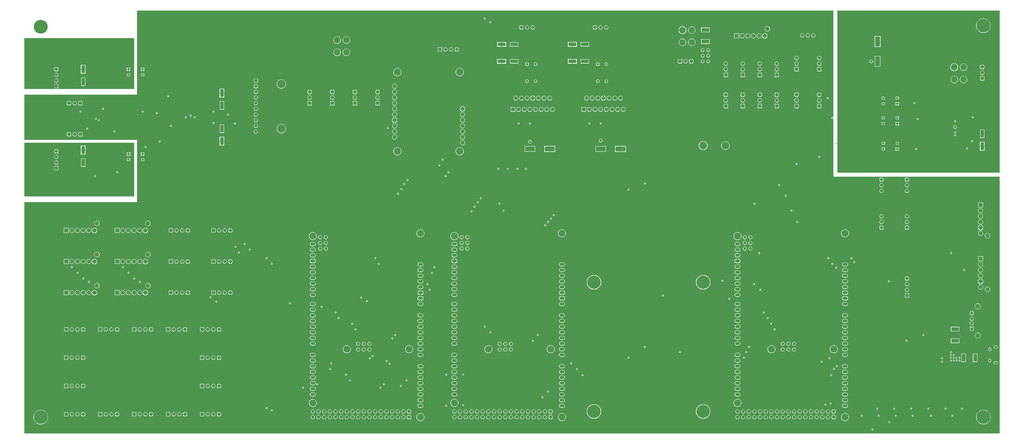
<source format=gbr>
%TF.GenerationSoftware,Altium Limited,Altium Designer,21.6.4 (81)*%
G04 Layer_Physical_Order=2*
G04 Layer_Color=36540*
%FSLAX26Y26*%
%MOIN*%
%TF.SameCoordinates,892991E7-994B-4F78-B437-02A20B6E2807*%
%TF.FilePolarity,Positive*%
%TF.FileFunction,Copper,L2,Inr,Signal*%
%TF.Part,Single*%
G01*
G75*
%TA.AperFunction,SMDPad,CuDef*%
%ADD35R,0.043307X0.035433*%
%TA.AperFunction,ComponentPad*%
%ADD36C,0.060000*%
%ADD37R,0.060000X0.060000*%
%ADD38C,0.081102*%
%ADD39C,0.075000*%
%ADD40R,0.075000X0.075000*%
%ADD41C,0.236220*%
%ADD42C,0.047244*%
%ADD43C,0.090551*%
%ADD44C,0.056221*%
%ADD45R,0.056221X0.056221*%
%ADD46C,0.070000*%
%ADD47R,0.070000X0.070000*%
%ADD48C,0.244095*%
%ADD49C,0.118110*%
%ADD50R,0.062992X0.062992*%
%ADD51C,0.062992*%
%ADD52R,0.059055X0.059055*%
%ADD53C,0.059055*%
%ADD54C,0.074000*%
%ADD55C,0.130000*%
G04:AMPARAMS|DCode=56|XSize=37.402mil|YSize=61.024mil|CornerRadius=18.701mil|HoleSize=0mil|Usage=FLASHONLY|Rotation=270.000|XOffset=0mil|YOffset=0mil|HoleType=Round|Shape=RoundedRectangle|*
%AMROUNDEDRECTD56*
21,1,0.037402,0.023622,0,0,270.0*
21,1,0.000000,0.061024,0,0,270.0*
1,1,0.037402,-0.011811,0.000000*
1,1,0.037402,-0.011811,0.000000*
1,1,0.037402,0.011811,0.000000*
1,1,0.037402,0.011811,0.000000*
%
%ADD56ROUNDEDRECTD56*%
G04:AMPARAMS|DCode=57|XSize=49.213mil|YSize=37.402mil|CornerRadius=18.701mil|HoleSize=0mil|Usage=FLASHONLY|Rotation=270.000|XOffset=0mil|YOffset=0mil|HoleType=Round|Shape=RoundedRectangle|*
%AMROUNDEDRECTD57*
21,1,0.049213,0.000000,0,0,270.0*
21,1,0.011811,0.037402,0,0,270.0*
1,1,0.037402,0.000000,-0.005906*
1,1,0.037402,0.000000,0.005906*
1,1,0.037402,0.000000,0.005906*
1,1,0.037402,0.000000,-0.005906*
%
%ADD57ROUNDEDRECTD57*%
%ADD58O,0.089600X0.056000*%
%ADD59C,0.125980*%
%TA.AperFunction,SMDPad,CuDef*%
%ADD63R,0.062992X0.137795*%
%ADD64R,0.086614X0.173228*%
%TA.AperFunction,ComponentPad*%
%ADD65C,0.137795*%
%TA.AperFunction,SMDPad,CuDef*%
%ADD66R,0.137795X0.070079*%
%ADD67R,0.137795X0.062992*%
%ADD68R,0.173228X0.086614*%
%TA.AperFunction,ComponentPad*%
%ADD69R,0.062992X0.062992*%
%ADD70R,0.060000X0.060000*%
%TA.AperFunction,SMDPad,CuDef*%
%ADD71R,0.070079X0.137795*%
%TA.AperFunction,ComponentPad*%
%ADD72R,0.075000X0.075000*%
%TA.AperFunction,WasherPad*%
%ADD73C,0.150000*%
%TA.AperFunction,ViaPad*%
%ADD74C,0.020000*%
%ADD75C,0.050000*%
%ADD76C,0.040000*%
%TA.AperFunction,ComponentPad*%
%ADD77C,0.060976*%
%ADD78C,0.056375*%
G36*
X1950000Y6100000D02*
X11216D01*
Y7000000D01*
X1950000D01*
Y6100000D01*
D02*
G37*
G36*
X14300000Y5596592D02*
X14295000Y5595597D01*
X14293564Y5599063D01*
X14289063Y5603564D01*
X14283183Y5606000D01*
X14276817D01*
X14270937Y5603564D01*
X14266436Y5599063D01*
X14264000Y5593183D01*
Y5586817D01*
X14266436Y5580937D01*
X14270937Y5576436D01*
X14276817Y5574000D01*
X14283183D01*
X14289063Y5576436D01*
X14293564Y5580937D01*
X14295000Y5584403D01*
X14300000Y5583408D01*
Y4550000D01*
X17238785D01*
Y11216D01*
X11216D01*
Y4100000D01*
X2000000D01*
Y5200000D01*
X11216D01*
Y6000000D01*
X2000000D01*
Y7488784D01*
X14300000D01*
Y5596592D01*
D02*
G37*
G36*
X17238785Y4620000D02*
X14370000D01*
Y7488784D01*
X17238785D01*
Y4620000D01*
D02*
G37*
G36*
X1950000Y4200000D02*
X11216D01*
Y5150000D01*
X1950000D01*
Y4200000D01*
D02*
G37*
%LPC*%
G36*
X1881653Y6477717D02*
X1855000D01*
Y6455000D01*
X1881653D01*
Y6477717D01*
D02*
G37*
G36*
X580266Y6490000D02*
X580000D01*
Y6455000D01*
X615000D01*
Y6455266D01*
X612274Y6465439D01*
X607008Y6474561D01*
X599561Y6482008D01*
X590439Y6487274D01*
X580266Y6490000D01*
D02*
G37*
G36*
X1091496Y6528898D02*
X1055000D01*
Y6455000D01*
X1091496D01*
Y6528898D01*
D02*
G37*
G36*
X1045000D02*
X1008504D01*
Y6455000D01*
X1045000D01*
Y6528898D01*
D02*
G37*
G36*
X570000Y6490000D02*
X569734D01*
X559561Y6487274D01*
X550439Y6482008D01*
X542992Y6474561D01*
X537726Y6465439D01*
X535000Y6455266D01*
Y6455000D01*
X570000D01*
Y6490000D01*
D02*
G37*
G36*
X1845000Y6477717D02*
X1818347D01*
Y6455000D01*
X1845000D01*
Y6477717D01*
D02*
G37*
G36*
X1881653Y6445000D02*
X1855000D01*
Y6422283D01*
X1881653D01*
Y6445000D01*
D02*
G37*
G36*
X1845000D02*
X1818347D01*
Y6422283D01*
X1845000D01*
Y6445000D01*
D02*
G37*
G36*
X615000D02*
X580000D01*
Y6410000D01*
X580266D01*
X590439Y6412726D01*
X599561Y6417992D01*
X607008Y6425439D01*
X612274Y6434561D01*
X615000Y6444734D01*
Y6445000D01*
D02*
G37*
G36*
X570000D02*
X535000D01*
Y6444734D01*
X537726Y6434561D01*
X542992Y6425439D01*
X550439Y6417992D01*
X559561Y6412726D01*
X569734Y6410000D01*
X570000D01*
Y6445000D01*
D02*
G37*
G36*
X1091496D02*
X1055000D01*
Y6371102D01*
X1091496D01*
Y6445000D01*
D02*
G37*
G36*
X1045000D02*
X1008504D01*
Y6371102D01*
X1045000D01*
Y6445000D01*
D02*
G37*
G36*
X1877653Y6373717D02*
X1822347D01*
Y6326283D01*
X1877653D01*
Y6373717D01*
D02*
G37*
G36*
X579740Y6386000D02*
X570260D01*
X561105Y6383547D01*
X552895Y6378807D01*
X546193Y6372105D01*
X541453Y6363895D01*
X539000Y6354739D01*
Y6345261D01*
X541453Y6336105D01*
X546193Y6327895D01*
X552895Y6321193D01*
X561105Y6316453D01*
X570260Y6314000D01*
X579740D01*
X588895Y6316453D01*
X597105Y6321193D01*
X603807Y6327895D01*
X608547Y6336105D01*
X611000Y6345261D01*
Y6354739D01*
X608547Y6363895D01*
X603807Y6372105D01*
X597105Y6378807D01*
X588895Y6383547D01*
X579740Y6386000D01*
D02*
G37*
G36*
Y6286000D02*
X570260D01*
X561105Y6283547D01*
X552895Y6278807D01*
X546193Y6272105D01*
X541453Y6263895D01*
X539000Y6254739D01*
Y6245261D01*
X541453Y6236105D01*
X546193Y6227895D01*
X552895Y6221193D01*
X561105Y6216453D01*
X570260Y6214000D01*
X579740D01*
X588895Y6216453D01*
X597105Y6221193D01*
X603807Y6227895D01*
X608547Y6236105D01*
X611000Y6245261D01*
Y6254739D01*
X608547Y6263895D01*
X603807Y6272105D01*
X597105Y6278807D01*
X588895Y6283547D01*
X579740Y6286000D01*
D02*
G37*
G36*
X1087496Y6304425D02*
X1012504D01*
Y6154630D01*
X1087496D01*
Y6304425D01*
D02*
G37*
G36*
X611000Y6186000D02*
X539000D01*
Y6114000D01*
X611000D01*
Y6186000D01*
D02*
G37*
G36*
X8143183Y7366000D02*
X8136817D01*
X8130937Y7363564D01*
X8126436Y7359063D01*
X8124000Y7353183D01*
Y7346817D01*
X8126436Y7340937D01*
X8130937Y7336436D01*
X8136817Y7334000D01*
X8143183D01*
X8149063Y7336436D01*
X8153564Y7340937D01*
X8156000Y7346817D01*
Y7353183D01*
X8153564Y7359063D01*
X8149063Y7363564D01*
X8143183Y7366000D01*
D02*
G37*
G36*
X8243183Y7296000D02*
X8236817D01*
X8230937Y7293564D01*
X8226436Y7289063D01*
X8224000Y7283183D01*
Y7276817D01*
X8226436Y7270937D01*
X8230937Y7266436D01*
X8236817Y7264000D01*
X8243183D01*
X8249063Y7266436D01*
X8253564Y7270937D01*
X8256000Y7276817D01*
Y7283183D01*
X8253564Y7289063D01*
X8249063Y7293564D01*
X8243183Y7296000D01*
D02*
G37*
G36*
X8795266Y7230000D02*
X8795000D01*
Y7195000D01*
X8830000D01*
Y7195266D01*
X8827274Y7205439D01*
X8822008Y7214561D01*
X8814561Y7222008D01*
X8805439Y7227274D01*
X8795266Y7230000D01*
D02*
G37*
G36*
X10095266D02*
X10095000D01*
Y7195000D01*
X10130000D01*
Y7195266D01*
X10127274Y7205439D01*
X10122008Y7214561D01*
X10114561Y7222008D01*
X10105439Y7227274D01*
X10095266Y7230000D01*
D02*
G37*
G36*
X10085000D02*
X10084734D01*
X10074561Y7227274D01*
X10065439Y7222008D01*
X10057992Y7214561D01*
X10052726Y7205439D01*
X10050000Y7195266D01*
Y7195000D01*
X10085000D01*
Y7230000D01*
D02*
G37*
G36*
X8785000D02*
X8784734D01*
X8774561Y7227274D01*
X8765439Y7222008D01*
X8757992Y7214561D01*
X8752726Y7205439D01*
X8750000Y7195266D01*
Y7195000D01*
X8785000D01*
Y7230000D01*
D02*
G37*
G36*
X10294739Y7226000D02*
X10285261D01*
X10276104Y7223547D01*
X10267896Y7218807D01*
X10261193Y7212105D01*
X10256453Y7203895D01*
X10254000Y7194739D01*
Y7185261D01*
X10256453Y7176105D01*
X10261193Y7167895D01*
X10267896Y7161193D01*
X10276104Y7156453D01*
X10285261Y7154000D01*
X10294739D01*
X10303896Y7156453D01*
X10312104Y7161193D01*
X10318807Y7167895D01*
X10323547Y7176105D01*
X10326000Y7185261D01*
Y7194739D01*
X10323547Y7203895D01*
X10318807Y7212105D01*
X10312104Y7218807D01*
X10303896Y7223547D01*
X10294739Y7226000D01*
D02*
G37*
G36*
X10194739D02*
X10185261D01*
X10176104Y7223547D01*
X10167896Y7218807D01*
X10161193Y7212105D01*
X10156453Y7203895D01*
X10154000Y7194739D01*
Y7185261D01*
X10156453Y7176105D01*
X10161193Y7167895D01*
X10167896Y7161193D01*
X10176104Y7156453D01*
X10185261Y7154000D01*
X10194739D01*
X10203896Y7156453D01*
X10212104Y7161193D01*
X10218807Y7167895D01*
X10223547Y7176105D01*
X10226000Y7185261D01*
Y7194739D01*
X10223547Y7203895D01*
X10218807Y7212105D01*
X10212104Y7218807D01*
X10203896Y7223547D01*
X10194739Y7226000D01*
D02*
G37*
G36*
X8994739D02*
X8985261D01*
X8976104Y7223547D01*
X8967896Y7218807D01*
X8961193Y7212105D01*
X8956453Y7203895D01*
X8954000Y7194739D01*
Y7185261D01*
X8956453Y7176105D01*
X8961193Y7167895D01*
X8967896Y7161193D01*
X8976104Y7156453D01*
X8985261Y7154000D01*
X8994739D01*
X9003896Y7156453D01*
X9012104Y7161193D01*
X9018807Y7167895D01*
X9023547Y7176105D01*
X9026000Y7185261D01*
Y7194739D01*
X9023547Y7203895D01*
X9018807Y7212105D01*
X9012104Y7218807D01*
X9003896Y7223547D01*
X8994739Y7226000D01*
D02*
G37*
G36*
X8894739D02*
X8885261D01*
X8876104Y7223547D01*
X8867896Y7218807D01*
X8861193Y7212105D01*
X8856453Y7203895D01*
X8854000Y7194739D01*
Y7185261D01*
X8856453Y7176105D01*
X8861193Y7167895D01*
X8867896Y7161193D01*
X8876104Y7156453D01*
X8885261Y7154000D01*
X8894739D01*
X8903896Y7156453D01*
X8912104Y7161193D01*
X8918807Y7167895D01*
X8923547Y7176105D01*
X8926000Y7185261D01*
Y7194739D01*
X8923547Y7203895D01*
X8918807Y7212105D01*
X8912104Y7218807D01*
X8903896Y7223547D01*
X8894739Y7226000D01*
D02*
G37*
G36*
X10130000Y7185000D02*
X10095000D01*
Y7150000D01*
X10095266D01*
X10105439Y7152726D01*
X10114561Y7157992D01*
X10122008Y7165439D01*
X10127274Y7174561D01*
X10130000Y7184734D01*
Y7185000D01*
D02*
G37*
G36*
X10085000D02*
X10050000D01*
Y7184734D01*
X10052726Y7174561D01*
X10057992Y7165439D01*
X10065439Y7157992D01*
X10074561Y7152726D01*
X10084734Y7150000D01*
X10085000D01*
Y7185000D01*
D02*
G37*
G36*
X8830000D02*
X8795000D01*
Y7150000D01*
X8795266D01*
X8805439Y7152726D01*
X8814561Y7157992D01*
X8822008Y7165439D01*
X8827274Y7174561D01*
X8830000Y7184734D01*
Y7185000D01*
D02*
G37*
G36*
X8785000D02*
X8750000D01*
Y7184734D01*
X8752726Y7174561D01*
X8757992Y7165439D01*
X8765439Y7157992D01*
X8774561Y7152726D01*
X8784734Y7150000D01*
X8785000D01*
Y7185000D01*
D02*
G37*
G36*
X11641447Y7210591D02*
X11639646D01*
Y7146535D01*
X11703701D01*
Y7148337D01*
X11701047Y7161678D01*
X11695842Y7174245D01*
X11688284Y7185555D01*
X11678666Y7195174D01*
X11667355Y7202731D01*
X11654788Y7207937D01*
X11641447Y7210591D01*
D02*
G37*
G36*
X11629646D02*
X11627844D01*
X11614503Y7207937D01*
X11601936Y7202731D01*
X11590626Y7195174D01*
X11581007Y7185555D01*
X11573450Y7174245D01*
X11568244Y7161678D01*
X11565591Y7148337D01*
Y7146535D01*
X11629646D01*
Y7210591D01*
D02*
G37*
G36*
X13138255Y7210567D02*
X13125997D01*
X13114158Y7207395D01*
X13103543Y7201266D01*
X13094876Y7192599D01*
X13088747Y7181984D01*
X13085575Y7170144D01*
Y7157887D01*
X13088747Y7146048D01*
X13094876Y7135433D01*
X13103543Y7126766D01*
X13114158Y7120637D01*
X13125997Y7117465D01*
X13138255D01*
X13150094Y7120637D01*
X13160709Y7126766D01*
X13169376Y7135433D01*
X13175505Y7146048D01*
X13178677Y7157887D01*
Y7170144D01*
X13175505Y7181984D01*
X13169376Y7192599D01*
X13160709Y7201266D01*
X13150094Y7207395D01*
X13138255Y7210567D01*
D02*
G37*
G36*
X12114898Y7186945D02*
X11965102D01*
Y7104866D01*
X12114898D01*
Y7186945D01*
D02*
G37*
G36*
X11806407Y7206591D02*
X11793593D01*
X11781024Y7204091D01*
X11769185Y7199186D01*
X11758530Y7192067D01*
X11749468Y7183006D01*
X11742349Y7172351D01*
X11737445Y7160511D01*
X11734945Y7147943D01*
Y7135128D01*
X11737445Y7122560D01*
X11742349Y7110720D01*
X11749468Y7100065D01*
X11758530Y7091004D01*
X11769185Y7083884D01*
X11781024Y7078980D01*
X11793593Y7076480D01*
X11806407D01*
X11818976Y7078980D01*
X11830815Y7083884D01*
X11841470Y7091004D01*
X11850532Y7100065D01*
X11857651Y7110720D01*
X11862555Y7122560D01*
X11865055Y7135128D01*
Y7147943D01*
X11862555Y7160511D01*
X11857651Y7172351D01*
X11850532Y7183006D01*
X11841470Y7192067D01*
X11830815Y7199186D01*
X11818976Y7204091D01*
X11806407Y7206591D01*
D02*
G37*
G36*
X11703701Y7136535D02*
X11639646D01*
Y7072480D01*
X11641447D01*
X11654788Y7075134D01*
X11667355Y7080340D01*
X11678666Y7087897D01*
X11688284Y7097515D01*
X11695842Y7108826D01*
X11701047Y7121393D01*
X11703701Y7134734D01*
Y7136535D01*
D02*
G37*
G36*
X11629646D02*
X11565591D01*
Y7134734D01*
X11568244Y7121393D01*
X11573450Y7108826D01*
X11581007Y7097515D01*
X11590626Y7087897D01*
X11601936Y7080340D01*
X11614503Y7075134D01*
X11627844Y7072480D01*
X11629646D01*
Y7136535D01*
D02*
G37*
G36*
X13096254Y7087500D02*
X13095000D01*
Y7045000D01*
X13137500D01*
Y7046253D01*
X13134263Y7058334D01*
X13128010Y7069166D01*
X13119166Y7078010D01*
X13108334Y7084263D01*
X13096254Y7087500D01*
D02*
G37*
G36*
X13085000D02*
X13083746D01*
X13071666Y7084263D01*
X13060834Y7078010D01*
X13051990Y7069166D01*
X13045737Y7058334D01*
X13042500Y7046253D01*
Y7045000D01*
X13085000D01*
Y7087500D01*
D02*
G37*
G36*
X13954739Y7086000D02*
X13945261D01*
X13936104Y7083547D01*
X13927896Y7078807D01*
X13921193Y7072105D01*
X13916453Y7063895D01*
X13914000Y7054739D01*
Y7045261D01*
X13916453Y7036105D01*
X13921193Y7027895D01*
X13927896Y7021193D01*
X13936104Y7016453D01*
X13945261Y7014000D01*
X13954739D01*
X13963896Y7016453D01*
X13972104Y7021193D01*
X13978807Y7027895D01*
X13983547Y7036105D01*
X13986000Y7045261D01*
Y7054739D01*
X13983547Y7063895D01*
X13978807Y7072105D01*
X13972104Y7078807D01*
X13963896Y7083547D01*
X13954739Y7086000D01*
D02*
G37*
G36*
X13854739D02*
X13845261D01*
X13836104Y7083547D01*
X13827896Y7078807D01*
X13821193Y7072105D01*
X13816453Y7063895D01*
X13814000Y7054739D01*
Y7045261D01*
X13816453Y7036105D01*
X13821193Y7027895D01*
X13827896Y7021193D01*
X13836104Y7016453D01*
X13845261Y7014000D01*
X13854739D01*
X13863896Y7016453D01*
X13872104Y7021193D01*
X13878807Y7027895D01*
X13883547Y7036105D01*
X13886000Y7045261D01*
Y7054739D01*
X13883547Y7063895D01*
X13878807Y7072105D01*
X13872104Y7078807D01*
X13863896Y7083547D01*
X13854739Y7086000D01*
D02*
G37*
G36*
X13754739D02*
X13745261D01*
X13736104Y7083547D01*
X13727896Y7078807D01*
X13721193Y7072105D01*
X13716453Y7063895D01*
X13714000Y7054739D01*
Y7045261D01*
X13716453Y7036105D01*
X13721193Y7027895D01*
X13727896Y7021193D01*
X13736104Y7016453D01*
X13745261Y7014000D01*
X13754739D01*
X13763896Y7016453D01*
X13772104Y7021193D01*
X13778807Y7027895D01*
X13783547Y7036105D01*
X13786000Y7045261D01*
Y7054739D01*
X13783547Y7063895D01*
X13778807Y7072105D01*
X13772104Y7078807D01*
X13763896Y7083547D01*
X13754739Y7086000D01*
D02*
G37*
G36*
X12995727Y7083500D02*
X12984273D01*
X12973210Y7080536D01*
X12963290Y7074809D01*
X12955191Y7066710D01*
X12949464Y7056790D01*
X12946500Y7045727D01*
Y7034273D01*
X12949464Y7023210D01*
X12955191Y7013290D01*
X12963290Y7005191D01*
X12973210Y6999464D01*
X12984273Y6996500D01*
X12995727D01*
X13006790Y6999464D01*
X13016710Y7005191D01*
X13024809Y7013290D01*
X13030536Y7023210D01*
X13033500Y7034273D01*
Y7045727D01*
X13030536Y7056790D01*
X13024809Y7066710D01*
X13016710Y7074809D01*
X13006790Y7080536D01*
X12995727Y7083500D01*
D02*
G37*
G36*
X12895727D02*
X12884273D01*
X12873210Y7080536D01*
X12863290Y7074809D01*
X12855191Y7066710D01*
X12849464Y7056790D01*
X12846500Y7045727D01*
Y7034273D01*
X12849464Y7023210D01*
X12855191Y7013290D01*
X12863290Y7005191D01*
X12873210Y6999464D01*
X12884273Y6996500D01*
X12895727D01*
X12906790Y6999464D01*
X12916710Y7005191D01*
X12924809Y7013290D01*
X12930536Y7023210D01*
X12933500Y7034273D01*
Y7045727D01*
X12930536Y7056790D01*
X12924809Y7066710D01*
X12916710Y7074809D01*
X12906790Y7080536D01*
X12895727Y7083500D01*
D02*
G37*
G36*
X12795727D02*
X12784273D01*
X12773210Y7080536D01*
X12763290Y7074809D01*
X12755191Y7066710D01*
X12749464Y7056790D01*
X12746500Y7045727D01*
Y7034273D01*
X12749464Y7023210D01*
X12755191Y7013290D01*
X12763290Y7005191D01*
X12773210Y6999464D01*
X12784273Y6996500D01*
X12795727D01*
X12806790Y6999464D01*
X12816710Y7005191D01*
X12824809Y7013290D01*
X12830536Y7023210D01*
X12833500Y7034273D01*
Y7045727D01*
X12830536Y7056790D01*
X12824809Y7066710D01*
X12816710Y7074809D01*
X12806790Y7080536D01*
X12795727Y7083500D01*
D02*
G37*
G36*
X12695727D02*
X12684273D01*
X12673210Y7080536D01*
X12663290Y7074809D01*
X12655191Y7066710D01*
X12649464Y7056790D01*
X12646500Y7045727D01*
Y7034273D01*
X12649464Y7023210D01*
X12655191Y7013290D01*
X12663290Y7005191D01*
X12673210Y6999464D01*
X12684273Y6996500D01*
X12695727D01*
X12706790Y6999464D01*
X12716710Y7005191D01*
X12724809Y7013290D01*
X12730536Y7023210D01*
X12733500Y7034273D01*
Y7045727D01*
X12730536Y7056790D01*
X12724809Y7066710D01*
X12716710Y7074809D01*
X12706790Y7080536D01*
X12695727Y7083500D01*
D02*
G37*
G36*
X12633500D02*
X12546500D01*
Y6996500D01*
X12633500D01*
Y7083500D01*
D02*
G37*
G36*
X13137500Y7035000D02*
X13095000D01*
Y6992500D01*
X13096254D01*
X13108334Y6995737D01*
X13119166Y7001990D01*
X13128010Y7010834D01*
X13134263Y7021666D01*
X13137500Y7033747D01*
Y7035000D01*
D02*
G37*
G36*
X13085000D02*
X13042500D01*
Y7033747D01*
X13045737Y7021666D01*
X13051990Y7010834D01*
X13060834Y7001990D01*
X13071666Y6995737D01*
X13083746Y6992500D01*
X13085000D01*
Y7035000D01*
D02*
G37*
G36*
X5706407Y7031591D02*
X5693593D01*
X5681024Y7029091D01*
X5669185Y7024186D01*
X5658530Y7017067D01*
X5649468Y7008006D01*
X5642349Y6997351D01*
X5637445Y6985511D01*
X5634945Y6972943D01*
Y6960128D01*
X5637445Y6947560D01*
X5642349Y6935720D01*
X5649468Y6925065D01*
X5658530Y6916004D01*
X5669185Y6908884D01*
X5681024Y6903980D01*
X5693593Y6901480D01*
X5706407D01*
X5718976Y6903980D01*
X5730815Y6908884D01*
X5741470Y6916004D01*
X5750532Y6925065D01*
X5757651Y6935720D01*
X5762555Y6947560D01*
X5765055Y6960128D01*
Y6972943D01*
X5762555Y6985511D01*
X5757651Y6997351D01*
X5750532Y7008006D01*
X5741470Y7017067D01*
X5730815Y7024186D01*
X5718976Y7029091D01*
X5706407Y7031591D01*
D02*
G37*
G36*
X5541053D02*
X5528238D01*
X5515670Y7029091D01*
X5503831Y7024186D01*
X5493176Y7017067D01*
X5484114Y7008006D01*
X5476995Y6997351D01*
X5472091Y6985511D01*
X5469591Y6972943D01*
Y6960128D01*
X5472091Y6947560D01*
X5476995Y6935720D01*
X5484114Y6925065D01*
X5493176Y6916004D01*
X5503831Y6908884D01*
X5515670Y6903980D01*
X5528238Y6901480D01*
X5541053D01*
X5553622Y6903980D01*
X5565461Y6908884D01*
X5576116Y6916004D01*
X5585177Y6925065D01*
X5592297Y6935720D01*
X5597201Y6947560D01*
X5599701Y6960128D01*
Y6972943D01*
X5597201Y6985511D01*
X5592297Y6997351D01*
X5585177Y7008006D01*
X5576116Y7017067D01*
X5565461Y7024186D01*
X5553622Y7029091D01*
X5541053Y7031591D01*
D02*
G37*
G36*
X12114898Y6981039D02*
X11965102D01*
Y6898961D01*
X12114898D01*
Y6981039D01*
D02*
G37*
G36*
X9768898Y6931496D02*
X9695000D01*
Y6895000D01*
X9768898D01*
Y6931496D01*
D02*
G37*
G36*
X8518898D02*
X8445000D01*
Y6895000D01*
X8518898D01*
Y6931496D01*
D02*
G37*
G36*
X9685000D02*
X9611102D01*
Y6895000D01*
X9685000D01*
Y6931496D01*
D02*
G37*
G36*
X8435000D02*
X8361102D01*
Y6895000D01*
X8435000D01*
Y6931496D01*
D02*
G37*
G36*
X11806407Y6990055D02*
X11793593D01*
X11781024Y6987555D01*
X11769185Y6982651D01*
X11758530Y6975532D01*
X11749468Y6966470D01*
X11742349Y6955815D01*
X11737445Y6943976D01*
X11734945Y6931407D01*
Y6918593D01*
X11737445Y6906024D01*
X11742349Y6894185D01*
X11749468Y6883530D01*
X11758530Y6874468D01*
X11769185Y6867349D01*
X11781024Y6862445D01*
X11793593Y6859945D01*
X11806407D01*
X11818976Y6862445D01*
X11830815Y6867349D01*
X11841470Y6874468D01*
X11850532Y6883530D01*
X11857651Y6894185D01*
X11862555Y6906024D01*
X11865055Y6918593D01*
Y6931407D01*
X11862555Y6943976D01*
X11857651Y6955815D01*
X11850532Y6966470D01*
X11841470Y6975532D01*
X11830815Y6982651D01*
X11818976Y6987555D01*
X11806407Y6990055D01*
D02*
G37*
G36*
X11641053D02*
X11628238D01*
X11615670Y6987555D01*
X11603831Y6982651D01*
X11593175Y6975532D01*
X11584114Y6966470D01*
X11576995Y6955815D01*
X11572091Y6943976D01*
X11569591Y6931407D01*
Y6918593D01*
X11572091Y6906024D01*
X11576995Y6894185D01*
X11584114Y6883530D01*
X11593175Y6874468D01*
X11603831Y6867349D01*
X11615670Y6862445D01*
X11628238Y6859945D01*
X11641053D01*
X11653622Y6862445D01*
X11665461Y6867349D01*
X11676116Y6874468D01*
X11685177Y6883530D01*
X11692297Y6894185D01*
X11697201Y6906024D01*
X11699701Y6918593D01*
Y6931407D01*
X11697201Y6943976D01*
X11692297Y6955815D01*
X11685177Y6966470D01*
X11676116Y6975532D01*
X11665461Y6982651D01*
X11653622Y6987555D01*
X11641053Y6990055D01*
D02*
G37*
G36*
X9985370Y6927496D02*
X9835575D01*
Y6852504D01*
X9985370D01*
Y6927496D01*
D02*
G37*
G36*
X8735370D02*
X8585575D01*
Y6852504D01*
X8735370D01*
Y6927496D01*
D02*
G37*
G36*
X9768898Y6885000D02*
X9695000D01*
Y6848504D01*
X9768898D01*
Y6885000D01*
D02*
G37*
G36*
X9685000D02*
X9611102D01*
Y6848504D01*
X9685000D01*
Y6885000D01*
D02*
G37*
G36*
X8518898D02*
X8445000D01*
Y6848504D01*
X8518898D01*
Y6885000D01*
D02*
G37*
G36*
X8435000D02*
X8361102D01*
Y6848504D01*
X8435000D01*
Y6885000D01*
D02*
G37*
G36*
X7655266Y6840000D02*
X7655000D01*
Y6805000D01*
X7690000D01*
Y6805266D01*
X7687274Y6815439D01*
X7682008Y6824561D01*
X7674561Y6832008D01*
X7665439Y6837274D01*
X7655266Y6840000D01*
D02*
G37*
G36*
X7645000D02*
X7644734D01*
X7634561Y6837274D01*
X7625439Y6832008D01*
X7617992Y6824561D01*
X7612726Y6815439D01*
X7610000Y6805266D01*
Y6805000D01*
X7645000D01*
Y6840000D01*
D02*
G37*
G36*
X7554739Y6836000D02*
X7545261D01*
X7536105Y6833547D01*
X7527895Y6828807D01*
X7521193Y6822105D01*
X7516453Y6813895D01*
X7514000Y6804739D01*
Y6795261D01*
X7516453Y6786105D01*
X7521193Y6777895D01*
X7527895Y6771193D01*
X7536105Y6766453D01*
X7545261Y6764000D01*
X7554739D01*
X7563895Y6766453D01*
X7572105Y6771193D01*
X7578807Y6777895D01*
X7583547Y6786105D01*
X7586000Y6795261D01*
Y6804739D01*
X7583547Y6813895D01*
X7578807Y6822105D01*
X7572105Y6828807D01*
X7563895Y6833547D01*
X7554739Y6836000D01*
D02*
G37*
G36*
X7454739D02*
X7445261D01*
X7436105Y6833547D01*
X7427895Y6828807D01*
X7421193Y6822105D01*
X7416453Y6813895D01*
X7414000Y6804739D01*
Y6795261D01*
X7416453Y6786105D01*
X7421193Y6777895D01*
X7427895Y6771193D01*
X7436105Y6766453D01*
X7445261Y6764000D01*
X7454739D01*
X7463895Y6766453D01*
X7472105Y6771193D01*
X7478807Y6777895D01*
X7483547Y6786105D01*
X7486000Y6795261D01*
Y6804739D01*
X7483547Y6813895D01*
X7478807Y6822105D01*
X7472105Y6828807D01*
X7463895Y6833547D01*
X7454739Y6836000D01*
D02*
G37*
G36*
X7386000D02*
X7314000D01*
Y6764000D01*
X7386000D01*
Y6836000D01*
D02*
G37*
G36*
X7690000Y6795000D02*
X7655000D01*
Y6760000D01*
X7655266D01*
X7665439Y6762726D01*
X7674561Y6767992D01*
X7682008Y6775439D01*
X7687274Y6784561D01*
X7690000Y6794734D01*
Y6795000D01*
D02*
G37*
G36*
X7645000D02*
X7610000D01*
Y6794734D01*
X7612726Y6784561D01*
X7617992Y6775439D01*
X7625439Y6767992D01*
X7634561Y6762726D01*
X7644734Y6760000D01*
X7645000D01*
Y6795000D01*
D02*
G37*
G36*
X12094081Y6821000D02*
X12085919D01*
X12078034Y6818887D01*
X12070966Y6814806D01*
X12065194Y6809034D01*
X12061113Y6801966D01*
X12059000Y6794081D01*
Y6785919D01*
X12061113Y6778034D01*
X12065194Y6770966D01*
X12070966Y6765194D01*
X12078034Y6761113D01*
X12085919Y6759000D01*
X12094081D01*
X12101966Y6761113D01*
X12109034Y6765194D01*
X12114806Y6770966D01*
X12118887Y6778034D01*
X12121000Y6785919D01*
Y6794081D01*
X12118887Y6801966D01*
X12114806Y6809034D01*
X12109034Y6814806D01*
X12101966Y6818887D01*
X12094081Y6821000D01*
D02*
G37*
G36*
X11994081D02*
X11985919D01*
X11978034Y6818887D01*
X11970966Y6814806D01*
X11965194Y6809034D01*
X11961113Y6801966D01*
X11959000Y6794081D01*
Y6785919D01*
X11961113Y6778034D01*
X11965194Y6770966D01*
X11970966Y6765194D01*
X11978034Y6761113D01*
X11985919Y6759000D01*
X11994081D01*
X12001966Y6761113D01*
X12009034Y6765194D01*
X12014806Y6770966D01*
X12018887Y6778034D01*
X12021000Y6785919D01*
Y6794081D01*
X12018887Y6801966D01*
X12014806Y6809034D01*
X12009034Y6814806D01*
X12001966Y6818887D01*
X11994081Y6821000D01*
D02*
G37*
G36*
X5706407Y6815055D02*
X5693593D01*
X5681024Y6812555D01*
X5669185Y6807651D01*
X5658530Y6800532D01*
X5649468Y6791470D01*
X5642349Y6780815D01*
X5637445Y6768976D01*
X5634945Y6756407D01*
Y6743593D01*
X5637445Y6731024D01*
X5642349Y6719185D01*
X5649468Y6708530D01*
X5658530Y6699468D01*
X5669185Y6692349D01*
X5681024Y6687445D01*
X5693593Y6684945D01*
X5706407D01*
X5718976Y6687445D01*
X5730815Y6692349D01*
X5741470Y6699468D01*
X5750532Y6708530D01*
X5757651Y6719185D01*
X5762555Y6731024D01*
X5765055Y6743593D01*
Y6756407D01*
X5762555Y6768976D01*
X5757651Y6780815D01*
X5750532Y6791470D01*
X5741470Y6800532D01*
X5730815Y6807651D01*
X5718976Y6812555D01*
X5706407Y6815055D01*
D02*
G37*
G36*
X5541053D02*
X5528238D01*
X5515670Y6812555D01*
X5503831Y6807651D01*
X5493176Y6800532D01*
X5484114Y6791470D01*
X5476995Y6780815D01*
X5472091Y6768976D01*
X5469591Y6756407D01*
Y6743593D01*
X5472091Y6731024D01*
X5476995Y6719185D01*
X5484114Y6708530D01*
X5493176Y6699468D01*
X5503831Y6692349D01*
X5515670Y6687445D01*
X5528238Y6684945D01*
X5541053D01*
X5553622Y6687445D01*
X5565461Y6692349D01*
X5576116Y6699468D01*
X5585177Y6708530D01*
X5592297Y6719185D01*
X5597201Y6731024D01*
X5599701Y6743593D01*
Y6756407D01*
X5597201Y6768976D01*
X5592297Y6780815D01*
X5585177Y6791470D01*
X5576116Y6800532D01*
X5565461Y6807651D01*
X5553622Y6812555D01*
X5541053Y6815055D01*
D02*
G37*
G36*
X12094081Y6721000D02*
X12085919D01*
X12078034Y6718887D01*
X12070966Y6714806D01*
X12065194Y6709034D01*
X12061113Y6701966D01*
X12059000Y6694081D01*
Y6685919D01*
X12061113Y6678034D01*
X12065194Y6670966D01*
X12070966Y6665194D01*
X12078034Y6661113D01*
X12085919Y6659000D01*
X12094081D01*
X12101966Y6661113D01*
X12109034Y6665194D01*
X12114806Y6670966D01*
X12118887Y6678034D01*
X12121000Y6685919D01*
Y6694081D01*
X12118887Y6701966D01*
X12114806Y6709034D01*
X12109034Y6714806D01*
X12101966Y6718887D01*
X12094081Y6721000D01*
D02*
G37*
G36*
X11994081D02*
X11985919D01*
X11978034Y6718887D01*
X11970966Y6714806D01*
X11965194Y6709034D01*
X11961113Y6701966D01*
X11959000Y6694081D01*
Y6685919D01*
X11961113Y6678034D01*
X11965194Y6670966D01*
X11970966Y6665194D01*
X11978034Y6661113D01*
X11985919Y6659000D01*
X11994081D01*
X12001966Y6661113D01*
X12009034Y6665194D01*
X12014806Y6670966D01*
X12018887Y6678034D01*
X12021000Y6685919D01*
Y6694081D01*
X12018887Y6701966D01*
X12014806Y6709034D01*
X12009034Y6714806D01*
X12001966Y6718887D01*
X11994081Y6721000D01*
D02*
G37*
G36*
X14054936Y6687496D02*
X14045064D01*
X14035527Y6684941D01*
X14026977Y6680004D01*
X14019996Y6673023D01*
X14015059Y6664473D01*
X14012504Y6654936D01*
Y6645064D01*
X14015059Y6635527D01*
X14019996Y6626977D01*
X14026977Y6619996D01*
X14035527Y6615059D01*
X14045064Y6612504D01*
X14054936D01*
X14064473Y6615059D01*
X14073023Y6619996D01*
X14080004Y6626977D01*
X14084941Y6635527D01*
X14087496Y6645064D01*
Y6654936D01*
X14084941Y6664473D01*
X14080004Y6673023D01*
X14073023Y6680004D01*
X14064473Y6684941D01*
X14054936Y6687496D01*
D02*
G37*
G36*
X13654936D02*
X13645064D01*
X13635527Y6684941D01*
X13626977Y6680004D01*
X13619996Y6673023D01*
X13615059Y6664473D01*
X13612504Y6654936D01*
Y6645064D01*
X13615059Y6635527D01*
X13619996Y6626977D01*
X13626977Y6619996D01*
X13635527Y6615059D01*
X13645064Y6612504D01*
X13654936D01*
X13664473Y6615059D01*
X13673023Y6619996D01*
X13680004Y6626977D01*
X13684941Y6635527D01*
X13687496Y6645064D01*
Y6654936D01*
X13684941Y6664473D01*
X13680004Y6673023D01*
X13673023Y6680004D01*
X13664473Y6684941D01*
X13654936Y6687496D01*
D02*
G37*
G36*
X11795463Y6631496D02*
X11795000D01*
Y6595000D01*
X11831496D01*
Y6595463D01*
X11828668Y6606017D01*
X11823205Y6615479D01*
X11815479Y6623205D01*
X11806017Y6628668D01*
X11795463Y6631496D01*
D02*
G37*
G36*
X9768898D02*
X9695000D01*
Y6595000D01*
X9768898D01*
Y6631496D01*
D02*
G37*
G36*
X8518898D02*
X8445000D01*
Y6595000D01*
X8518898D01*
Y6631496D01*
D02*
G37*
G36*
X11785000D02*
X11784537D01*
X11773983Y6628668D01*
X11764521Y6623205D01*
X11756795Y6615479D01*
X11751332Y6606017D01*
X11748504Y6595463D01*
Y6595000D01*
X11785000D01*
Y6631496D01*
D02*
G37*
G36*
X9685000D02*
X9611102D01*
Y6595000D01*
X9685000D01*
Y6631496D01*
D02*
G37*
G36*
X8435000D02*
X8361102D01*
Y6595000D01*
X8435000D01*
Y6631496D01*
D02*
G37*
G36*
X12094081Y6621000D02*
X12085919D01*
X12078034Y6618887D01*
X12070966Y6614806D01*
X12065194Y6609034D01*
X12061113Y6601966D01*
X12059000Y6594081D01*
Y6585919D01*
X12061113Y6578034D01*
X12065194Y6570966D01*
X12070966Y6565194D01*
X12078034Y6561113D01*
X12085919Y6559000D01*
X12094081D01*
X12101966Y6561113D01*
X12109034Y6565194D01*
X12114806Y6570966D01*
X12118887Y6578034D01*
X12121000Y6585919D01*
Y6594081D01*
X12118887Y6601966D01*
X12114806Y6609034D01*
X12109034Y6614806D01*
X12101966Y6618887D01*
X12094081Y6621000D01*
D02*
G37*
G36*
X11994081D02*
X11985919D01*
X11978034Y6618887D01*
X11970966Y6614806D01*
X11965194Y6609034D01*
X11961113Y6601966D01*
X11959000Y6594081D01*
Y6585919D01*
X11961113Y6578034D01*
X11965194Y6570966D01*
X11970966Y6565194D01*
X11978034Y6561113D01*
X11985919Y6559000D01*
X11994081D01*
X12001966Y6561113D01*
X12009034Y6565194D01*
X12014806Y6570966D01*
X12018887Y6578034D01*
X12021000Y6585919D01*
Y6594081D01*
X12018887Y6601966D01*
X12014806Y6609034D01*
X12009034Y6614806D01*
X12001966Y6618887D01*
X11994081Y6621000D01*
D02*
G37*
G36*
X11694936Y6627496D02*
X11685064D01*
X11675527Y6624941D01*
X11666977Y6620004D01*
X11659996Y6613023D01*
X11655059Y6604473D01*
X11652504Y6594936D01*
Y6585064D01*
X11655059Y6575527D01*
X11659996Y6566977D01*
X11666977Y6559996D01*
X11675527Y6555059D01*
X11685064Y6552504D01*
X11694936D01*
X11704473Y6555059D01*
X11713023Y6559996D01*
X11720004Y6566977D01*
X11724941Y6575527D01*
X11727496Y6585064D01*
Y6594936D01*
X11724941Y6604473D01*
X11720004Y6613023D01*
X11713023Y6620004D01*
X11704473Y6624941D01*
X11694936Y6627496D01*
D02*
G37*
G36*
X11627496D02*
X11552504D01*
Y6552504D01*
X11627496D01*
Y6627496D01*
D02*
G37*
G36*
X9985370D02*
X9835575D01*
Y6552504D01*
X9985370D01*
Y6627496D01*
D02*
G37*
G36*
X8735370D02*
X8585575D01*
Y6552504D01*
X8735370D01*
Y6627496D01*
D02*
G37*
G36*
X11831496Y6585000D02*
X11795000D01*
Y6548504D01*
X11795463D01*
X11806017Y6551332D01*
X11815479Y6556795D01*
X11823205Y6564521D01*
X11828668Y6573983D01*
X11831496Y6584537D01*
Y6585000D01*
D02*
G37*
G36*
X11785000D02*
X11748504D01*
Y6584537D01*
X11751332Y6573983D01*
X11756795Y6564521D01*
X11764521Y6556795D01*
X11773983Y6551332D01*
X11784537Y6548504D01*
X11785000D01*
Y6585000D01*
D02*
G37*
G36*
X9768898D02*
X9695000D01*
Y6548504D01*
X9768898D01*
Y6585000D01*
D02*
G37*
G36*
X9685000D02*
X9611102D01*
Y6548504D01*
X9685000D01*
Y6585000D01*
D02*
G37*
G36*
X8518898D02*
X8445000D01*
Y6548504D01*
X8518898D01*
Y6585000D01*
D02*
G37*
G36*
X8435000D02*
X8361102D01*
Y6548504D01*
X8435000D01*
Y6585000D01*
D02*
G37*
G36*
X10145000Y6573468D02*
Y6545000D01*
X10173468D01*
X10171331Y6552978D01*
X10166904Y6560644D01*
X10160644Y6566904D01*
X10152978Y6571331D01*
X10145000Y6573468D01*
D02*
G37*
G36*
X8895000D02*
Y6545000D01*
X8923468D01*
X8921331Y6552978D01*
X8916904Y6560644D01*
X8910644Y6566904D01*
X8902978Y6571331D01*
X8895000Y6573468D01*
D02*
G37*
G36*
X10135000D02*
X10127022Y6571331D01*
X10119356Y6566904D01*
X10113096Y6560644D01*
X10108669Y6552978D01*
X10106532Y6545000D01*
X10135000D01*
Y6573468D01*
D02*
G37*
G36*
X8885000D02*
X8877022Y6571331D01*
X8869356Y6566904D01*
X8863096Y6560644D01*
X8858669Y6552978D01*
X8856532Y6545000D01*
X8885000D01*
Y6573468D01*
D02*
G37*
G36*
X14054936Y6587496D02*
X14045064D01*
X14035527Y6584941D01*
X14026977Y6580004D01*
X14019996Y6573023D01*
X14015059Y6564473D01*
X14012504Y6554936D01*
Y6545064D01*
X14015059Y6535527D01*
X14019996Y6526977D01*
X14026977Y6519996D01*
X14035527Y6515059D01*
X14045064Y6512504D01*
X14054936D01*
X14064473Y6515059D01*
X14073023Y6519996D01*
X14080004Y6526977D01*
X14084941Y6535527D01*
X14087496Y6545064D01*
Y6554936D01*
X14084941Y6564473D01*
X14080004Y6573023D01*
X14073023Y6580004D01*
X14064473Y6584941D01*
X14054936Y6587496D01*
D02*
G37*
G36*
X13654936D02*
X13645064D01*
X13635527Y6584941D01*
X13626977Y6580004D01*
X13619996Y6573023D01*
X13615059Y6564473D01*
X13612504Y6554936D01*
Y6545064D01*
X13615059Y6535527D01*
X13619996Y6526977D01*
X13626977Y6519996D01*
X13635527Y6515059D01*
X13645064Y6512504D01*
X13654936D01*
X13664473Y6515059D01*
X13673023Y6519996D01*
X13680004Y6526977D01*
X13684941Y6535527D01*
X13687496Y6545064D01*
Y6554936D01*
X13684941Y6564473D01*
X13680004Y6573023D01*
X13673023Y6580004D01*
X13664473Y6584941D01*
X13654936Y6587496D01*
D02*
G37*
G36*
X13304936D02*
X13295064D01*
X13285527Y6584941D01*
X13276977Y6580004D01*
X13269996Y6573023D01*
X13265059Y6564473D01*
X13262504Y6554936D01*
Y6545064D01*
X13265059Y6535527D01*
X13269996Y6526977D01*
X13276977Y6519996D01*
X13285527Y6515059D01*
X13295064Y6512504D01*
X13304936D01*
X13314473Y6515059D01*
X13323023Y6519996D01*
X13330004Y6526977D01*
X13334941Y6535527D01*
X13337496Y6545064D01*
Y6554936D01*
X13334941Y6564473D01*
X13330004Y6573023D01*
X13323023Y6580004D01*
X13314473Y6584941D01*
X13304936Y6587496D01*
D02*
G37*
G36*
X13004936D02*
X12995064D01*
X12985527Y6584941D01*
X12976977Y6580004D01*
X12969996Y6573023D01*
X12965059Y6564473D01*
X12962504Y6554936D01*
Y6545064D01*
X12965059Y6535527D01*
X12969996Y6526977D01*
X12976977Y6519996D01*
X12985527Y6515059D01*
X12995064Y6512504D01*
X13004936D01*
X13014473Y6515059D01*
X13023023Y6519996D01*
X13030004Y6526977D01*
X13034941Y6535527D01*
X13037496Y6545064D01*
Y6554936D01*
X13034941Y6564473D01*
X13030004Y6573023D01*
X13023023Y6580004D01*
X13014473Y6584941D01*
X13004936Y6587496D01*
D02*
G37*
G36*
X12704936D02*
X12695064D01*
X12685527Y6584941D01*
X12676977Y6580004D01*
X12669996Y6573023D01*
X12665059Y6564473D01*
X12662504Y6554936D01*
Y6545064D01*
X12665059Y6535527D01*
X12669996Y6526977D01*
X12676977Y6519996D01*
X12685527Y6515059D01*
X12695064Y6512504D01*
X12704936D01*
X12714473Y6515059D01*
X12723023Y6519996D01*
X12730004Y6526977D01*
X12734941Y6535527D01*
X12737496Y6545064D01*
Y6554936D01*
X12734941Y6564473D01*
X12730004Y6573023D01*
X12723023Y6580004D01*
X12714473Y6584941D01*
X12704936Y6587496D01*
D02*
G37*
G36*
X12404936D02*
X12395064D01*
X12385527Y6584941D01*
X12376977Y6580004D01*
X12369996Y6573023D01*
X12365059Y6564473D01*
X12362504Y6554936D01*
Y6545064D01*
X12365059Y6535527D01*
X12369996Y6526977D01*
X12376977Y6519996D01*
X12385527Y6515059D01*
X12395064Y6512504D01*
X12404936D01*
X12414473Y6515059D01*
X12423023Y6519996D01*
X12430004Y6526977D01*
X12434941Y6535527D01*
X12437496Y6545064D01*
Y6554936D01*
X12434941Y6564473D01*
X12430004Y6573023D01*
X12423023Y6580004D01*
X12414473Y6584941D01*
X12404936Y6587496D01*
D02*
G37*
G36*
X10293900Y6569622D02*
X10286100D01*
X10278566Y6567603D01*
X10271812Y6563703D01*
X10266297Y6558188D01*
X10262397Y6551434D01*
X10260378Y6543900D01*
Y6536100D01*
X10262397Y6528566D01*
X10266297Y6521812D01*
X10271812Y6516297D01*
X10278566Y6512397D01*
X10286100Y6510378D01*
X10293900D01*
X10301434Y6512397D01*
X10308188Y6516297D01*
X10313703Y6521812D01*
X10317603Y6528566D01*
X10319622Y6536100D01*
Y6543900D01*
X10317603Y6551434D01*
X10313703Y6558188D01*
X10308188Y6563703D01*
X10301434Y6567603D01*
X10293900Y6569622D01*
D02*
G37*
G36*
X9043900D02*
X9036100D01*
X9028566Y6567603D01*
X9021812Y6563703D01*
X9016297Y6558188D01*
X9012397Y6551434D01*
X9010378Y6543900D01*
Y6536100D01*
X9012397Y6528566D01*
X9016297Y6521812D01*
X9021812Y6516297D01*
X9028566Y6512397D01*
X9036100Y6510378D01*
X9043900D01*
X9051434Y6512397D01*
X9058188Y6516297D01*
X9063703Y6521812D01*
X9067603Y6528566D01*
X9069622Y6536100D01*
Y6543900D01*
X9067603Y6551434D01*
X9063703Y6558188D01*
X9058188Y6563703D01*
X9051434Y6567603D01*
X9043900Y6569622D01*
D02*
G37*
G36*
X10173468Y6535000D02*
X10145000D01*
Y6506532D01*
X10152978Y6508669D01*
X10160644Y6513096D01*
X10166904Y6519356D01*
X10171331Y6527022D01*
X10173468Y6535000D01*
D02*
G37*
G36*
X8923468D02*
X8895000D01*
Y6506532D01*
X8902978Y6508669D01*
X8910644Y6513096D01*
X8916904Y6519356D01*
X8921331Y6527022D01*
X8923468Y6535000D01*
D02*
G37*
G36*
X10135000D02*
X10106532D01*
X10108669Y6527022D01*
X10113096Y6519356D01*
X10119356Y6513096D01*
X10127022Y6508669D01*
X10135000Y6506532D01*
Y6535000D01*
D02*
G37*
G36*
X8885000D02*
X8856532D01*
X8858669Y6527022D01*
X8863096Y6519356D01*
X8869356Y6513096D01*
X8877022Y6508669D01*
X8885000Y6506532D01*
Y6535000D01*
D02*
G37*
G36*
X7706402Y6471494D02*
X7693598D01*
X7692983Y6471240D01*
X7692331Y6471370D01*
X7679773Y6468872D01*
X7679220Y6468502D01*
X7678555D01*
X7666726Y6463602D01*
X7666255Y6463132D01*
X7665603Y6463002D01*
X7654957Y6455889D01*
X7654587Y6455336D01*
X7653973Y6455081D01*
X7644919Y6446027D01*
X7644664Y6445413D01*
X7644111Y6445043D01*
X7636998Y6434397D01*
X7636868Y6433745D01*
X7636398Y6433274D01*
X7631498Y6421445D01*
Y6420780D01*
X7631128Y6420227D01*
X7628630Y6407669D01*
X7628760Y6407016D01*
X7628506Y6406402D01*
Y6393598D01*
X7628760Y6392983D01*
X7628630Y6392331D01*
X7631128Y6379773D01*
X7631498Y6379220D01*
Y6378555D01*
X7636398Y6366726D01*
X7636868Y6366255D01*
X7636998Y6365603D01*
X7644111Y6354957D01*
X7644664Y6354587D01*
X7644919Y6353973D01*
X7653973Y6344919D01*
X7654587Y6344664D01*
X7654957Y6344111D01*
X7665603Y6336998D01*
X7666255Y6336868D01*
X7666726Y6336398D01*
X7678555Y6331498D01*
X7679220D01*
X7679773Y6331128D01*
X7692331Y6328630D01*
X7692983Y6328760D01*
X7693598Y6328506D01*
X7706402D01*
X7707016Y6328760D01*
X7707669Y6328630D01*
X7720227Y6331128D01*
X7720780Y6331498D01*
X7721445D01*
X7733274Y6336398D01*
X7733745Y6336868D01*
X7734397Y6336998D01*
X7745043Y6344111D01*
X7745413Y6344664D01*
X7746027Y6344919D01*
X7755081Y6353973D01*
X7755335Y6354587D01*
X7755889Y6354957D01*
X7763002Y6365603D01*
X7763132Y6366255D01*
X7763602Y6366726D01*
X7768502Y6378555D01*
Y6379220D01*
X7768872Y6379773D01*
X7771370Y6392331D01*
X7771240Y6392983D01*
X7771494Y6393598D01*
Y6406402D01*
X7771240Y6407016D01*
X7771370Y6407669D01*
X7768872Y6420227D01*
X7768502Y6420780D01*
Y6421445D01*
X7763602Y6433274D01*
X7763132Y6433745D01*
X7763002Y6434397D01*
X7755889Y6445043D01*
X7755336Y6445413D01*
X7755081Y6446027D01*
X7746027Y6455081D01*
X7745413Y6455335D01*
X7745043Y6455889D01*
X7734397Y6463002D01*
X7733745Y6463132D01*
X7733274Y6463602D01*
X7721445Y6468502D01*
X7720780D01*
X7720227Y6468872D01*
X7707669Y6471370D01*
X7707016Y6471240D01*
X7706402Y6471494D01*
D02*
G37*
G36*
X6606402D02*
X6593598D01*
X6592983Y6471240D01*
X6592331Y6471370D01*
X6579773Y6468872D01*
X6579220Y6468502D01*
X6578555D01*
X6566726Y6463602D01*
X6566255Y6463132D01*
X6565603Y6463002D01*
X6554957Y6455889D01*
X6554587Y6455336D01*
X6553973Y6455081D01*
X6544919Y6446027D01*
X6544664Y6445413D01*
X6544111Y6445043D01*
X6536998Y6434397D01*
X6536868Y6433745D01*
X6536398Y6433274D01*
X6531498Y6421445D01*
Y6420780D01*
X6531128Y6420227D01*
X6528630Y6407669D01*
X6528760Y6407016D01*
X6528506Y6406402D01*
Y6393598D01*
X6528760Y6392983D01*
X6528630Y6392331D01*
X6531128Y6379773D01*
X6531498Y6379220D01*
Y6378555D01*
X6536398Y6366726D01*
X6536868Y6366255D01*
X6536998Y6365603D01*
X6544111Y6354957D01*
X6544664Y6354587D01*
X6544919Y6353973D01*
X6553973Y6344919D01*
X6554587Y6344664D01*
X6554957Y6344111D01*
X6565603Y6336998D01*
X6566255Y6336868D01*
X6566726Y6336398D01*
X6578555Y6331498D01*
X6579220D01*
X6579773Y6331128D01*
X6592331Y6328630D01*
X6592983Y6328760D01*
X6593598Y6328506D01*
X6606402D01*
X6607016Y6328760D01*
X6607669Y6328630D01*
X6620227Y6331128D01*
X6620780Y6331498D01*
X6621445D01*
X6633274Y6336398D01*
X6633745Y6336868D01*
X6634397Y6336998D01*
X6645043Y6344111D01*
X6645413Y6344664D01*
X6646027Y6344919D01*
X6655081Y6353973D01*
X6655335Y6354587D01*
X6655889Y6354957D01*
X6663002Y6365603D01*
X6663132Y6366255D01*
X6663602Y6366726D01*
X6668502Y6378555D01*
Y6379220D01*
X6668872Y6379773D01*
X6671370Y6392331D01*
X6671240Y6392983D01*
X6671494Y6393598D01*
Y6406402D01*
X6671240Y6407016D01*
X6671370Y6407669D01*
X6668872Y6420227D01*
X6668502Y6420780D01*
Y6421445D01*
X6663602Y6433274D01*
X6663132Y6433745D01*
X6663002Y6434397D01*
X6655889Y6445043D01*
X6655336Y6445413D01*
X6655081Y6446027D01*
X6646027Y6455081D01*
X6645413Y6455335D01*
X6645043Y6455889D01*
X6634397Y6463002D01*
X6633745Y6463132D01*
X6633274Y6463602D01*
X6621445Y6468502D01*
X6620780D01*
X6620227Y6468872D01*
X6607669Y6471370D01*
X6607016Y6471240D01*
X6606402Y6471494D01*
D02*
G37*
G36*
X2129685Y6477717D02*
X2103032D01*
Y6455000D01*
X2129685D01*
Y6477717D01*
D02*
G37*
G36*
X2093032D02*
X2066378D01*
Y6455000D01*
X2093032D01*
Y6477717D01*
D02*
G37*
G36*
X2129685Y6445000D02*
X2103032D01*
Y6422283D01*
X2129685D01*
Y6445000D01*
D02*
G37*
G36*
X2093032D02*
X2066378D01*
Y6422283D01*
X2093032D01*
Y6445000D01*
D02*
G37*
G36*
X14087496Y6487496D02*
X14012504D01*
Y6412504D01*
X14087496D01*
Y6487496D01*
D02*
G37*
G36*
X13687496D02*
X13612504D01*
Y6412504D01*
X13687496D01*
Y6487496D01*
D02*
G37*
G36*
X13304936D02*
X13295064D01*
X13285527Y6484941D01*
X13276977Y6480004D01*
X13269996Y6473023D01*
X13265059Y6464473D01*
X13262504Y6454936D01*
Y6445064D01*
X13265059Y6435527D01*
X13269996Y6426977D01*
X13276977Y6419996D01*
X13285527Y6415059D01*
X13295064Y6412504D01*
X13304936D01*
X13314473Y6415059D01*
X13323023Y6419996D01*
X13330004Y6426977D01*
X13334941Y6435527D01*
X13337496Y6445064D01*
Y6454936D01*
X13334941Y6464473D01*
X13330004Y6473023D01*
X13323023Y6480004D01*
X13314473Y6484941D01*
X13304936Y6487496D01*
D02*
G37*
G36*
X13004936D02*
X12995064D01*
X12985527Y6484941D01*
X12976977Y6480004D01*
X12969996Y6473023D01*
X12965059Y6464473D01*
X12962504Y6454936D01*
Y6445064D01*
X12965059Y6435527D01*
X12969996Y6426977D01*
X12976977Y6419996D01*
X12985527Y6415059D01*
X12995064Y6412504D01*
X13004936D01*
X13014473Y6415059D01*
X13023023Y6419996D01*
X13030004Y6426977D01*
X13034941Y6435527D01*
X13037496Y6445064D01*
Y6454936D01*
X13034941Y6464473D01*
X13030004Y6473023D01*
X13023023Y6480004D01*
X13014473Y6484941D01*
X13004936Y6487496D01*
D02*
G37*
G36*
X12704936D02*
X12695064D01*
X12685527Y6484941D01*
X12676977Y6480004D01*
X12669996Y6473023D01*
X12665059Y6464473D01*
X12662504Y6454936D01*
Y6445064D01*
X12665059Y6435527D01*
X12669996Y6426977D01*
X12676977Y6419996D01*
X12685527Y6415059D01*
X12695064Y6412504D01*
X12704936D01*
X12714473Y6415059D01*
X12723023Y6419996D01*
X12730004Y6426977D01*
X12734941Y6435527D01*
X12737496Y6445064D01*
Y6454936D01*
X12734941Y6464473D01*
X12730004Y6473023D01*
X12723023Y6480004D01*
X12714473Y6484941D01*
X12704936Y6487496D01*
D02*
G37*
G36*
X12404936D02*
X12395064D01*
X12385527Y6484941D01*
X12376977Y6480004D01*
X12369996Y6473023D01*
X12365059Y6464473D01*
X12362504Y6454936D01*
Y6445064D01*
X12365059Y6435527D01*
X12369996Y6426977D01*
X12376977Y6419996D01*
X12385527Y6415059D01*
X12395064Y6412504D01*
X12404936D01*
X12414473Y6415059D01*
X12423023Y6419996D01*
X12430004Y6426977D01*
X12434941Y6435527D01*
X12437496Y6445064D01*
Y6454936D01*
X12434941Y6464473D01*
X12430004Y6473023D01*
X12423023Y6480004D01*
X12414473Y6484941D01*
X12404936Y6487496D01*
D02*
G37*
G36*
X2125685Y6373717D02*
X2070378D01*
Y6326283D01*
X2125685D01*
Y6373717D01*
D02*
G37*
G36*
X13337496Y6387496D02*
X13262504D01*
Y6312504D01*
X13337496D01*
Y6387496D01*
D02*
G37*
G36*
X13037496D02*
X12962504D01*
Y6312504D01*
X13037496D01*
Y6387496D01*
D02*
G37*
G36*
X12737496D02*
X12662504D01*
Y6312504D01*
X12737496D01*
Y6387496D01*
D02*
G37*
G36*
X12437496D02*
X12362504D01*
Y6312504D01*
X12437496D01*
Y6387496D01*
D02*
G37*
G36*
X4135528Y6285528D02*
X4064472D01*
Y6214472D01*
X4135528D01*
Y6285528D01*
D02*
G37*
G36*
X10293900Y6269622D02*
X10286100D01*
X10278566Y6267603D01*
X10271812Y6263703D01*
X10266297Y6258188D01*
X10262397Y6251434D01*
X10260378Y6243900D01*
Y6236100D01*
X10262397Y6228566D01*
X10266297Y6221812D01*
X10271812Y6216297D01*
X10278566Y6212397D01*
X10286100Y6210378D01*
X10293900D01*
X10301434Y6212397D01*
X10308188Y6216297D01*
X10313703Y6221812D01*
X10317603Y6228566D01*
X10319622Y6236100D01*
Y6243900D01*
X10317603Y6251434D01*
X10313703Y6258188D01*
X10308188Y6263703D01*
X10301434Y6267603D01*
X10293900Y6269622D01*
D02*
G37*
G36*
X10143900D02*
X10136100D01*
X10128566Y6267603D01*
X10121812Y6263703D01*
X10116297Y6258188D01*
X10112397Y6251434D01*
X10110378Y6243900D01*
Y6236100D01*
X10112397Y6228566D01*
X10116297Y6221812D01*
X10121812Y6216297D01*
X10128566Y6212397D01*
X10136100Y6210378D01*
X10143900D01*
X10151434Y6212397D01*
X10158188Y6216297D01*
X10163703Y6221812D01*
X10167603Y6228566D01*
X10169622Y6236100D01*
Y6243900D01*
X10167603Y6251434D01*
X10163703Y6258188D01*
X10158188Y6263703D01*
X10151434Y6267603D01*
X10143900Y6269622D01*
D02*
G37*
G36*
X9043900D02*
X9036100D01*
X9028566Y6267603D01*
X9021812Y6263703D01*
X9016297Y6258188D01*
X9012397Y6251434D01*
X9010378Y6243900D01*
Y6236100D01*
X9012397Y6228566D01*
X9016297Y6221812D01*
X9021812Y6216297D01*
X9028566Y6212397D01*
X9036100Y6210378D01*
X9043900D01*
X9051434Y6212397D01*
X9058188Y6216297D01*
X9063703Y6221812D01*
X9067603Y6228566D01*
X9069622Y6236100D01*
Y6243900D01*
X9067603Y6251434D01*
X9063703Y6258188D01*
X9058188Y6263703D01*
X9051434Y6267603D01*
X9043900Y6269622D01*
D02*
G37*
G36*
X8893900D02*
X8886100D01*
X8878566Y6267603D01*
X8871812Y6263703D01*
X8866297Y6258188D01*
X8862397Y6251434D01*
X8860378Y6243900D01*
Y6236100D01*
X8862397Y6228566D01*
X8866297Y6221812D01*
X8871812Y6216297D01*
X8878566Y6212397D01*
X8886100Y6210378D01*
X8893900D01*
X8901434Y6212397D01*
X8908188Y6216297D01*
X8913703Y6221812D01*
X8917603Y6228566D01*
X8919622Y6236100D01*
Y6243900D01*
X8917603Y6251434D01*
X8913703Y6258188D01*
X8908188Y6263703D01*
X8901434Y6267603D01*
X8893900Y6269622D01*
D02*
G37*
G36*
X4105204Y6189528D02*
X4105000D01*
Y6155000D01*
X4139528D01*
Y6155204D01*
X4136834Y6165257D01*
X4131630Y6174270D01*
X4124270Y6181630D01*
X4115257Y6186834D01*
X4105204Y6189528D01*
D02*
G37*
G36*
X4095000D02*
X4094796D01*
X4084743Y6186834D01*
X4075729Y6181630D01*
X4068370Y6174270D01*
X4063166Y6165257D01*
X4060472Y6155204D01*
Y6155000D01*
X4095000D01*
Y6189528D01*
D02*
G37*
G36*
X4139528Y6145000D02*
X4105000D01*
Y6110472D01*
X4105204D01*
X4115257Y6113166D01*
X4124270Y6118370D01*
X4131630Y6125730D01*
X4136834Y6134743D01*
X4139528Y6144796D01*
Y6145000D01*
D02*
G37*
G36*
X4095000D02*
X4060472D01*
Y6144796D01*
X4063166Y6134743D01*
X4068370Y6125730D01*
X4075729Y6118370D01*
X4084743Y6113166D01*
X4094796Y6110472D01*
X4095000D01*
Y6145000D01*
D02*
G37*
G36*
X4557978Y6271000D02*
X4542022D01*
X4526373Y6267887D01*
X4511632Y6261781D01*
X4498365Y6252917D01*
X4487083Y6241635D01*
X4478219Y6228368D01*
X4472113Y6213627D01*
X4469000Y6197978D01*
Y6182022D01*
X4472113Y6166373D01*
X4478219Y6151632D01*
X4487083Y6138365D01*
X4498365Y6127083D01*
X4511632Y6118219D01*
X4526373Y6112113D01*
X4542022Y6109000D01*
X4557978D01*
X4573627Y6112113D01*
X4588368Y6118219D01*
X4601635Y6127083D01*
X4612917Y6138365D01*
X4621781Y6151632D01*
X4627887Y6166373D01*
X4631000Y6182022D01*
Y6197978D01*
X4627887Y6213627D01*
X4621781Y6228368D01*
X4612917Y6241635D01*
X4601635Y6252917D01*
X4588368Y6261781D01*
X4573627Y6267887D01*
X4557978Y6271000D01*
D02*
G37*
G36*
X6555661Y6193000D02*
X6544339D01*
X6533403Y6190070D01*
X6523597Y6184408D01*
X6515592Y6176403D01*
X6509930Y6166597D01*
X6507000Y6155661D01*
Y6144339D01*
X6509930Y6133403D01*
X6515592Y6123597D01*
X6523597Y6115592D01*
X6533403Y6109930D01*
X6544339Y6107000D01*
X6555661D01*
X6566597Y6109930D01*
X6576403Y6115592D01*
X6584408Y6123597D01*
X6590070Y6133403D01*
X6593000Y6144339D01*
Y6155661D01*
X6590070Y6166597D01*
X6584408Y6176403D01*
X6576403Y6184408D01*
X6566597Y6190070D01*
X6555661Y6193000D01*
D02*
G37*
G36*
X5855463Y6091496D02*
X5855000D01*
Y6055000D01*
X5891496D01*
Y6055463D01*
X5888668Y6066017D01*
X5883205Y6075479D01*
X5875479Y6083205D01*
X5866017Y6088668D01*
X5855463Y6091496D01*
D02*
G37*
G36*
X5455463D02*
X5455000D01*
Y6055000D01*
X5491496D01*
Y6055463D01*
X5488668Y6066017D01*
X5483205Y6075479D01*
X5475479Y6083205D01*
X5466017Y6088668D01*
X5455463Y6091496D01*
D02*
G37*
G36*
X5055463D02*
X5055000D01*
Y6055000D01*
X5091496D01*
Y6055463D01*
X5088668Y6066017D01*
X5083205Y6075479D01*
X5075479Y6083205D01*
X5066017Y6088668D01*
X5055463Y6091496D01*
D02*
G37*
G36*
X6255463D02*
X6255000D01*
Y6055000D01*
X6291496D01*
Y6055463D01*
X6288668Y6066017D01*
X6283205Y6075479D01*
X6275479Y6083205D01*
X6266017Y6088668D01*
X6255463Y6091496D01*
D02*
G37*
G36*
X5845000D02*
X5844537D01*
X5833983Y6088668D01*
X5824521Y6083205D01*
X5816795Y6075479D01*
X5811332Y6066017D01*
X5808504Y6055463D01*
Y6055000D01*
X5845000D01*
Y6091496D01*
D02*
G37*
G36*
X5445000D02*
X5444537D01*
X5433983Y6088668D01*
X5424521Y6083205D01*
X5416795Y6075479D01*
X5411332Y6066017D01*
X5408504Y6055463D01*
Y6055000D01*
X5445000D01*
Y6091496D01*
D02*
G37*
G36*
X5045000D02*
X5044537D01*
X5033983Y6088668D01*
X5024521Y6083205D01*
X5016795Y6075479D01*
X5011332Y6066017D01*
X5008504Y6055463D01*
Y6055000D01*
X5045000D01*
Y6091496D01*
D02*
G37*
G36*
X6245000D02*
X6244537D01*
X6233983Y6088668D01*
X6224521Y6083205D01*
X6216795Y6075479D01*
X6211332Y6066017D01*
X6208504Y6055463D01*
Y6055000D01*
X6245000D01*
Y6091496D01*
D02*
G37*
G36*
X3541496Y6108898D02*
X3505000D01*
Y6035000D01*
X3541496D01*
Y6108898D01*
D02*
G37*
G36*
X3495000D02*
X3458504D01*
Y6035000D01*
X3495000D01*
Y6108898D01*
D02*
G37*
G36*
X4104677Y6085528D02*
X4095323D01*
X4086287Y6083106D01*
X4078186Y6078429D01*
X4071571Y6071814D01*
X4066894Y6063713D01*
X4064472Y6054677D01*
Y6045323D01*
X4066894Y6036287D01*
X4071571Y6028186D01*
X4078186Y6021571D01*
X4086287Y6016894D01*
X4095323Y6014472D01*
X4104677D01*
X4113713Y6016894D01*
X4121814Y6021571D01*
X4128429Y6028186D01*
X4133106Y6036287D01*
X4135528Y6045323D01*
Y6054677D01*
X4133106Y6063713D01*
X4128429Y6071814D01*
X4121814Y6078429D01*
X4113713Y6083106D01*
X4104677Y6085528D01*
D02*
G37*
G36*
X6291496Y6045000D02*
X6255000D01*
Y6008504D01*
X6255463D01*
X6266017Y6011332D01*
X6275479Y6016795D01*
X6283205Y6024521D01*
X6288668Y6033983D01*
X6291496Y6044537D01*
Y6045000D01*
D02*
G37*
G36*
X6245000D02*
X6208504D01*
Y6044537D01*
X6211332Y6033983D01*
X6216795Y6024521D01*
X6224521Y6016795D01*
X6233983Y6011332D01*
X6244537Y6008504D01*
X6245000D01*
Y6045000D01*
D02*
G37*
G36*
X5891496D02*
X5855000D01*
Y6008504D01*
X5855463D01*
X5866017Y6011332D01*
X5875479Y6016795D01*
X5883205Y6024521D01*
X5888668Y6033983D01*
X5891496Y6044537D01*
Y6045000D01*
D02*
G37*
G36*
X5845000D02*
X5808504D01*
Y6044537D01*
X5811332Y6033983D01*
X5816795Y6024521D01*
X5824521Y6016795D01*
X5833983Y6011332D01*
X5844537Y6008504D01*
X5845000D01*
Y6045000D01*
D02*
G37*
G36*
X5491496D02*
X5455000D01*
Y6008504D01*
X5455463D01*
X5466017Y6011332D01*
X5475479Y6016795D01*
X5483205Y6024521D01*
X5488668Y6033983D01*
X5491496Y6044537D01*
Y6045000D01*
D02*
G37*
G36*
X5445000D02*
X5408504D01*
Y6044537D01*
X5411332Y6033983D01*
X5416795Y6024521D01*
X5424521Y6016795D01*
X5433983Y6011332D01*
X5444537Y6008504D01*
X5445000D01*
Y6045000D01*
D02*
G37*
G36*
X5091496D02*
X5055000D01*
Y6008504D01*
X5055463D01*
X5066017Y6011332D01*
X5075479Y6016795D01*
X5083205Y6024521D01*
X5088668Y6033983D01*
X5091496Y6044537D01*
Y6045000D01*
D02*
G37*
G36*
X5045000D02*
X5008504D01*
Y6044537D01*
X5011332Y6033983D01*
X5016795Y6024521D01*
X5024521Y6016795D01*
X5033983Y6011332D01*
X5044537Y6008504D01*
X5045000D01*
Y6045000D01*
D02*
G37*
G36*
X6555661Y6093000D02*
X6544339D01*
X6533403Y6090070D01*
X6523597Y6084408D01*
X6515592Y6076403D01*
X6509930Y6066597D01*
X6507000Y6055661D01*
Y6044339D01*
X6509930Y6033403D01*
X6515592Y6023597D01*
X6523597Y6015592D01*
X6533403Y6009930D01*
X6544339Y6007000D01*
X6555661D01*
X6566597Y6009930D01*
X6576403Y6015592D01*
X6584408Y6023597D01*
X6590070Y6033403D01*
X6593000Y6044339D01*
Y6055661D01*
X6590070Y6066597D01*
X6584408Y6076403D01*
X6576403Y6084408D01*
X6566597Y6090070D01*
X6555661Y6093000D01*
D02*
G37*
G36*
X14055463Y6041496D02*
X14055000D01*
Y6005000D01*
X14091496D01*
Y6005463D01*
X14088668Y6016017D01*
X14083205Y6025479D01*
X14075479Y6033205D01*
X14066017Y6038668D01*
X14055463Y6041496D01*
D02*
G37*
G36*
X12705463D02*
X12705000D01*
Y6005000D01*
X12741496D01*
Y6005463D01*
X12738668Y6016017D01*
X12733205Y6025479D01*
X12725479Y6033205D01*
X12716017Y6038668D01*
X12705463Y6041496D01*
D02*
G37*
G36*
X13655463D02*
X13655000D01*
Y6005000D01*
X13691496D01*
Y6005463D01*
X13688668Y6016017D01*
X13683205Y6025479D01*
X13675479Y6033205D01*
X13666017Y6038668D01*
X13655463Y6041496D01*
D02*
G37*
G36*
X13005463D02*
X13005000D01*
Y6005000D01*
X13041496D01*
Y6005463D01*
X13038668Y6016017D01*
X13033205Y6025479D01*
X13025479Y6033205D01*
X13016017Y6038668D01*
X13005463Y6041496D01*
D02*
G37*
G36*
X12405463D02*
X12405000D01*
Y6005000D01*
X12441496D01*
Y6005463D01*
X12438668Y6016017D01*
X12433205Y6025479D01*
X12425479Y6033205D01*
X12416017Y6038668D01*
X12405463Y6041496D01*
D02*
G37*
G36*
X13305463D02*
X13305000D01*
Y6005000D01*
X13341496D01*
Y6005463D01*
X13338668Y6016017D01*
X13333205Y6025479D01*
X13325479Y6033205D01*
X13316017Y6038668D01*
X13305463Y6041496D01*
D02*
G37*
G36*
X14045000D02*
X14044537D01*
X14033983Y6038668D01*
X14024521Y6033205D01*
X14016795Y6025479D01*
X14011332Y6016017D01*
X14008504Y6005463D01*
Y6005000D01*
X14045000D01*
Y6041496D01*
D02*
G37*
G36*
X12695000D02*
X12694537D01*
X12683983Y6038668D01*
X12674521Y6033205D01*
X12666795Y6025479D01*
X12661332Y6016017D01*
X12658504Y6005463D01*
Y6005000D01*
X12695000D01*
Y6041496D01*
D02*
G37*
G36*
X13645000D02*
X13644537D01*
X13633983Y6038668D01*
X13624521Y6033205D01*
X13616795Y6025479D01*
X13611332Y6016017D01*
X13608504Y6005463D01*
Y6005000D01*
X13645000D01*
Y6041496D01*
D02*
G37*
G36*
X12995000D02*
X12994537D01*
X12983983Y6038668D01*
X12974521Y6033205D01*
X12966795Y6025479D01*
X12961332Y6016017D01*
X12958504Y6005463D01*
Y6005000D01*
X12995000D01*
Y6041496D01*
D02*
G37*
G36*
X12395000D02*
X12394537D01*
X12383983Y6038668D01*
X12374521Y6033205D01*
X12366795Y6025479D01*
X12361332Y6016017D01*
X12358504Y6005463D01*
Y6005000D01*
X12395000D01*
Y6041496D01*
D02*
G37*
G36*
X13295000D02*
X13294537D01*
X13283983Y6038668D01*
X13274521Y6033205D01*
X13266795Y6025479D01*
X13261332Y6016017D01*
X13258504Y6005463D01*
Y6005000D01*
X13295000D01*
Y6041496D01*
D02*
G37*
G36*
X2553183Y5991000D02*
X2546817D01*
X2540937Y5988564D01*
X2536436Y5984063D01*
X2534000Y5978183D01*
Y5971817D01*
X2536436Y5965937D01*
X2540937Y5961436D01*
X2546817Y5959000D01*
X2553183D01*
X2559063Y5961436D01*
X2563564Y5965937D01*
X2566000Y5971817D01*
Y5978183D01*
X2563564Y5984063D01*
X2559063Y5988564D01*
X2553183Y5991000D01*
D02*
G37*
G36*
X14091496Y5995000D02*
X14055000D01*
Y5958504D01*
X14055463D01*
X14066017Y5961332D01*
X14075479Y5966795D01*
X14083205Y5974521D01*
X14088668Y5983983D01*
X14091496Y5994537D01*
Y5995000D01*
D02*
G37*
G36*
X14045000D02*
X14008504D01*
Y5994537D01*
X14011332Y5983983D01*
X14016795Y5974521D01*
X14024521Y5966795D01*
X14033983Y5961332D01*
X14044537Y5958504D01*
X14045000D01*
Y5995000D01*
D02*
G37*
G36*
X13691496D02*
X13655000D01*
Y5958504D01*
X13655463D01*
X13666017Y5961332D01*
X13675479Y5966795D01*
X13683205Y5974521D01*
X13688668Y5983983D01*
X13691496Y5994537D01*
Y5995000D01*
D02*
G37*
G36*
X13645000D02*
X13608504D01*
Y5994537D01*
X13611332Y5983983D01*
X13616795Y5974521D01*
X13624521Y5966795D01*
X13633983Y5961332D01*
X13644537Y5958504D01*
X13645000D01*
Y5995000D01*
D02*
G37*
G36*
X13341496D02*
X13305000D01*
Y5958504D01*
X13305463D01*
X13316017Y5961332D01*
X13325479Y5966795D01*
X13333205Y5974521D01*
X13338668Y5983983D01*
X13341496Y5994537D01*
Y5995000D01*
D02*
G37*
G36*
X13295000D02*
X13258504D01*
Y5994537D01*
X13261332Y5983983D01*
X13266795Y5974521D01*
X13274521Y5966795D01*
X13283983Y5961332D01*
X13294537Y5958504D01*
X13295000D01*
Y5995000D01*
D02*
G37*
G36*
X13041496D02*
X13005000D01*
Y5958504D01*
X13005463D01*
X13016017Y5961332D01*
X13025479Y5966795D01*
X13033205Y5974521D01*
X13038668Y5983983D01*
X13041496Y5994537D01*
Y5995000D01*
D02*
G37*
G36*
X12995000D02*
X12958504D01*
Y5994537D01*
X12961332Y5983983D01*
X12966795Y5974521D01*
X12974521Y5966795D01*
X12983983Y5961332D01*
X12994537Y5958504D01*
X12995000D01*
Y5995000D01*
D02*
G37*
G36*
X12741496D02*
X12705000D01*
Y5958504D01*
X12705463D01*
X12716017Y5961332D01*
X12725479Y5966795D01*
X12733205Y5974521D01*
X12738668Y5983983D01*
X12741496Y5994537D01*
Y5995000D01*
D02*
G37*
G36*
X12695000D02*
X12658504D01*
Y5994537D01*
X12661332Y5983983D01*
X12666795Y5974521D01*
X12674521Y5966795D01*
X12683983Y5961332D01*
X12694537Y5958504D01*
X12695000D01*
Y5995000D01*
D02*
G37*
G36*
X12441496D02*
X12405000D01*
Y5958504D01*
X12405463D01*
X12416017Y5961332D01*
X12425479Y5966795D01*
X12433205Y5974521D01*
X12438668Y5983983D01*
X12441496Y5994537D01*
Y5995000D01*
D02*
G37*
G36*
X12395000D02*
X12358504D01*
Y5994537D01*
X12361332Y5983983D01*
X12366795Y5974521D01*
X12374521Y5966795D01*
X12383983Y5961332D01*
X12394537Y5958504D01*
X12395000D01*
Y5995000D01*
D02*
G37*
G36*
X3541496Y6025000D02*
X3505000D01*
Y5951102D01*
X3541496D01*
Y6025000D01*
D02*
G37*
G36*
X3495000D02*
X3458504D01*
Y5951102D01*
X3495000D01*
Y6025000D01*
D02*
G37*
G36*
X10245924Y5985000D02*
X10245000D01*
Y5945000D01*
X10285000D01*
Y5945924D01*
X10281933Y5957369D01*
X10276009Y5967631D01*
X10267631Y5976009D01*
X10257369Y5981933D01*
X10245924Y5985000D01*
D02*
G37*
G36*
X10235000D02*
X10234076D01*
X10222631Y5981933D01*
X10212369Y5976009D01*
X10203991Y5967631D01*
X10198067Y5957369D01*
X10195000Y5945924D01*
Y5945000D01*
X10235000D01*
Y5985000D01*
D02*
G37*
G36*
X8995924D02*
X8995000D01*
Y5945000D01*
X9035000D01*
Y5945924D01*
X9031933Y5957369D01*
X9026009Y5967631D01*
X9017631Y5976009D01*
X9007369Y5981933D01*
X8995924Y5985000D01*
D02*
G37*
G36*
X8985000D02*
X8984076D01*
X8972631Y5981933D01*
X8962369Y5976009D01*
X8953991Y5967631D01*
X8948067Y5957369D01*
X8945000Y5945924D01*
Y5945000D01*
X8985000D01*
Y5985000D01*
D02*
G37*
G36*
X14203183Y5956000D02*
X14196817D01*
X14190937Y5953564D01*
X14186436Y5949063D01*
X14184000Y5943183D01*
Y5936817D01*
X14186436Y5930937D01*
X14190937Y5926436D01*
X14196817Y5924000D01*
X14203183D01*
X14209063Y5926436D01*
X14213564Y5930937D01*
X14216000Y5936817D01*
Y5943183D01*
X14213564Y5949063D01*
X14209063Y5953564D01*
X14203183Y5956000D01*
D02*
G37*
G36*
X4104677Y5985528D02*
X4095323D01*
X4086287Y5983106D01*
X4078186Y5978429D01*
X4071571Y5971814D01*
X4066894Y5963713D01*
X4064472Y5954677D01*
Y5945323D01*
X4066894Y5936287D01*
X4071571Y5928186D01*
X4078186Y5921571D01*
X4086287Y5916894D01*
X4095323Y5914472D01*
X4104677D01*
X4113713Y5916894D01*
X4121814Y5921571D01*
X4128429Y5928186D01*
X4133106Y5936287D01*
X4135528Y5945323D01*
Y5954677D01*
X4133106Y5963713D01*
X4128429Y5971814D01*
X4121814Y5978429D01*
X4113713Y5983106D01*
X4104677Y5985528D01*
D02*
G37*
G36*
X6254936Y5987496D02*
X6245064D01*
X6235527Y5984941D01*
X6226977Y5980004D01*
X6219996Y5973023D01*
X6215059Y5964473D01*
X6212504Y5954936D01*
Y5945064D01*
X6215059Y5935527D01*
X6219996Y5926977D01*
X6226977Y5919996D01*
X6235527Y5915059D01*
X6245064Y5912504D01*
X6254936D01*
X6264473Y5915059D01*
X6273023Y5919996D01*
X6280004Y5926977D01*
X6284941Y5935527D01*
X6287496Y5945064D01*
Y5954936D01*
X6284941Y5964473D01*
X6280004Y5973023D01*
X6273023Y5980004D01*
X6264473Y5984941D01*
X6254936Y5987496D01*
D02*
G37*
G36*
X5854936D02*
X5845064D01*
X5835527Y5984941D01*
X5826977Y5980004D01*
X5819996Y5973023D01*
X5815059Y5964473D01*
X5812504Y5954936D01*
Y5945064D01*
X5815059Y5935527D01*
X5819996Y5926977D01*
X5826977Y5919996D01*
X5835527Y5915059D01*
X5845064Y5912504D01*
X5854936D01*
X5864473Y5915059D01*
X5873023Y5919996D01*
X5880004Y5926977D01*
X5884941Y5935527D01*
X5887496Y5945064D01*
Y5954936D01*
X5884941Y5964473D01*
X5880004Y5973023D01*
X5873023Y5980004D01*
X5864473Y5984941D01*
X5854936Y5987496D01*
D02*
G37*
G36*
X5454936D02*
X5445064D01*
X5435527Y5984941D01*
X5426977Y5980004D01*
X5419996Y5973023D01*
X5415059Y5964473D01*
X5412504Y5954936D01*
Y5945064D01*
X5415059Y5935527D01*
X5419996Y5926977D01*
X5426977Y5919996D01*
X5435527Y5915059D01*
X5445064Y5912504D01*
X5454936D01*
X5464473Y5915059D01*
X5473023Y5919996D01*
X5480004Y5926977D01*
X5484941Y5935527D01*
X5487496Y5945064D01*
Y5954936D01*
X5484941Y5964473D01*
X5480004Y5973023D01*
X5473023Y5980004D01*
X5464473Y5984941D01*
X5454936Y5987496D01*
D02*
G37*
G36*
X5054936D02*
X5045064D01*
X5035527Y5984941D01*
X5026977Y5980004D01*
X5019996Y5973023D01*
X5015059Y5964473D01*
X5012504Y5954936D01*
Y5945064D01*
X5015059Y5935527D01*
X5019996Y5926977D01*
X5026977Y5919996D01*
X5035527Y5915059D01*
X5045064Y5912504D01*
X5054936D01*
X5064473Y5915059D01*
X5073023Y5919996D01*
X5080004Y5926977D01*
X5084941Y5935527D01*
X5087496Y5945064D01*
Y5954936D01*
X5084941Y5964473D01*
X5080004Y5973023D01*
X5073023Y5980004D01*
X5064473Y5984941D01*
X5054936Y5987496D01*
D02*
G37*
G36*
X6555661Y5993000D02*
X6544339D01*
X6533403Y5990070D01*
X6523597Y5984408D01*
X6515592Y5976403D01*
X6509930Y5966597D01*
X6507000Y5955661D01*
Y5944339D01*
X6509930Y5933403D01*
X6515592Y5923597D01*
X6523597Y5915592D01*
X6533403Y5909930D01*
X6544339Y5907000D01*
X6555661D01*
X6566597Y5909930D01*
X6576403Y5915592D01*
X6584408Y5923597D01*
X6590070Y5933403D01*
X6593000Y5944339D01*
Y5955661D01*
X6590070Y5966597D01*
X6584408Y5976403D01*
X6576403Y5984408D01*
X6566597Y5990070D01*
X6555661Y5993000D01*
D02*
G37*
G36*
X10545398Y5981000D02*
X10534602D01*
X10524175Y5978206D01*
X10514825Y5972808D01*
X10507192Y5965175D01*
X10501794Y5955825D01*
X10499000Y5945398D01*
Y5934602D01*
X10501794Y5924175D01*
X10507192Y5914825D01*
X10514825Y5907192D01*
X10524175Y5901794D01*
X10534602Y5899000D01*
X10545398D01*
X10555825Y5901794D01*
X10565175Y5907192D01*
X10572808Y5914825D01*
X10578206Y5924175D01*
X10581000Y5934602D01*
Y5945398D01*
X10578206Y5955825D01*
X10572808Y5965175D01*
X10565175Y5972808D01*
X10555825Y5978206D01*
X10545398Y5981000D01*
D02*
G37*
G36*
X10445398D02*
X10434602D01*
X10424175Y5978206D01*
X10414825Y5972808D01*
X10407192Y5965175D01*
X10401794Y5955825D01*
X10399000Y5945398D01*
Y5934602D01*
X10401794Y5924175D01*
X10407192Y5914825D01*
X10414825Y5907192D01*
X10424175Y5901794D01*
X10434602Y5899000D01*
X10445398D01*
X10455825Y5901794D01*
X10465175Y5907192D01*
X10472808Y5914825D01*
X10478206Y5924175D01*
X10481000Y5934602D01*
Y5945398D01*
X10478206Y5955825D01*
X10472808Y5965175D01*
X10465175Y5972808D01*
X10455825Y5978206D01*
X10445398Y5981000D01*
D02*
G37*
G36*
X10345398D02*
X10334602D01*
X10324175Y5978206D01*
X10314825Y5972808D01*
X10307192Y5965175D01*
X10301794Y5955825D01*
X10299000Y5945398D01*
Y5934602D01*
X10301794Y5924175D01*
X10307192Y5914825D01*
X10314825Y5907192D01*
X10324175Y5901794D01*
X10334602Y5899000D01*
X10345398D01*
X10355825Y5901794D01*
X10365175Y5907192D01*
X10372808Y5914825D01*
X10378206Y5924175D01*
X10381000Y5934602D01*
Y5945398D01*
X10378206Y5955825D01*
X10372808Y5965175D01*
X10365175Y5972808D01*
X10355825Y5978206D01*
X10345398Y5981000D01*
D02*
G37*
G36*
X10145398D02*
X10134602D01*
X10124175Y5978206D01*
X10114825Y5972808D01*
X10107192Y5965175D01*
X10101794Y5955825D01*
X10099000Y5945398D01*
Y5934602D01*
X10101794Y5924175D01*
X10107192Y5914825D01*
X10114825Y5907192D01*
X10124175Y5901794D01*
X10134602Y5899000D01*
X10145398D01*
X10155825Y5901794D01*
X10165175Y5907192D01*
X10172808Y5914825D01*
X10178206Y5924175D01*
X10181000Y5934602D01*
Y5945398D01*
X10178206Y5955825D01*
X10172808Y5965175D01*
X10165175Y5972808D01*
X10155825Y5978206D01*
X10145398Y5981000D01*
D02*
G37*
G36*
X10045398D02*
X10034602D01*
X10024175Y5978206D01*
X10014825Y5972808D01*
X10007192Y5965175D01*
X10001794Y5955825D01*
X9999000Y5945398D01*
Y5934602D01*
X10001794Y5924175D01*
X10007192Y5914825D01*
X10014825Y5907192D01*
X10024175Y5901794D01*
X10034602Y5899000D01*
X10045398D01*
X10055825Y5901794D01*
X10065175Y5907192D01*
X10072808Y5914825D01*
X10078206Y5924175D01*
X10081000Y5934602D01*
Y5945398D01*
X10078206Y5955825D01*
X10072808Y5965175D01*
X10065175Y5972808D01*
X10055825Y5978206D01*
X10045398Y5981000D01*
D02*
G37*
G36*
X9945398D02*
X9934602D01*
X9924175Y5978206D01*
X9914825Y5972808D01*
X9907192Y5965175D01*
X9901794Y5955825D01*
X9899000Y5945398D01*
Y5934602D01*
X9901794Y5924175D01*
X9907192Y5914825D01*
X9914825Y5907192D01*
X9924175Y5901794D01*
X9934602Y5899000D01*
X9945398D01*
X9955825Y5901794D01*
X9965175Y5907192D01*
X9972808Y5914825D01*
X9978206Y5924175D01*
X9981000Y5934602D01*
Y5945398D01*
X9978206Y5955825D01*
X9972808Y5965175D01*
X9965175Y5972808D01*
X9955825Y5978206D01*
X9945398Y5981000D01*
D02*
G37*
G36*
X9295398D02*
X9284602D01*
X9274175Y5978206D01*
X9264825Y5972808D01*
X9257192Y5965175D01*
X9251794Y5955825D01*
X9249000Y5945398D01*
Y5934602D01*
X9251794Y5924175D01*
X9257192Y5914825D01*
X9264825Y5907192D01*
X9274175Y5901794D01*
X9284602Y5899000D01*
X9295398D01*
X9305825Y5901794D01*
X9315175Y5907192D01*
X9322808Y5914825D01*
X9328206Y5924175D01*
X9331000Y5934602D01*
Y5945398D01*
X9328206Y5955825D01*
X9322808Y5965175D01*
X9315175Y5972808D01*
X9305825Y5978206D01*
X9295398Y5981000D01*
D02*
G37*
G36*
X9195398D02*
X9184602D01*
X9174175Y5978206D01*
X9164825Y5972808D01*
X9157192Y5965175D01*
X9151794Y5955825D01*
X9149000Y5945398D01*
Y5934602D01*
X9151794Y5924175D01*
X9157192Y5914825D01*
X9164825Y5907192D01*
X9174175Y5901794D01*
X9184602Y5899000D01*
X9195398D01*
X9205825Y5901794D01*
X9215175Y5907192D01*
X9222808Y5914825D01*
X9228206Y5924175D01*
X9231000Y5934602D01*
Y5945398D01*
X9228206Y5955825D01*
X9222808Y5965175D01*
X9215175Y5972808D01*
X9205825Y5978206D01*
X9195398Y5981000D01*
D02*
G37*
G36*
X9095398D02*
X9084602D01*
X9074175Y5978206D01*
X9064825Y5972808D01*
X9057192Y5965175D01*
X9051794Y5955825D01*
X9049000Y5945398D01*
Y5934602D01*
X9051794Y5924175D01*
X9057192Y5914825D01*
X9064825Y5907192D01*
X9074175Y5901794D01*
X9084602Y5899000D01*
X9095398D01*
X9105825Y5901794D01*
X9115175Y5907192D01*
X9122808Y5914825D01*
X9128206Y5924175D01*
X9131000Y5934602D01*
Y5945398D01*
X9128206Y5955825D01*
X9122808Y5965175D01*
X9115175Y5972808D01*
X9105825Y5978206D01*
X9095398Y5981000D01*
D02*
G37*
G36*
X8895398D02*
X8884602D01*
X8874175Y5978206D01*
X8864825Y5972808D01*
X8857192Y5965175D01*
X8851794Y5955825D01*
X8849000Y5945398D01*
Y5934602D01*
X8851794Y5924175D01*
X8857192Y5914825D01*
X8864825Y5907192D01*
X8874175Y5901794D01*
X8884602Y5899000D01*
X8895398D01*
X8905825Y5901794D01*
X8915175Y5907192D01*
X8922808Y5914825D01*
X8928206Y5924175D01*
X8931000Y5934602D01*
Y5945398D01*
X8928206Y5955825D01*
X8922808Y5965175D01*
X8915175Y5972808D01*
X8905825Y5978206D01*
X8895398Y5981000D01*
D02*
G37*
G36*
X8795398D02*
X8784602D01*
X8774175Y5978206D01*
X8764825Y5972808D01*
X8757192Y5965175D01*
X8751794Y5955825D01*
X8749000Y5945398D01*
Y5934602D01*
X8751794Y5924175D01*
X8757192Y5914825D01*
X8764825Y5907192D01*
X8774175Y5901794D01*
X8784602Y5899000D01*
X8795398D01*
X8805825Y5901794D01*
X8815175Y5907192D01*
X8822808Y5914825D01*
X8828206Y5924175D01*
X8831000Y5934602D01*
Y5945398D01*
X8828206Y5955825D01*
X8822808Y5965175D01*
X8815175Y5972808D01*
X8805825Y5978206D01*
X8795398Y5981000D01*
D02*
G37*
G36*
X8695398D02*
X8684602D01*
X8674175Y5978206D01*
X8664825Y5972808D01*
X8657192Y5965175D01*
X8651794Y5955825D01*
X8649000Y5945398D01*
Y5934602D01*
X8651794Y5924175D01*
X8657192Y5914825D01*
X8664825Y5907192D01*
X8674175Y5901794D01*
X8684602Y5899000D01*
X8695398D01*
X8705825Y5901794D01*
X8715175Y5907192D01*
X8722808Y5914825D01*
X8728206Y5924175D01*
X8731000Y5934602D01*
Y5945398D01*
X8728206Y5955825D01*
X8722808Y5965175D01*
X8715175Y5972808D01*
X8705825Y5978206D01*
X8695398Y5981000D01*
D02*
G37*
G36*
X10285000Y5935000D02*
X10245000D01*
Y5895000D01*
X10245924D01*
X10257369Y5898067D01*
X10267631Y5903991D01*
X10276009Y5912369D01*
X10281933Y5922631D01*
X10285000Y5934076D01*
Y5935000D01*
D02*
G37*
G36*
X10235000D02*
X10195000D01*
Y5934076D01*
X10198067Y5922631D01*
X10203991Y5912369D01*
X10212369Y5903991D01*
X10222631Y5898067D01*
X10234076Y5895000D01*
X10235000D01*
Y5935000D01*
D02*
G37*
G36*
X9035000D02*
X8995000D01*
Y5895000D01*
X8995924D01*
X9007369Y5898067D01*
X9017631Y5903991D01*
X9026009Y5912369D01*
X9031933Y5922631D01*
X9035000Y5934076D01*
Y5935000D01*
D02*
G37*
G36*
X8985000D02*
X8945000D01*
Y5934076D01*
X8948067Y5922631D01*
X8953991Y5912369D01*
X8962369Y5903991D01*
X8972631Y5898067D01*
X8984076Y5895000D01*
X8985000D01*
Y5935000D01*
D02*
G37*
G36*
X14054936Y5937496D02*
X14045064D01*
X14035527Y5934941D01*
X14026977Y5930004D01*
X14019996Y5923023D01*
X14015059Y5914473D01*
X14012504Y5904936D01*
Y5895064D01*
X14015059Y5885527D01*
X14019996Y5876977D01*
X14026977Y5869996D01*
X14035527Y5865059D01*
X14045064Y5862504D01*
X14054936D01*
X14064473Y5865059D01*
X14073023Y5869996D01*
X14080004Y5876977D01*
X14084941Y5885527D01*
X14087496Y5895064D01*
Y5904936D01*
X14084941Y5914473D01*
X14080004Y5923023D01*
X14073023Y5930004D01*
X14064473Y5934941D01*
X14054936Y5937496D01*
D02*
G37*
G36*
X13654936D02*
X13645064D01*
X13635527Y5934941D01*
X13626977Y5930004D01*
X13619996Y5923023D01*
X13615059Y5914473D01*
X13612504Y5904936D01*
Y5895064D01*
X13615059Y5885527D01*
X13619996Y5876977D01*
X13626977Y5869996D01*
X13635527Y5865059D01*
X13645064Y5862504D01*
X13654936D01*
X13664473Y5865059D01*
X13673023Y5869996D01*
X13680004Y5876977D01*
X13684941Y5885527D01*
X13687496Y5895064D01*
Y5904936D01*
X13684941Y5914473D01*
X13680004Y5923023D01*
X13673023Y5930004D01*
X13664473Y5934941D01*
X13654936Y5937496D01*
D02*
G37*
G36*
X13304936D02*
X13295064D01*
X13285527Y5934941D01*
X13276977Y5930004D01*
X13269996Y5923023D01*
X13265059Y5914473D01*
X13262504Y5904936D01*
Y5895064D01*
X13265059Y5885527D01*
X13269996Y5876977D01*
X13276977Y5869996D01*
X13285527Y5865059D01*
X13295064Y5862504D01*
X13304936D01*
X13314473Y5865059D01*
X13323023Y5869996D01*
X13330004Y5876977D01*
X13334941Y5885527D01*
X13337496Y5895064D01*
Y5904936D01*
X13334941Y5914473D01*
X13330004Y5923023D01*
X13323023Y5930004D01*
X13314473Y5934941D01*
X13304936Y5937496D01*
D02*
G37*
G36*
X13004936D02*
X12995064D01*
X12985527Y5934941D01*
X12976977Y5930004D01*
X12969996Y5923023D01*
X12965059Y5914473D01*
X12962504Y5904936D01*
Y5895064D01*
X12965059Y5885527D01*
X12969996Y5876977D01*
X12976977Y5869996D01*
X12985527Y5865059D01*
X12995064Y5862504D01*
X13004936D01*
X13014473Y5865059D01*
X13023023Y5869996D01*
X13030004Y5876977D01*
X13034941Y5885527D01*
X13037496Y5895064D01*
Y5904936D01*
X13034941Y5914473D01*
X13030004Y5923023D01*
X13023023Y5930004D01*
X13014473Y5934941D01*
X13004936Y5937496D01*
D02*
G37*
G36*
X12704936D02*
X12695064D01*
X12685527Y5934941D01*
X12676977Y5930004D01*
X12669996Y5923023D01*
X12665059Y5914473D01*
X12662504Y5904936D01*
Y5895064D01*
X12665059Y5885527D01*
X12669996Y5876977D01*
X12676977Y5869996D01*
X12685527Y5865059D01*
X12695064Y5862504D01*
X12704936D01*
X12714473Y5865059D01*
X12723023Y5869996D01*
X12730004Y5876977D01*
X12734941Y5885527D01*
X12737496Y5895064D01*
Y5904936D01*
X12734941Y5914473D01*
X12730004Y5923023D01*
X12723023Y5930004D01*
X12714473Y5934941D01*
X12704936Y5937496D01*
D02*
G37*
G36*
X12404936D02*
X12395064D01*
X12385527Y5934941D01*
X12376977Y5930004D01*
X12369996Y5923023D01*
X12365059Y5914473D01*
X12362504Y5904936D01*
Y5895064D01*
X12365059Y5885527D01*
X12369996Y5876977D01*
X12376977Y5869996D01*
X12385527Y5865059D01*
X12395064Y5862504D01*
X12404936D01*
X12414473Y5865059D01*
X12423023Y5869996D01*
X12430004Y5876977D01*
X12434941Y5885527D01*
X12437496Y5895064D01*
Y5904936D01*
X12434941Y5914473D01*
X12430004Y5923023D01*
X12423023Y5930004D01*
X12414473Y5934941D01*
X12404936Y5937496D01*
D02*
G37*
G36*
X805463Y5891496D02*
X805000D01*
Y5855000D01*
X841496D01*
Y5855463D01*
X838668Y5866017D01*
X833205Y5875479D01*
X825479Y5883205D01*
X816017Y5888668D01*
X805463Y5891496D01*
D02*
G37*
G36*
X795000D02*
X794537D01*
X783983Y5888668D01*
X774521Y5883205D01*
X766795Y5875479D01*
X761332Y5866017D01*
X758504Y5855463D01*
Y5855000D01*
X795000D01*
Y5891496D01*
D02*
G37*
G36*
X4104677Y5885528D02*
X4095323D01*
X4086287Y5883106D01*
X4078186Y5878429D01*
X4071571Y5871814D01*
X4066894Y5863713D01*
X4064472Y5854677D01*
Y5845323D01*
X4066894Y5836287D01*
X4071571Y5828186D01*
X4078186Y5821571D01*
X4086287Y5816894D01*
X4095323Y5814472D01*
X4104677D01*
X4113713Y5816894D01*
X4121814Y5821571D01*
X4128429Y5828186D01*
X4133106Y5836287D01*
X4135528Y5845323D01*
Y5854677D01*
X4133106Y5863713D01*
X4128429Y5871814D01*
X4121814Y5878429D01*
X4113713Y5883106D01*
X4104677Y5885528D01*
D02*
G37*
G36*
X6287496Y5887496D02*
X6212504D01*
Y5812504D01*
X6287496D01*
Y5887496D01*
D02*
G37*
G36*
X5887496D02*
X5812504D01*
Y5812504D01*
X5887496D01*
Y5887496D01*
D02*
G37*
G36*
X5487496D02*
X5412504D01*
Y5812504D01*
X5487496D01*
Y5887496D01*
D02*
G37*
G36*
X5087496D02*
X5012504D01*
Y5812504D01*
X5087496D01*
Y5887496D01*
D02*
G37*
G36*
X1037496D02*
X962504D01*
Y5812504D01*
X1037496D01*
Y5887496D01*
D02*
G37*
G36*
X904936D02*
X895064D01*
X885527Y5884941D01*
X876977Y5880004D01*
X869996Y5873023D01*
X865059Y5864473D01*
X862504Y5854936D01*
Y5845064D01*
X865059Y5835527D01*
X869996Y5826977D01*
X876977Y5819996D01*
X885527Y5815059D01*
X895064Y5812504D01*
X904936D01*
X914473Y5815059D01*
X923023Y5819996D01*
X930004Y5826977D01*
X934941Y5835527D01*
X937496Y5845064D01*
Y5854936D01*
X934941Y5864473D01*
X930004Y5873023D01*
X923023Y5880004D01*
X914473Y5884941D01*
X904936Y5887496D01*
D02*
G37*
G36*
X841496Y5845000D02*
X805000D01*
Y5808504D01*
X805463D01*
X816017Y5811332D01*
X825479Y5816795D01*
X833205Y5824521D01*
X838668Y5833983D01*
X841496Y5844537D01*
Y5845000D01*
D02*
G37*
G36*
X795000D02*
X758504D01*
Y5844537D01*
X761332Y5833983D01*
X766795Y5824521D01*
X774521Y5816795D01*
X783983Y5811332D01*
X794537Y5808504D01*
X795000D01*
Y5845000D01*
D02*
G37*
G36*
X6555661Y5893000D02*
X6544339D01*
X6533403Y5890070D01*
X6523597Y5884408D01*
X6515592Y5876403D01*
X6509930Y5866597D01*
X6507000Y5855661D01*
Y5844339D01*
X6509930Y5833403D01*
X6515592Y5823597D01*
X6523597Y5815592D01*
X6533403Y5809930D01*
X6544339Y5807000D01*
X6555661D01*
X6566597Y5809930D01*
X6576403Y5815592D01*
X6584408Y5823597D01*
X6590070Y5833403D01*
X6593000Y5844339D01*
Y5855661D01*
X6590070Y5866597D01*
X6584408Y5876403D01*
X6576403Y5884408D01*
X6566597Y5890070D01*
X6555661Y5893000D01*
D02*
G37*
G36*
X14087496Y5837496D02*
X14012504D01*
Y5762504D01*
X14087496D01*
Y5837496D01*
D02*
G37*
G36*
X13687496D02*
X13612504D01*
Y5762504D01*
X13687496D01*
Y5837496D01*
D02*
G37*
G36*
X13337496D02*
X13262504D01*
Y5762504D01*
X13337496D01*
Y5837496D01*
D02*
G37*
G36*
X13037496D02*
X12962504D01*
Y5762504D01*
X13037496D01*
Y5837496D01*
D02*
G37*
G36*
X12737496D02*
X12662504D01*
Y5762504D01*
X12737496D01*
Y5837496D01*
D02*
G37*
G36*
X12437496D02*
X12362504D01*
Y5762504D01*
X12437496D01*
Y5837496D01*
D02*
G37*
G36*
X7756188Y5797000D02*
X7755000D01*
Y5755000D01*
X7797000D01*
Y5756188D01*
X7793797Y5768141D01*
X7787609Y5778859D01*
X7778859Y5787609D01*
X7768141Y5793797D01*
X7756188Y5797000D01*
D02*
G37*
G36*
X7745000D02*
X7743812D01*
X7731859Y5793797D01*
X7721141Y5787609D01*
X7712391Y5778859D01*
X7706203Y5768141D01*
X7703000Y5756188D01*
Y5755000D01*
X7745000D01*
Y5797000D01*
D02*
G37*
G36*
X3537496Y5884425D02*
X3462504D01*
Y5734630D01*
X3537496D01*
Y5884425D01*
D02*
G37*
G36*
X1403183Y5766000D02*
X1396817D01*
X1390937Y5763564D01*
X1386436Y5759063D01*
X1384000Y5753183D01*
Y5746817D01*
X1386436Y5740937D01*
X1390937Y5736436D01*
X1396817Y5734000D01*
X1403183D01*
X1409063Y5736436D01*
X1413564Y5740937D01*
X1416000Y5746817D01*
Y5753183D01*
X1413564Y5759063D01*
X1409063Y5763564D01*
X1403183Y5766000D01*
D02*
G37*
G36*
X4104677Y5785528D02*
X4095323D01*
X4086287Y5783106D01*
X4078186Y5778429D01*
X4071571Y5771814D01*
X4066894Y5763713D01*
X4064472Y5754677D01*
Y5745323D01*
X4066894Y5736287D01*
X4071571Y5728186D01*
X4078186Y5721571D01*
X4086287Y5716894D01*
X4095323Y5714472D01*
X4104677D01*
X4113713Y5716894D01*
X4121814Y5721571D01*
X4128429Y5728186D01*
X4133106Y5736287D01*
X4135528Y5745323D01*
Y5754677D01*
X4133106Y5763713D01*
X4128429Y5771814D01*
X4121814Y5778429D01*
X4113713Y5783106D01*
X4104677Y5785528D01*
D02*
G37*
G36*
X6555661Y5793000D02*
X6544339D01*
X6533403Y5790070D01*
X6523597Y5784408D01*
X6515592Y5776403D01*
X6509930Y5766597D01*
X6507000Y5755661D01*
Y5744339D01*
X6509930Y5733403D01*
X6515592Y5723597D01*
X6523597Y5715592D01*
X6533403Y5709930D01*
X6544339Y5707000D01*
X6555661D01*
X6566597Y5709930D01*
X6576403Y5715592D01*
X6584408Y5723597D01*
X6590070Y5733403D01*
X6593000Y5744339D01*
Y5755661D01*
X6590070Y5766597D01*
X6584408Y5776403D01*
X6576403Y5784408D01*
X6566597Y5790070D01*
X6555661Y5793000D01*
D02*
G37*
G36*
X7797000Y5745000D02*
X7755000D01*
Y5703000D01*
X7756188D01*
X7768141Y5706203D01*
X7778859Y5712391D01*
X7787609Y5721141D01*
X7793797Y5731859D01*
X7797000Y5743812D01*
Y5745000D01*
D02*
G37*
G36*
X7745000D02*
X7703000D01*
Y5743812D01*
X7706203Y5731859D01*
X7712391Y5721141D01*
X7721141Y5712391D01*
X7731859Y5706203D01*
X7743812Y5703000D01*
X7745000D01*
Y5745000D01*
D02*
G37*
G36*
X10595398Y5781000D02*
X10584602D01*
X10574175Y5778206D01*
X10564825Y5772808D01*
X10557192Y5765175D01*
X10551794Y5755825D01*
X10549000Y5745398D01*
Y5734602D01*
X10551794Y5724175D01*
X10557192Y5714825D01*
X10564825Y5707192D01*
X10574175Y5701794D01*
X10584602Y5699000D01*
X10595398D01*
X10605825Y5701794D01*
X10615175Y5707192D01*
X10622808Y5714825D01*
X10628206Y5724175D01*
X10631000Y5734602D01*
Y5745398D01*
X10628206Y5755825D01*
X10622808Y5765175D01*
X10615175Y5772808D01*
X10605825Y5778206D01*
X10595398Y5781000D01*
D02*
G37*
G36*
X10495398D02*
X10484602D01*
X10474175Y5778206D01*
X10464825Y5772808D01*
X10457192Y5765175D01*
X10451794Y5755825D01*
X10449000Y5745398D01*
Y5734602D01*
X10451794Y5724175D01*
X10457192Y5714825D01*
X10464825Y5707192D01*
X10474175Y5701794D01*
X10484602Y5699000D01*
X10495398D01*
X10505825Y5701794D01*
X10515175Y5707192D01*
X10522808Y5714825D01*
X10528206Y5724175D01*
X10531000Y5734602D01*
Y5745398D01*
X10528206Y5755825D01*
X10522808Y5765175D01*
X10515175Y5772808D01*
X10505825Y5778206D01*
X10495398Y5781000D01*
D02*
G37*
G36*
X10395398D02*
X10384602D01*
X10374175Y5778206D01*
X10364825Y5772808D01*
X10357192Y5765175D01*
X10351794Y5755825D01*
X10349000Y5745398D01*
Y5734602D01*
X10351794Y5724175D01*
X10357192Y5714825D01*
X10364825Y5707192D01*
X10374175Y5701794D01*
X10384602Y5699000D01*
X10395398D01*
X10405825Y5701794D01*
X10415175Y5707192D01*
X10422808Y5714825D01*
X10428206Y5724175D01*
X10431000Y5734602D01*
Y5745398D01*
X10428206Y5755825D01*
X10422808Y5765175D01*
X10415175Y5772808D01*
X10405825Y5778206D01*
X10395398Y5781000D01*
D02*
G37*
G36*
X10295398D02*
X10284602D01*
X10274175Y5778206D01*
X10264825Y5772808D01*
X10257192Y5765175D01*
X10251794Y5755825D01*
X10249000Y5745398D01*
Y5734602D01*
X10251794Y5724175D01*
X10257192Y5714825D01*
X10264825Y5707192D01*
X10274175Y5701794D01*
X10284602Y5699000D01*
X10295398D01*
X10305825Y5701794D01*
X10315175Y5707192D01*
X10322808Y5714825D01*
X10328206Y5724175D01*
X10331000Y5734602D01*
Y5745398D01*
X10328206Y5755825D01*
X10322808Y5765175D01*
X10315175Y5772808D01*
X10305825Y5778206D01*
X10295398Y5781000D01*
D02*
G37*
G36*
X10195398D02*
X10184602D01*
X10174175Y5778206D01*
X10164825Y5772808D01*
X10157192Y5765175D01*
X10151794Y5755825D01*
X10149000Y5745398D01*
Y5734602D01*
X10151794Y5724175D01*
X10157192Y5714825D01*
X10164825Y5707192D01*
X10174175Y5701794D01*
X10184602Y5699000D01*
X10195398D01*
X10205825Y5701794D01*
X10215175Y5707192D01*
X10222808Y5714825D01*
X10228206Y5724175D01*
X10231000Y5734602D01*
Y5745398D01*
X10228206Y5755825D01*
X10222808Y5765175D01*
X10215175Y5772808D01*
X10205825Y5778206D01*
X10195398Y5781000D01*
D02*
G37*
G36*
X10095398D02*
X10084602D01*
X10074175Y5778206D01*
X10064825Y5772808D01*
X10057192Y5765175D01*
X10051794Y5755825D01*
X10049000Y5745398D01*
Y5734602D01*
X10051794Y5724175D01*
X10057192Y5714825D01*
X10064825Y5707192D01*
X10074175Y5701794D01*
X10084602Y5699000D01*
X10095398D01*
X10105825Y5701794D01*
X10115175Y5707192D01*
X10122808Y5714825D01*
X10128206Y5724175D01*
X10131000Y5734602D01*
Y5745398D01*
X10128206Y5755825D01*
X10122808Y5765175D01*
X10115175Y5772808D01*
X10105825Y5778206D01*
X10095398Y5781000D01*
D02*
G37*
G36*
X9995398D02*
X9984602D01*
X9974175Y5778206D01*
X9964825Y5772808D01*
X9957192Y5765175D01*
X9951794Y5755825D01*
X9949000Y5745398D01*
Y5734602D01*
X9951794Y5724175D01*
X9957192Y5714825D01*
X9964825Y5707192D01*
X9974175Y5701794D01*
X9984602Y5699000D01*
X9995398D01*
X10005825Y5701794D01*
X10015175Y5707192D01*
X10022808Y5714825D01*
X10028206Y5724175D01*
X10031000Y5734602D01*
Y5745398D01*
X10028206Y5755825D01*
X10022808Y5765175D01*
X10015175Y5772808D01*
X10005825Y5778206D01*
X9995398Y5781000D01*
D02*
G37*
G36*
X9931000D02*
X9849000D01*
Y5699000D01*
X9931000D01*
Y5781000D01*
D02*
G37*
G36*
X9345398D02*
X9334602D01*
X9324175Y5778206D01*
X9314825Y5772808D01*
X9307192Y5765175D01*
X9301794Y5755825D01*
X9299000Y5745398D01*
Y5734602D01*
X9301794Y5724175D01*
X9307192Y5714825D01*
X9314825Y5707192D01*
X9324175Y5701794D01*
X9334602Y5699000D01*
X9345398D01*
X9355825Y5701794D01*
X9365175Y5707192D01*
X9372808Y5714825D01*
X9378206Y5724175D01*
X9381000Y5734602D01*
Y5745398D01*
X9378206Y5755825D01*
X9372808Y5765175D01*
X9365175Y5772808D01*
X9355825Y5778206D01*
X9345398Y5781000D01*
D02*
G37*
G36*
X9245398D02*
X9234602D01*
X9224175Y5778206D01*
X9214825Y5772808D01*
X9207192Y5765175D01*
X9201794Y5755825D01*
X9199000Y5745398D01*
Y5734602D01*
X9201794Y5724175D01*
X9207192Y5714825D01*
X9214825Y5707192D01*
X9224175Y5701794D01*
X9234602Y5699000D01*
X9245398D01*
X9255825Y5701794D01*
X9265175Y5707192D01*
X9272808Y5714825D01*
X9278206Y5724175D01*
X9281000Y5734602D01*
Y5745398D01*
X9278206Y5755825D01*
X9272808Y5765175D01*
X9265175Y5772808D01*
X9255825Y5778206D01*
X9245398Y5781000D01*
D02*
G37*
G36*
X9145398D02*
X9134602D01*
X9124175Y5778206D01*
X9114825Y5772808D01*
X9107192Y5765175D01*
X9101794Y5755825D01*
X9099000Y5745398D01*
Y5734602D01*
X9101794Y5724175D01*
X9107192Y5714825D01*
X9114825Y5707192D01*
X9124175Y5701794D01*
X9134602Y5699000D01*
X9145398D01*
X9155825Y5701794D01*
X9165175Y5707192D01*
X9172808Y5714825D01*
X9178206Y5724175D01*
X9181000Y5734602D01*
Y5745398D01*
X9178206Y5755825D01*
X9172808Y5765175D01*
X9165175Y5772808D01*
X9155825Y5778206D01*
X9145398Y5781000D01*
D02*
G37*
G36*
X9045398D02*
X9034602D01*
X9024175Y5778206D01*
X9014825Y5772808D01*
X9007192Y5765175D01*
X9001794Y5755825D01*
X8999000Y5745398D01*
Y5734602D01*
X9001794Y5724175D01*
X9007192Y5714825D01*
X9014825Y5707192D01*
X9024175Y5701794D01*
X9034602Y5699000D01*
X9045398D01*
X9055825Y5701794D01*
X9065175Y5707192D01*
X9072808Y5714825D01*
X9078206Y5724175D01*
X9081000Y5734602D01*
Y5745398D01*
X9078206Y5755825D01*
X9072808Y5765175D01*
X9065175Y5772808D01*
X9055825Y5778206D01*
X9045398Y5781000D01*
D02*
G37*
G36*
X8945398D02*
X8934602D01*
X8924175Y5778206D01*
X8914825Y5772808D01*
X8907192Y5765175D01*
X8901794Y5755825D01*
X8899000Y5745398D01*
Y5734602D01*
X8901794Y5724175D01*
X8907192Y5714825D01*
X8914825Y5707192D01*
X8924175Y5701794D01*
X8934602Y5699000D01*
X8945398D01*
X8955825Y5701794D01*
X8965175Y5707192D01*
X8972808Y5714825D01*
X8978206Y5724175D01*
X8981000Y5734602D01*
Y5745398D01*
X8978206Y5755825D01*
X8972808Y5765175D01*
X8965175Y5772808D01*
X8955825Y5778206D01*
X8945398Y5781000D01*
D02*
G37*
G36*
X8845398D02*
X8834602D01*
X8824175Y5778206D01*
X8814825Y5772808D01*
X8807192Y5765175D01*
X8801794Y5755825D01*
X8799000Y5745398D01*
Y5734602D01*
X8801794Y5724175D01*
X8807192Y5714825D01*
X8814825Y5707192D01*
X8824175Y5701794D01*
X8834602Y5699000D01*
X8845398D01*
X8855825Y5701794D01*
X8865175Y5707192D01*
X8872808Y5714825D01*
X8878206Y5724175D01*
X8881000Y5734602D01*
Y5745398D01*
X8878206Y5755825D01*
X8872808Y5765175D01*
X8865175Y5772808D01*
X8855825Y5778206D01*
X8845398Y5781000D01*
D02*
G37*
G36*
X8745398D02*
X8734602D01*
X8724175Y5778206D01*
X8714825Y5772808D01*
X8707192Y5765175D01*
X8701794Y5755825D01*
X8699000Y5745398D01*
Y5734602D01*
X8701794Y5724175D01*
X8707192Y5714825D01*
X8714825Y5707192D01*
X8724175Y5701794D01*
X8734602Y5699000D01*
X8745398D01*
X8755825Y5701794D01*
X8765175Y5707192D01*
X8772808Y5714825D01*
X8778206Y5724175D01*
X8781000Y5734602D01*
Y5745398D01*
X8778206Y5755825D01*
X8772808Y5765175D01*
X8765175Y5772808D01*
X8755825Y5778206D01*
X8745398Y5781000D01*
D02*
G37*
G36*
X8681000D02*
X8599000D01*
Y5699000D01*
X8681000D01*
Y5781000D01*
D02*
G37*
G36*
X3353183Y5716000D02*
X3346817D01*
X3340937Y5713564D01*
X3336436Y5709063D01*
X3334000Y5703183D01*
Y5696817D01*
X3336436Y5690937D01*
X3340937Y5686436D01*
X3346817Y5684000D01*
X3353183D01*
X3359063Y5686436D01*
X3363564Y5690937D01*
X3366000Y5696817D01*
Y5703183D01*
X3363564Y5709063D01*
X3359063Y5713564D01*
X3353183Y5716000D01*
D02*
G37*
G36*
X2103183D02*
X2096817D01*
X2090937Y5713564D01*
X2086436Y5709063D01*
X2084000Y5703183D01*
Y5696817D01*
X2086436Y5690937D01*
X2090937Y5686436D01*
X2096817Y5684000D01*
X2103183D01*
X2109063Y5686436D01*
X2113564Y5690937D01*
X2116000Y5696817D01*
Y5703183D01*
X2113564Y5709063D01*
X2109063Y5713564D01*
X2103183Y5716000D01*
D02*
G37*
G36*
X1003183D02*
X996817D01*
X990937Y5713564D01*
X986436Y5709063D01*
X984000Y5703183D01*
Y5696817D01*
X986436Y5690937D01*
X990937Y5686436D01*
X996817Y5684000D01*
X1003183D01*
X1009063Y5686436D01*
X1013564Y5690937D01*
X1016000Y5696817D01*
Y5703183D01*
X1013564Y5709063D01*
X1009063Y5713564D01*
X1003183Y5716000D01*
D02*
G37*
G36*
X2353183Y5691000D02*
X2346817D01*
X2340937Y5688564D01*
X2336436Y5684063D01*
X2334000Y5678183D01*
Y5671817D01*
X2336436Y5665937D01*
X2340937Y5661436D01*
X2346817Y5659000D01*
X2353183D01*
X2359063Y5661436D01*
X2363564Y5665937D01*
X2366000Y5671817D01*
Y5678183D01*
X2363564Y5684063D01*
X2359063Y5688564D01*
X2353183Y5691000D01*
D02*
G37*
G36*
X3613183Y5666000D02*
X3606817D01*
X3600937Y5663564D01*
X3596436Y5659063D01*
X3594000Y5653183D01*
Y5646817D01*
X3596436Y5640937D01*
X3600937Y5636436D01*
X3606817Y5634000D01*
X3613183D01*
X3619063Y5636436D01*
X3623564Y5640937D01*
X3626000Y5646817D01*
Y5653183D01*
X3623564Y5659063D01*
X3619063Y5663564D01*
X3613183Y5666000D01*
D02*
G37*
G36*
X4104677Y5685528D02*
X4095323D01*
X4086287Y5683106D01*
X4078186Y5678429D01*
X4071571Y5671814D01*
X4066894Y5663713D01*
X4064472Y5654677D01*
Y5645323D01*
X4066894Y5636287D01*
X4071571Y5628186D01*
X4078186Y5621571D01*
X4086287Y5616894D01*
X4095323Y5614472D01*
X4104677D01*
X4113713Y5616894D01*
X4121814Y5621571D01*
X4128429Y5628186D01*
X4133106Y5636287D01*
X4135528Y5645323D01*
Y5654677D01*
X4133106Y5663713D01*
X4128429Y5671814D01*
X4121814Y5678429D01*
X4113713Y5683106D01*
X4104677Y5685528D01*
D02*
G37*
G36*
X2953183Y5646000D02*
X2946817D01*
X2940937Y5643564D01*
X2936436Y5639063D01*
X2934000Y5633183D01*
Y5626817D01*
X2936436Y5620937D01*
X2940937Y5616436D01*
X2946817Y5614000D01*
X2953183D01*
X2959063Y5616436D01*
X2963564Y5620937D01*
X2966000Y5626817D01*
Y5633183D01*
X2963564Y5639063D01*
X2959063Y5643564D01*
X2953183Y5646000D01*
D02*
G37*
G36*
X7755661Y5693000D02*
X7744339D01*
X7733403Y5690070D01*
X7723597Y5684408D01*
X7715592Y5676403D01*
X7709930Y5666597D01*
X7707000Y5655661D01*
Y5644339D01*
X7709930Y5633403D01*
X7715592Y5623597D01*
X7723597Y5615592D01*
X7733403Y5609930D01*
X7744339Y5607000D01*
X7755661D01*
X7766597Y5609930D01*
X7776403Y5615592D01*
X7784408Y5623597D01*
X7790070Y5633403D01*
X7793000Y5644339D01*
Y5655661D01*
X7790070Y5666597D01*
X7784408Y5676403D01*
X7776403Y5684408D01*
X7766597Y5690070D01*
X7755661Y5693000D01*
D02*
G37*
G36*
X6555661D02*
X6544339D01*
X6533403Y5690070D01*
X6523597Y5684408D01*
X6515592Y5676403D01*
X6509930Y5666597D01*
X6507000Y5655661D01*
Y5644339D01*
X6509930Y5633403D01*
X6515592Y5623597D01*
X6523597Y5615592D01*
X6533403Y5609930D01*
X6544339Y5607000D01*
X6555661D01*
X6566597Y5609930D01*
X6576403Y5615592D01*
X6584408Y5623597D01*
X6590070Y5633403D01*
X6593000Y5644339D01*
Y5655661D01*
X6590070Y5666597D01*
X6584408Y5676403D01*
X6576403Y5684408D01*
X6566597Y5690070D01*
X6555661Y5693000D01*
D02*
G37*
G36*
X3023183Y5616000D02*
X3016817D01*
X3010937Y5613564D01*
X3006436Y5609063D01*
X3004000Y5603183D01*
Y5596817D01*
X3006436Y5590937D01*
X3010937Y5586436D01*
X3016817Y5584000D01*
X3023183D01*
X3029063Y5586436D01*
X3033564Y5590937D01*
X3036000Y5596817D01*
Y5603183D01*
X3033564Y5609063D01*
X3029063Y5613564D01*
X3023183Y5616000D01*
D02*
G37*
G36*
X2863183D02*
X2856817D01*
X2850937Y5613564D01*
X2846436Y5609063D01*
X2844000Y5603183D01*
Y5596817D01*
X2846436Y5590937D01*
X2850937Y5586436D01*
X2856817Y5584000D01*
X2863183D01*
X2869063Y5586436D01*
X2873564Y5590937D01*
X2876000Y5596817D01*
Y5603183D01*
X2873564Y5609063D01*
X2869063Y5613564D01*
X2863183Y5616000D01*
D02*
G37*
G36*
X1278183Y5591000D02*
X1271817D01*
X1265937Y5588564D01*
X1261436Y5584063D01*
X1259000Y5578183D01*
Y5571817D01*
X1261436Y5565937D01*
X1265937Y5561436D01*
X1271817Y5559000D01*
X1278183D01*
X1284063Y5561436D01*
X1288564Y5565937D01*
X1291000Y5571817D01*
Y5578183D01*
X1288564Y5584063D01*
X1284063Y5588564D01*
X1278183Y5591000D01*
D02*
G37*
G36*
X6556188Y5597000D02*
X6555000D01*
Y5555000D01*
X6597000D01*
Y5556188D01*
X6593797Y5568141D01*
X6587609Y5578859D01*
X6578859Y5587609D01*
X6568141Y5593797D01*
X6556188Y5597000D01*
D02*
G37*
G36*
X6545000D02*
X6543812D01*
X6531859Y5593797D01*
X6521141Y5587609D01*
X6512391Y5578859D01*
X6506203Y5568141D01*
X6503000Y5556188D01*
Y5555000D01*
X6545000D01*
Y5597000D01*
D02*
G37*
G36*
X1328183Y5566000D02*
X1321817D01*
X1315937Y5563564D01*
X1311436Y5559063D01*
X1309000Y5553183D01*
Y5546817D01*
X1311436Y5540937D01*
X1315937Y5536436D01*
X1321817Y5534000D01*
X1328183D01*
X1334063Y5536436D01*
X1338564Y5540937D01*
X1341000Y5546817D01*
Y5553183D01*
X1338564Y5559063D01*
X1334063Y5563564D01*
X1328183Y5566000D01*
D02*
G37*
G36*
X4104677Y5585528D02*
X4095323D01*
X4086287Y5583106D01*
X4078186Y5578429D01*
X4071571Y5571814D01*
X4066894Y5563713D01*
X4064472Y5554677D01*
Y5545323D01*
X4066894Y5536287D01*
X4071571Y5528186D01*
X4078186Y5521571D01*
X4086287Y5516894D01*
X4095323Y5514472D01*
X4104677D01*
X4113713Y5516894D01*
X4121814Y5521571D01*
X4128429Y5528186D01*
X4133106Y5536287D01*
X4135528Y5545323D01*
Y5554677D01*
X4133106Y5563713D01*
X4128429Y5571814D01*
X4121814Y5578429D01*
X4113713Y5583106D01*
X4104677Y5585528D01*
D02*
G37*
G36*
X7755661Y5593000D02*
X7744339D01*
X7733403Y5590070D01*
X7723597Y5584408D01*
X7715592Y5576403D01*
X7709930Y5566597D01*
X7707000Y5555661D01*
Y5544339D01*
X7709930Y5533403D01*
X7715592Y5523597D01*
X7723597Y5515592D01*
X7733403Y5509930D01*
X7744339Y5507000D01*
X7755661D01*
X7766597Y5509930D01*
X7776403Y5515592D01*
X7784408Y5523597D01*
X7790070Y5533403D01*
X7793000Y5544339D01*
Y5555661D01*
X7790070Y5566597D01*
X7784408Y5576403D01*
X7776403Y5584408D01*
X7766597Y5590070D01*
X7755661Y5593000D01*
D02*
G37*
G36*
X6597000Y5545000D02*
X6555000D01*
Y5503000D01*
X6556188D01*
X6568141Y5506203D01*
X6578859Y5512391D01*
X6587609Y5521141D01*
X6593797Y5531859D01*
X6597000Y5543812D01*
Y5545000D01*
D02*
G37*
G36*
X6545000D02*
X6503000D01*
Y5543812D01*
X6506203Y5531859D01*
X6512391Y5521141D01*
X6521141Y5512391D01*
X6531859Y5506203D01*
X6543812Y5503000D01*
X6545000D01*
Y5545000D01*
D02*
G37*
G36*
X3353183Y5516000D02*
X3346817D01*
X3340937Y5513564D01*
X3336436Y5509063D01*
X3334000Y5503183D01*
Y5496817D01*
X3336436Y5490937D01*
X3340937Y5486436D01*
X3346817Y5484000D01*
X3353183D01*
X3359063Y5486436D01*
X3363564Y5490937D01*
X3366000Y5496817D01*
Y5503183D01*
X3363564Y5509063D01*
X3359063Y5513564D01*
X3353183Y5516000D01*
D02*
G37*
G36*
X10193183Y5506000D02*
X10186817D01*
X10180937Y5503564D01*
X10176436Y5499063D01*
X10174000Y5493183D01*
Y5486817D01*
X10176436Y5480937D01*
X10180937Y5476436D01*
X10186817Y5474000D01*
X10193183D01*
X10199063Y5476436D01*
X10203564Y5480937D01*
X10206000Y5486817D01*
Y5493183D01*
X10203564Y5499063D01*
X10199063Y5503564D01*
X10193183Y5506000D01*
D02*
G37*
G36*
X9993183D02*
X9986817D01*
X9980937Y5503564D01*
X9976436Y5499063D01*
X9974000Y5493183D01*
Y5486817D01*
X9976436Y5480937D01*
X9980937Y5476436D01*
X9986817Y5474000D01*
X9993183D01*
X9999063Y5476436D01*
X10003564Y5480937D01*
X10006000Y5486817D01*
Y5493183D01*
X10003564Y5499063D01*
X9999063Y5503564D01*
X9993183Y5506000D01*
D02*
G37*
G36*
X8943183D02*
X8936817D01*
X8930937Y5503564D01*
X8926436Y5499063D01*
X8924000Y5493183D01*
Y5486817D01*
X8926436Y5480937D01*
X8930937Y5476436D01*
X8936817Y5474000D01*
X8943183D01*
X8949063Y5476436D01*
X8953564Y5480937D01*
X8956000Y5486817D01*
Y5493183D01*
X8953564Y5499063D01*
X8949063Y5503564D01*
X8943183Y5506000D01*
D02*
G37*
G36*
X8743183D02*
X8736817D01*
X8730937Y5503564D01*
X8726436Y5499063D01*
X8724000Y5493183D01*
Y5486817D01*
X8726436Y5480937D01*
X8730937Y5476436D01*
X8736817Y5474000D01*
X8743183D01*
X8749063Y5476436D01*
X8753564Y5480937D01*
X8756000Y5486817D01*
Y5493183D01*
X8753564Y5499063D01*
X8749063Y5503564D01*
X8743183Y5506000D01*
D02*
G37*
G36*
X3733183D02*
X3726817D01*
X3720937Y5503564D01*
X3716436Y5499063D01*
X3714000Y5493183D01*
Y5486817D01*
X3716436Y5480937D01*
X3720937Y5476436D01*
X3726817Y5474000D01*
X3733183D01*
X3739063Y5476436D01*
X3743564Y5480937D01*
X3746000Y5486817D01*
Y5493183D01*
X3743564Y5499063D01*
X3739063Y5503564D01*
X3733183Y5506000D01*
D02*
G37*
G36*
X2603183Y5466000D02*
X2596817D01*
X2590937Y5463564D01*
X2586436Y5459063D01*
X2584000Y5453183D01*
Y5446817D01*
X2586436Y5440937D01*
X2590937Y5436436D01*
X2596817Y5434000D01*
X2603183D01*
X2609063Y5436436D01*
X2613564Y5440937D01*
X2616000Y5446817D01*
Y5453183D01*
X2613564Y5459063D01*
X2609063Y5463564D01*
X2603183Y5466000D01*
D02*
G37*
G36*
X4104677Y5485528D02*
X4095323D01*
X4086287Y5483106D01*
X4078186Y5478429D01*
X4071571Y5471814D01*
X4066894Y5463713D01*
X4064472Y5454677D01*
Y5445323D01*
X4066894Y5436287D01*
X4071571Y5428186D01*
X4078186Y5421571D01*
X4086287Y5416894D01*
X4095323Y5414472D01*
X4104677D01*
X4113713Y5416894D01*
X4121814Y5421571D01*
X4128429Y5428186D01*
X4133106Y5436287D01*
X4135528Y5445323D01*
Y5454677D01*
X4133106Y5463713D01*
X4128429Y5471814D01*
X4121814Y5478429D01*
X4113713Y5483106D01*
X4104677Y5485528D01*
D02*
G37*
G36*
X7755661Y5493000D02*
X7744339D01*
X7733403Y5490070D01*
X7723597Y5484408D01*
X7715592Y5476403D01*
X7709930Y5466597D01*
X7707000Y5455661D01*
Y5444339D01*
X7709930Y5433403D01*
X7715592Y5423597D01*
X7723597Y5415592D01*
X7733403Y5409930D01*
X7744339Y5407000D01*
X7755661D01*
X7766597Y5409930D01*
X7776403Y5415592D01*
X7784408Y5423597D01*
X7790070Y5433403D01*
X7793000Y5444339D01*
Y5455661D01*
X7790070Y5466597D01*
X7784408Y5476403D01*
X7776403Y5484408D01*
X7766597Y5490070D01*
X7755661Y5493000D01*
D02*
G37*
G36*
X6555661D02*
X6544339D01*
X6533403Y5490070D01*
X6523597Y5484408D01*
X6515592Y5476403D01*
X6509930Y5466597D01*
X6507000Y5455661D01*
Y5444339D01*
X6509930Y5433403D01*
X6515592Y5423597D01*
X6523597Y5415592D01*
X6533403Y5409930D01*
X6544339Y5407000D01*
X6555661D01*
X6566597Y5409930D01*
X6576403Y5415592D01*
X6584408Y5423597D01*
X6590070Y5433403D01*
X6593000Y5444339D01*
Y5455661D01*
X6590070Y5466597D01*
X6584408Y5476403D01*
X6576403Y5484408D01*
X6566597Y5490070D01*
X6555661Y5493000D01*
D02*
G37*
G36*
X6433183Y5426000D02*
X6426817D01*
X6420937Y5423564D01*
X6416436Y5419063D01*
X6414000Y5413183D01*
Y5406817D01*
X6416436Y5400937D01*
X6420937Y5396436D01*
X6426817Y5394000D01*
X6433183D01*
X6439063Y5396436D01*
X6443564Y5400937D01*
X6446000Y5406817D01*
Y5413183D01*
X6443564Y5419063D01*
X6439063Y5423564D01*
X6433183Y5426000D01*
D02*
G37*
G36*
X1123183Y5416000D02*
X1116817D01*
X1110937Y5413564D01*
X1106436Y5409063D01*
X1104000Y5403183D01*
Y5396817D01*
X1106436Y5390937D01*
X1110937Y5386436D01*
X1116817Y5384000D01*
X1123183D01*
X1129063Y5386436D01*
X1133564Y5390937D01*
X1136000Y5396817D01*
Y5403183D01*
X1133564Y5409063D01*
X1129063Y5413564D01*
X1123183Y5416000D01*
D02*
G37*
G36*
X1603183Y5366000D02*
X1596817D01*
X1590937Y5363564D01*
X1586436Y5359063D01*
X1584000Y5353183D01*
Y5346817D01*
X1586436Y5340937D01*
X1590937Y5336436D01*
X1596817Y5334000D01*
X1603183D01*
X1609063Y5336436D01*
X1613564Y5340937D01*
X1616000Y5346817D01*
Y5353183D01*
X1613564Y5359063D01*
X1609063Y5363564D01*
X1603183Y5366000D01*
D02*
G37*
G36*
X3537496Y5474898D02*
X3462504D01*
Y5325102D01*
X3537496D01*
Y5474898D01*
D02*
G37*
G36*
X4557978Y5481000D02*
X4542022D01*
X4526373Y5477887D01*
X4511632Y5471781D01*
X4498365Y5462917D01*
X4487083Y5451635D01*
X4478219Y5438368D01*
X4472113Y5423627D01*
X4469000Y5407978D01*
Y5392022D01*
X4472113Y5376373D01*
X4478219Y5361632D01*
X4487083Y5348365D01*
X4498365Y5337083D01*
X4511632Y5328219D01*
X4526373Y5322113D01*
X4542022Y5319000D01*
X4557978D01*
X4573627Y5322113D01*
X4588368Y5328219D01*
X4601635Y5337083D01*
X4612917Y5348365D01*
X4621781Y5361632D01*
X4627887Y5376373D01*
X4631000Y5392022D01*
Y5407978D01*
X4627887Y5423627D01*
X4621781Y5438368D01*
X4612917Y5451635D01*
X4601635Y5462917D01*
X4588368Y5471781D01*
X4573627Y5477887D01*
X4557978Y5481000D01*
D02*
G37*
G36*
X4104677Y5385528D02*
X4095323D01*
X4086287Y5383106D01*
X4078186Y5378429D01*
X4071571Y5371814D01*
X4066894Y5363713D01*
X4064472Y5354677D01*
Y5345323D01*
X4066894Y5336287D01*
X4071571Y5328186D01*
X4078186Y5321571D01*
X4086287Y5316894D01*
X4095323Y5314472D01*
X4104677D01*
X4113713Y5316894D01*
X4121814Y5321571D01*
X4128429Y5328186D01*
X4133106Y5336287D01*
X4135528Y5345323D01*
Y5354677D01*
X4133106Y5363713D01*
X4128429Y5371814D01*
X4121814Y5378429D01*
X4113713Y5383106D01*
X4104677Y5385528D01*
D02*
G37*
G36*
X7755661Y5393000D02*
X7744339D01*
X7733403Y5390070D01*
X7723597Y5384408D01*
X7715592Y5376403D01*
X7709930Y5366597D01*
X7707000Y5355661D01*
Y5344339D01*
X7709930Y5333403D01*
X7715592Y5323597D01*
X7723597Y5315592D01*
X7733403Y5309930D01*
X7744339Y5307000D01*
X7755661D01*
X7766597Y5309930D01*
X7776403Y5315592D01*
X7784408Y5323597D01*
X7790070Y5333403D01*
X7793000Y5344339D01*
Y5355661D01*
X7790070Y5366597D01*
X7784408Y5376403D01*
X7776403Y5384408D01*
X7766597Y5390070D01*
X7755661Y5393000D01*
D02*
G37*
G36*
X6555661D02*
X6544339D01*
X6533403Y5390070D01*
X6523597Y5384408D01*
X6515592Y5376403D01*
X6509930Y5366597D01*
X6507000Y5355661D01*
Y5344339D01*
X6509930Y5333403D01*
X6515592Y5323597D01*
X6523597Y5315592D01*
X6533403Y5309930D01*
X6544339Y5307000D01*
X6555661D01*
X6566597Y5309930D01*
X6576403Y5315592D01*
X6584408Y5323597D01*
X6590070Y5333403D01*
X6593000Y5344339D01*
Y5355661D01*
X6590070Y5366597D01*
X6584408Y5376403D01*
X6576403Y5384408D01*
X6566597Y5390070D01*
X6555661Y5393000D01*
D02*
G37*
G36*
X805463Y5341496D02*
X805000D01*
Y5305000D01*
X841496D01*
Y5305463D01*
X838668Y5316017D01*
X833205Y5325479D01*
X825479Y5333205D01*
X816017Y5338668D01*
X805463Y5341496D01*
D02*
G37*
G36*
X795000D02*
X794537D01*
X783983Y5338668D01*
X774521Y5333205D01*
X766795Y5325479D01*
X761332Y5316017D01*
X758504Y5305463D01*
Y5305000D01*
X795000D01*
Y5341496D01*
D02*
G37*
G36*
X1037496Y5337496D02*
X962504D01*
Y5262504D01*
X1037496D01*
Y5337496D01*
D02*
G37*
G36*
X904936D02*
X895064D01*
X885527Y5334941D01*
X876977Y5330004D01*
X869996Y5323023D01*
X865059Y5314473D01*
X862504Y5304936D01*
Y5295064D01*
X865059Y5285527D01*
X869996Y5276977D01*
X876977Y5269996D01*
X885527Y5265059D01*
X895064Y5262504D01*
X904936D01*
X914473Y5265059D01*
X923023Y5269996D01*
X930004Y5276977D01*
X934941Y5285527D01*
X937496Y5295064D01*
Y5304936D01*
X934941Y5314473D01*
X930004Y5323023D01*
X923023Y5330004D01*
X914473Y5334941D01*
X904936Y5337496D01*
D02*
G37*
G36*
X841496Y5295000D02*
X805000D01*
Y5258504D01*
X805463D01*
X816017Y5261332D01*
X825479Y5266795D01*
X833205Y5274521D01*
X838668Y5283983D01*
X841496Y5294537D01*
Y5295000D01*
D02*
G37*
G36*
X795000D02*
X758504D01*
Y5294537D01*
X761332Y5283983D01*
X766795Y5274521D01*
X774521Y5266795D01*
X783983Y5261332D01*
X794537Y5258504D01*
X795000D01*
Y5295000D01*
D02*
G37*
G36*
X7755661Y5293000D02*
X7744339D01*
X7733403Y5290070D01*
X7723597Y5284408D01*
X7715592Y5276403D01*
X7709930Y5266597D01*
X7707000Y5255661D01*
Y5244339D01*
X7709930Y5233403D01*
X7715592Y5223597D01*
X7723597Y5215592D01*
X7733403Y5209930D01*
X7744339Y5207000D01*
X7755661D01*
X7766597Y5209930D01*
X7776403Y5215592D01*
X7784408Y5223597D01*
X7790070Y5233403D01*
X7793000Y5244339D01*
Y5255661D01*
X7790070Y5266597D01*
X7784408Y5276403D01*
X7776403Y5284408D01*
X7766597Y5290070D01*
X7755661Y5293000D01*
D02*
G37*
G36*
X6555661D02*
X6544339D01*
X6533403Y5290070D01*
X6523597Y5284408D01*
X6515592Y5276403D01*
X6509930Y5266597D01*
X6507000Y5255661D01*
Y5244339D01*
X6509930Y5233403D01*
X6515592Y5223597D01*
X6523597Y5215592D01*
X6533403Y5209930D01*
X6544339Y5207000D01*
X6555661D01*
X6566597Y5209930D01*
X6576403Y5215592D01*
X6584408Y5223597D01*
X6590070Y5233403D01*
X6593000Y5244339D01*
Y5255661D01*
X6590070Y5266597D01*
X6584408Y5276403D01*
X6576403Y5284408D01*
X6566597Y5290070D01*
X6555661Y5293000D01*
D02*
G37*
G36*
X3541496Y5258425D02*
X3505000D01*
Y5184528D01*
X3541496D01*
Y5258425D01*
D02*
G37*
G36*
X3495000D02*
X3458504D01*
Y5184528D01*
X3495000D01*
Y5258425D01*
D02*
G37*
G36*
X10194081Y5221000D02*
X10185919D01*
X10178034Y5218887D01*
X10170966Y5214806D01*
X10165194Y5209034D01*
X10161113Y5201966D01*
X10159000Y5194081D01*
Y5185919D01*
X10161113Y5178034D01*
X10165194Y5170966D01*
X10170966Y5165194D01*
X10178034Y5161113D01*
X10185919Y5159000D01*
X10194081D01*
X10201966Y5161113D01*
X10209034Y5165194D01*
X10214806Y5170966D01*
X10218887Y5178034D01*
X10221000Y5185919D01*
Y5194081D01*
X10218887Y5201966D01*
X10214806Y5209034D01*
X10209034Y5214806D01*
X10201966Y5218887D01*
X10194081Y5221000D01*
D02*
G37*
G36*
X2403183Y5191000D02*
X2396817D01*
X2390937Y5188564D01*
X2386436Y5184063D01*
X2384000Y5178183D01*
Y5171817D01*
X2386436Y5165937D01*
X2390937Y5161436D01*
X2396817Y5159000D01*
X2403183D01*
X2409063Y5161436D01*
X2413564Y5165937D01*
X2416000Y5171817D01*
Y5178183D01*
X2413564Y5184063D01*
X2409063Y5188564D01*
X2403183Y5191000D01*
D02*
G37*
G36*
X8944081Y5196000D02*
X8935919D01*
X8928034Y5193887D01*
X8920966Y5189806D01*
X8915194Y5184034D01*
X8911113Y5176966D01*
X8909000Y5169081D01*
Y5160919D01*
X8911113Y5153034D01*
X8915194Y5145966D01*
X8920966Y5140194D01*
X8928034Y5136113D01*
X8935919Y5134000D01*
X8944081D01*
X8951966Y5136113D01*
X8959034Y5140194D01*
X8964806Y5145966D01*
X8968887Y5153034D01*
X8971000Y5160919D01*
Y5169081D01*
X8968887Y5176966D01*
X8964806Y5184034D01*
X8959034Y5189806D01*
X8951966Y5193887D01*
X8944081Y5196000D01*
D02*
G37*
G36*
X7755661Y5193000D02*
X7744339D01*
X7733403Y5190070D01*
X7723597Y5184408D01*
X7715592Y5176403D01*
X7709930Y5166597D01*
X7707000Y5155661D01*
Y5144339D01*
X7709930Y5133403D01*
X7715592Y5123597D01*
X7723597Y5115592D01*
X7733403Y5109930D01*
X7744339Y5107000D01*
X7755661D01*
X7766597Y5109930D01*
X7776403Y5115592D01*
X7784408Y5123597D01*
X7790070Y5133403D01*
X7793000Y5144339D01*
Y5155661D01*
X7790070Y5166597D01*
X7784408Y5176403D01*
X7776403Y5184408D01*
X7766597Y5190070D01*
X7755661Y5193000D01*
D02*
G37*
G36*
X12007771Y5178898D02*
X12005000D01*
Y5105000D01*
X12078898D01*
Y5107771D01*
X12075866Y5123014D01*
X12069918Y5137372D01*
X12061284Y5150294D01*
X12050294Y5161284D01*
X12037372Y5169918D01*
X12023014Y5175866D01*
X12007771Y5178898D01*
D02*
G37*
G36*
X11995000D02*
X11992229D01*
X11976986Y5175866D01*
X11962628Y5169918D01*
X11949706Y5161284D01*
X11938716Y5150294D01*
X11930082Y5137372D01*
X11924134Y5123014D01*
X11921102Y5107771D01*
Y5105000D01*
X11995000D01*
Y5178898D01*
D02*
G37*
G36*
X3541496Y5174528D02*
X3505000D01*
Y5100630D01*
X3541496D01*
Y5174528D01*
D02*
G37*
G36*
X3495000D02*
X3458504D01*
Y5100630D01*
X3495000D01*
Y5174528D01*
D02*
G37*
G36*
X7706402Y5071494D02*
X7693598D01*
X7692983Y5071240D01*
X7692331Y5071370D01*
X7679773Y5068872D01*
X7679220Y5068502D01*
X7678555D01*
X7666726Y5063602D01*
X7666255Y5063132D01*
X7665603Y5063002D01*
X7654957Y5055889D01*
X7654587Y5055336D01*
X7653973Y5055081D01*
X7644919Y5046027D01*
X7644664Y5045413D01*
X7644111Y5045043D01*
X7636998Y5034397D01*
X7636868Y5033745D01*
X7636398Y5033274D01*
X7631498Y5021445D01*
Y5020780D01*
X7631128Y5020227D01*
X7628630Y5007669D01*
X7628760Y5007016D01*
X7628506Y5006402D01*
Y4993598D01*
X7628760Y4992983D01*
X7628630Y4992331D01*
X7631128Y4979773D01*
X7631498Y4979220D01*
Y4978555D01*
X7636398Y4966726D01*
X7636868Y4966255D01*
X7636998Y4965603D01*
X7644111Y4954957D01*
X7644664Y4954587D01*
X7644919Y4953973D01*
X7653973Y4944919D01*
X7654587Y4944664D01*
X7654957Y4944111D01*
X7665603Y4936998D01*
X7666255Y4936868D01*
X7666726Y4936398D01*
X7678555Y4931498D01*
X7679220D01*
X7679773Y4931128D01*
X7692331Y4928630D01*
X7692983Y4928760D01*
X7693598Y4928506D01*
X7706402D01*
X7707016Y4928760D01*
X7707669Y4928630D01*
X7720227Y4931128D01*
X7720780Y4931498D01*
X7721445D01*
X7733274Y4936398D01*
X7733745Y4936868D01*
X7734397Y4936998D01*
X7745043Y4944111D01*
X7745413Y4944664D01*
X7746027Y4944919D01*
X7755081Y4953973D01*
X7755335Y4954587D01*
X7755889Y4954957D01*
X7763002Y4965603D01*
X7763132Y4966255D01*
X7763602Y4966726D01*
X7768502Y4978555D01*
Y4979220D01*
X7768872Y4979773D01*
X7771370Y4992331D01*
X7771240Y4992983D01*
X7771494Y4993598D01*
Y5006402D01*
X7771240Y5007016D01*
X7771370Y5007669D01*
X7768872Y5020227D01*
X7768502Y5020780D01*
Y5021445D01*
X7763602Y5033274D01*
X7763132Y5033745D01*
X7763002Y5034397D01*
X7755889Y5045043D01*
X7755336Y5045413D01*
X7755081Y5046027D01*
X7746027Y5055081D01*
X7745413Y5055335D01*
X7745043Y5055889D01*
X7734397Y5063002D01*
X7733745Y5063132D01*
X7733274Y5063602D01*
X7721445Y5068502D01*
X7720780D01*
X7720227Y5068872D01*
X7707669Y5071370D01*
X7707016Y5071240D01*
X7706402Y5071494D01*
D02*
G37*
G36*
X6606402D02*
X6593598D01*
X6592983Y5071240D01*
X6592331Y5071370D01*
X6579773Y5068872D01*
X6579220Y5068502D01*
X6578555D01*
X6566726Y5063602D01*
X6566255Y5063132D01*
X6565603Y5063002D01*
X6554957Y5055889D01*
X6554587Y5055336D01*
X6553973Y5055081D01*
X6544919Y5046027D01*
X6544664Y5045413D01*
X6544111Y5045043D01*
X6536998Y5034397D01*
X6536868Y5033745D01*
X6536398Y5033274D01*
X6531498Y5021445D01*
Y5020780D01*
X6531128Y5020227D01*
X6528630Y5007669D01*
X6528760Y5007016D01*
X6528506Y5006402D01*
Y4993598D01*
X6528760Y4992983D01*
X6528630Y4992331D01*
X6531128Y4979773D01*
X6531498Y4979220D01*
Y4978555D01*
X6536398Y4966726D01*
X6536868Y4966255D01*
X6536998Y4965603D01*
X6544111Y4954957D01*
X6544664Y4954587D01*
X6544919Y4953973D01*
X6553973Y4944919D01*
X6554587Y4944664D01*
X6554957Y4944111D01*
X6565603Y4936998D01*
X6566255Y4936868D01*
X6566726Y4936398D01*
X6578555Y4931498D01*
X6579220D01*
X6579773Y4931128D01*
X6592331Y4928630D01*
X6592983Y4928760D01*
X6593598Y4928506D01*
X6606402D01*
X6607016Y4928760D01*
X6607669Y4928630D01*
X6620227Y4931128D01*
X6620780Y4931498D01*
X6621445D01*
X6633274Y4936398D01*
X6633745Y4936868D01*
X6634397Y4936998D01*
X6645043Y4944111D01*
X6645413Y4944664D01*
X6646027Y4944919D01*
X6655081Y4953973D01*
X6655335Y4954587D01*
X6655889Y4954957D01*
X6663002Y4965603D01*
X6663132Y4966255D01*
X6663602Y4966726D01*
X6668502Y4978555D01*
Y4979220D01*
X6668872Y4979773D01*
X6671370Y4992331D01*
X6671240Y4992983D01*
X6671494Y4993598D01*
Y5006402D01*
X6671240Y5007016D01*
X6671370Y5007669D01*
X6668872Y5020227D01*
X6668502Y5020780D01*
Y5021445D01*
X6663602Y5033274D01*
X6663132Y5033745D01*
X6663002Y5034397D01*
X6655889Y5045043D01*
X6655336Y5045413D01*
X6655081Y5046027D01*
X6646027Y5055081D01*
X6645413Y5055335D01*
X6645043Y5055889D01*
X6634397Y5063002D01*
X6633745Y5063132D01*
X6633274Y5063602D01*
X6621445Y5068502D01*
X6620780D01*
X6620227Y5068872D01*
X6607669Y5071370D01*
X6607016Y5071240D01*
X6606402Y5071494D01*
D02*
G37*
G36*
X2153183Y5091000D02*
X2146817D01*
X2140937Y5088564D01*
X2136436Y5084063D01*
X2134000Y5078183D01*
Y5071817D01*
X2136436Y5065937D01*
X2140937Y5061436D01*
X2146817Y5059000D01*
X2153183D01*
X2159063Y5061436D01*
X2163564Y5065937D01*
X2166000Y5071817D01*
Y5078183D01*
X2163564Y5084063D01*
X2159063Y5088564D01*
X2153183Y5091000D01*
D02*
G37*
G36*
X10637008Y5093307D02*
X10545394D01*
Y5045000D01*
X10637008D01*
Y5093307D01*
D02*
G37*
G36*
X9387008D02*
X9295394D01*
Y5045000D01*
X9387008D01*
Y5093307D01*
D02*
G37*
G36*
X10535394D02*
X10443780D01*
Y5045000D01*
X10535394D01*
Y5093307D01*
D02*
G37*
G36*
X9285394D02*
X9193780D01*
Y5045000D01*
X9285394D01*
Y5093307D01*
D02*
G37*
G36*
X12401078Y5174898D02*
X12386324D01*
X12371854Y5172019D01*
X12358224Y5166373D01*
X12345956Y5158177D01*
X12335524Y5147744D01*
X12327327Y5135477D01*
X12321682Y5121847D01*
X12318803Y5107377D01*
Y5092623D01*
X12321682Y5078153D01*
X12327327Y5064523D01*
X12335524Y5052256D01*
X12345956Y5041823D01*
X12358224Y5033627D01*
X12371854Y5027981D01*
X12386324Y5025102D01*
X12401078D01*
X12415548Y5027981D01*
X12429178Y5033627D01*
X12441445Y5041823D01*
X12451878Y5052256D01*
X12460074Y5064523D01*
X12465720Y5078153D01*
X12468598Y5092623D01*
Y5107377D01*
X12465720Y5121847D01*
X12460074Y5135477D01*
X12451878Y5147744D01*
X12441445Y5158177D01*
X12429178Y5166373D01*
X12415548Y5172019D01*
X12401078Y5174898D01*
D02*
G37*
G36*
X12078898Y5095000D02*
X12005000D01*
Y5021102D01*
X12007771D01*
X12023014Y5024134D01*
X12037372Y5030082D01*
X12050294Y5038716D01*
X12061284Y5049706D01*
X12069918Y5062628D01*
X12075866Y5076986D01*
X12078898Y5092229D01*
Y5095000D01*
D02*
G37*
G36*
X11995000D02*
X11921102D01*
Y5092229D01*
X11924134Y5076986D01*
X11930082Y5062628D01*
X11938716Y5049706D01*
X11949706Y5038716D01*
X11962628Y5030082D01*
X11976986Y5024134D01*
X11992229Y5021102D01*
X11995000D01*
Y5095000D01*
D02*
G37*
G36*
X10282614Y5089307D02*
X10097386D01*
Y4990693D01*
X10282614D01*
Y5089307D01*
D02*
G37*
G36*
X9032614D02*
X8847386D01*
Y4990693D01*
X9032614D01*
Y5089307D01*
D02*
G37*
G36*
X10637008Y5035000D02*
X10545394D01*
Y4986693D01*
X10637008D01*
Y5035000D01*
D02*
G37*
G36*
X10535394D02*
X10443780D01*
Y4986693D01*
X10535394D01*
Y5035000D01*
D02*
G37*
G36*
X9387008D02*
X9295394D01*
Y4986693D01*
X9387008D01*
Y5035000D01*
D02*
G37*
G36*
X9285394D02*
X9193780D01*
Y4986693D01*
X9285394D01*
Y5035000D01*
D02*
G37*
G36*
X2131653Y4977717D02*
X2105000D01*
Y4955000D01*
X2131653D01*
Y4977717D01*
D02*
G37*
G36*
X2095000D02*
X2068347D01*
Y4955000D01*
X2095000D01*
Y4977717D01*
D02*
G37*
G36*
X2131653Y4945000D02*
X2105000D01*
Y4922283D01*
X2131653D01*
Y4945000D01*
D02*
G37*
G36*
X2095000D02*
X2068347D01*
Y4922283D01*
X2095000D01*
Y4945000D01*
D02*
G37*
G36*
X14053183Y4916000D02*
X14046817D01*
X14040937Y4913564D01*
X14036436Y4909063D01*
X14034000Y4903183D01*
Y4896817D01*
X14036436Y4890937D01*
X14040937Y4886436D01*
X14046817Y4884000D01*
X14053183D01*
X14059063Y4886436D01*
X14063564Y4890937D01*
X14066000Y4896817D01*
Y4903183D01*
X14063564Y4909063D01*
X14059063Y4913564D01*
X14053183Y4916000D01*
D02*
G37*
G36*
X7403183Y4866000D02*
X7396817D01*
X7390937Y4863564D01*
X7386436Y4859063D01*
X7384000Y4853183D01*
Y4846817D01*
X7386436Y4840937D01*
X7390937Y4836436D01*
X7396817Y4834000D01*
X7403183D01*
X7409063Y4836436D01*
X7413564Y4840937D01*
X7416000Y4846817D01*
Y4853183D01*
X7413564Y4859063D01*
X7409063Y4863564D01*
X7403183Y4866000D01*
D02*
G37*
G36*
X2127653Y4873717D02*
X2072347D01*
Y4826283D01*
X2127653D01*
Y4873717D01*
D02*
G37*
G36*
X13653183Y4791000D02*
X13646817D01*
X13640937Y4788564D01*
X13636436Y4784063D01*
X13634000Y4778183D01*
Y4771817D01*
X13636436Y4765937D01*
X13640937Y4761436D01*
X13646817Y4759000D01*
X13653183D01*
X13659063Y4761436D01*
X13663564Y4765937D01*
X13666000Y4771817D01*
Y4778183D01*
X13663564Y4784063D01*
X13659063Y4788564D01*
X13653183Y4791000D01*
D02*
G37*
G36*
X7343183Y4766000D02*
X7336817D01*
X7330937Y4763564D01*
X7326436Y4759063D01*
X7324000Y4753183D01*
Y4746817D01*
X7326436Y4740937D01*
X7330937Y4736436D01*
X7336817Y4734000D01*
X7343183D01*
X7349063Y4736436D01*
X7353564Y4740937D01*
X7356000Y4746817D01*
Y4753183D01*
X7353564Y4759063D01*
X7349063Y4763564D01*
X7343183Y4766000D01*
D02*
G37*
G36*
X8873183Y4706000D02*
X8866817D01*
X8860937Y4703564D01*
X8856436Y4699063D01*
X8854000Y4693183D01*
Y4686817D01*
X8856436Y4680937D01*
X8860937Y4676436D01*
X8866817Y4674000D01*
X8873183D01*
X8879063Y4676436D01*
X8883564Y4680937D01*
X8886000Y4686817D01*
Y4693183D01*
X8883564Y4699063D01*
X8879063Y4703564D01*
X8873183Y4706000D01*
D02*
G37*
G36*
X8723183D02*
X8716817D01*
X8710937Y4703564D01*
X8706436Y4699063D01*
X8704000Y4693183D01*
Y4686817D01*
X8706436Y4680937D01*
X8710937Y4676436D01*
X8716817Y4674000D01*
X8723183D01*
X8729063Y4676436D01*
X8733564Y4680937D01*
X8736000Y4686817D01*
Y4693183D01*
X8733564Y4699063D01*
X8729063Y4703564D01*
X8723183Y4706000D01*
D02*
G37*
G36*
X8553183D02*
X8546817D01*
X8540937Y4703564D01*
X8536436Y4699063D01*
X8534000Y4693183D01*
Y4686817D01*
X8536436Y4680937D01*
X8540937Y4676436D01*
X8546817Y4674000D01*
X8553183D01*
X8559063Y4676436D01*
X8563564Y4680937D01*
X8566000Y4686817D01*
Y4693183D01*
X8563564Y4699063D01*
X8559063Y4703564D01*
X8553183Y4706000D01*
D02*
G37*
G36*
X8383183D02*
X8376817D01*
X8370937Y4703564D01*
X8366436Y4699063D01*
X8364000Y4693183D01*
Y4686817D01*
X8366436Y4680937D01*
X8370937Y4676436D01*
X8376817Y4674000D01*
X8383183D01*
X8389063Y4676436D01*
X8393564Y4680937D01*
X8396000Y4686817D01*
Y4693183D01*
X8393564Y4699063D01*
X8389063Y4703564D01*
X8383183Y4706000D01*
D02*
G37*
G36*
X7503183Y4646000D02*
X7496817D01*
X7490937Y4643564D01*
X7486436Y4639063D01*
X7484000Y4633183D01*
Y4626817D01*
X7486436Y4620937D01*
X7490937Y4616436D01*
X7496817Y4614000D01*
X7503183D01*
X7509063Y4616436D01*
X7513564Y4620937D01*
X7516000Y4626817D01*
Y4633183D01*
X7513564Y4639063D01*
X7509063Y4643564D01*
X7503183Y4646000D01*
D02*
G37*
G36*
X7453183Y4576000D02*
X7446817D01*
X7440937Y4573564D01*
X7436436Y4569063D01*
X7434000Y4563183D01*
Y4556817D01*
X7436436Y4550937D01*
X7440937Y4546436D01*
X7446817Y4544000D01*
X7453183D01*
X7459063Y4546436D01*
X7463564Y4550937D01*
X7466000Y4556817D01*
Y4563183D01*
X7463564Y4569063D01*
X7459063Y4573564D01*
X7453183Y4576000D01*
D02*
G37*
G36*
X15605266Y4540000D02*
X15605000D01*
Y4505000D01*
X15640000D01*
Y4505266D01*
X15637274Y4515439D01*
X15632008Y4524561D01*
X15624561Y4532008D01*
X15615439Y4537274D01*
X15605266Y4540000D01*
D02*
G37*
G36*
X15155266D02*
X15155000D01*
Y4505000D01*
X15190000D01*
Y4505266D01*
X15187274Y4515439D01*
X15182008Y4524561D01*
X15174561Y4532008D01*
X15165439Y4537274D01*
X15155266Y4540000D01*
D02*
G37*
G36*
X15595000D02*
X15594734D01*
X15584561Y4537274D01*
X15575439Y4532008D01*
X15567992Y4524561D01*
X15562726Y4515439D01*
X15560000Y4505266D01*
Y4505000D01*
X15595000D01*
Y4540000D01*
D02*
G37*
G36*
X15145000D02*
X15144734D01*
X15134561Y4537274D01*
X15125439Y4532008D01*
X15117992Y4524561D01*
X15112726Y4515439D01*
X15110000Y4505266D01*
Y4505000D01*
X15145000D01*
Y4540000D01*
D02*
G37*
G36*
X6783183Y4506000D02*
X6776817D01*
X6770937Y4503564D01*
X6766436Y4499063D01*
X6764000Y4493183D01*
Y4486817D01*
X6766436Y4480937D01*
X6770937Y4476436D01*
X6776817Y4474000D01*
X6783183D01*
X6789063Y4476436D01*
X6793564Y4480937D01*
X6796000Y4486817D01*
Y4493183D01*
X6793564Y4499063D01*
X6789063Y4503564D01*
X6783183Y4506000D01*
D02*
G37*
G36*
X15640000Y4495000D02*
X15605000D01*
Y4460000D01*
X15605266D01*
X15615439Y4462726D01*
X15624561Y4467992D01*
X15632008Y4475439D01*
X15637274Y4484561D01*
X15640000Y4494734D01*
Y4495000D01*
D02*
G37*
G36*
X15595000D02*
X15560000D01*
Y4494734D01*
X15562726Y4484561D01*
X15567992Y4475439D01*
X15575439Y4467992D01*
X15584561Y4462726D01*
X15594734Y4460000D01*
X15595000D01*
Y4495000D01*
D02*
G37*
G36*
X15190000D02*
X15155000D01*
Y4460000D01*
X15155266D01*
X15165439Y4462726D01*
X15174561Y4467992D01*
X15182008Y4475439D01*
X15187274Y4484561D01*
X15190000Y4494734D01*
Y4495000D01*
D02*
G37*
G36*
X15145000D02*
X15110000D01*
Y4494734D01*
X15112726Y4484561D01*
X15117992Y4475439D01*
X15125439Y4467992D01*
X15134561Y4462726D01*
X15144734Y4460000D01*
X15145000D01*
Y4495000D01*
D02*
G37*
G36*
X10973183Y4446000D02*
X10966817D01*
X10960937Y4443564D01*
X10956436Y4439063D01*
X10954000Y4433183D01*
Y4426817D01*
X10956436Y4420937D01*
X10960937Y4416436D01*
X10966817Y4414000D01*
X10973183D01*
X10979063Y4416436D01*
X10983564Y4420937D01*
X10986000Y4426817D01*
Y4433183D01*
X10983564Y4439063D01*
X10979063Y4443564D01*
X10973183Y4446000D01*
D02*
G37*
G36*
X6723183Y4436000D02*
X6716817D01*
X6710937Y4433564D01*
X6706436Y4429063D01*
X6704000Y4423183D01*
Y4416817D01*
X6706436Y4410937D01*
X6710937Y4406436D01*
X6716817Y4404000D01*
X6723183D01*
X6729063Y4406436D01*
X6733564Y4410937D01*
X6736000Y4416817D01*
Y4423183D01*
X6733564Y4429063D01*
X6729063Y4433564D01*
X6723183Y4436000D01*
D02*
G37*
G36*
X13343183Y4416000D02*
X13336817D01*
X13330937Y4413564D01*
X13326436Y4409063D01*
X13324000Y4403183D01*
Y4396817D01*
X13326436Y4390937D01*
X13330937Y4386436D01*
X13336817Y4384000D01*
X13343183D01*
X13349063Y4386436D01*
X13353564Y4390937D01*
X13356000Y4396817D01*
Y4403183D01*
X13353564Y4409063D01*
X13349063Y4413564D01*
X13343183Y4416000D01*
D02*
G37*
G36*
X15604739Y4436000D02*
X15595261D01*
X15586104Y4433547D01*
X15577896Y4428807D01*
X15571193Y4422105D01*
X15566453Y4413895D01*
X15564000Y4404739D01*
Y4395261D01*
X15566453Y4386105D01*
X15571193Y4377895D01*
X15577896Y4371193D01*
X15586104Y4366453D01*
X15595261Y4364000D01*
X15604739D01*
X15613896Y4366453D01*
X15622104Y4371193D01*
X15628807Y4377895D01*
X15633547Y4386105D01*
X15636000Y4395261D01*
Y4404739D01*
X15633547Y4413895D01*
X15628807Y4422105D01*
X15622104Y4428807D01*
X15613896Y4433547D01*
X15604739Y4436000D01*
D02*
G37*
G36*
X15154739D02*
X15145261D01*
X15136104Y4433547D01*
X15127896Y4428807D01*
X15121193Y4422105D01*
X15116453Y4413895D01*
X15114000Y4404739D01*
Y4395261D01*
X15116453Y4386105D01*
X15121193Y4377895D01*
X15127896Y4371193D01*
X15136104Y4366453D01*
X15145261Y4364000D01*
X15154739D01*
X15163896Y4366453D01*
X15172104Y4371193D01*
X15178807Y4377895D01*
X15183547Y4386105D01*
X15186000Y4395261D01*
Y4404739D01*
X15183547Y4413895D01*
X15178807Y4422105D01*
X15172104Y4428807D01*
X15163896Y4433547D01*
X15154739Y4436000D01*
D02*
G37*
G36*
X6673183Y4346000D02*
X6666817D01*
X6660937Y4343564D01*
X6656436Y4339063D01*
X6654000Y4333183D01*
Y4326817D01*
X6656436Y4320937D01*
X6660937Y4316436D01*
X6666817Y4314000D01*
X6673183D01*
X6679063Y4316436D01*
X6683564Y4320937D01*
X6686000Y4326817D01*
Y4333183D01*
X6683564Y4339063D01*
X6679063Y4343564D01*
X6673183Y4346000D01*
D02*
G37*
G36*
X10683183Y4336000D02*
X10676817D01*
X10670937Y4333564D01*
X10666436Y4329063D01*
X10664000Y4323183D01*
Y4316817D01*
X10666436Y4310937D01*
X10670937Y4306436D01*
X10676817Y4304000D01*
X10683183D01*
X10689063Y4306436D01*
X10693564Y4310937D01*
X10696000Y4316817D01*
Y4323183D01*
X10693564Y4329063D01*
X10689063Y4333564D01*
X10683183Y4336000D01*
D02*
G37*
G36*
X15604739D02*
X15595261D01*
X15586104Y4333547D01*
X15577896Y4328807D01*
X15571193Y4322105D01*
X15566453Y4313895D01*
X15564000Y4304739D01*
Y4295261D01*
X15566453Y4286105D01*
X15571193Y4277895D01*
X15577896Y4271193D01*
X15586104Y4266453D01*
X15595261Y4264000D01*
X15604739D01*
X15613896Y4266453D01*
X15622104Y4271193D01*
X15628807Y4277895D01*
X15633547Y4286105D01*
X15636000Y4295261D01*
Y4304739D01*
X15633547Y4313895D01*
X15628807Y4322105D01*
X15622104Y4328807D01*
X15613896Y4333547D01*
X15604739Y4336000D01*
D02*
G37*
G36*
X15154739D02*
X15145261D01*
X15136104Y4333547D01*
X15127896Y4328807D01*
X15121193Y4322105D01*
X15116453Y4313895D01*
X15114000Y4304739D01*
Y4295261D01*
X15116453Y4286105D01*
X15121193Y4277895D01*
X15127896Y4271193D01*
X15136104Y4266453D01*
X15145261Y4264000D01*
X15154739D01*
X15163896Y4266453D01*
X15172104Y4271193D01*
X15178807Y4277895D01*
X15183547Y4286105D01*
X15186000Y4295261D01*
Y4304739D01*
X15183547Y4313895D01*
X15178807Y4322105D01*
X15172104Y4328807D01*
X15163896Y4333547D01*
X15154739Y4336000D01*
D02*
G37*
G36*
X6613183Y4266000D02*
X6606817D01*
X6600937Y4263564D01*
X6596436Y4259063D01*
X6594000Y4253183D01*
Y4246817D01*
X6596436Y4240937D01*
X6600937Y4236436D01*
X6606817Y4234000D01*
X6613183D01*
X6619063Y4236436D01*
X6623564Y4240937D01*
X6626000Y4246817D01*
Y4253183D01*
X6623564Y4259063D01*
X6619063Y4263564D01*
X6613183Y4266000D01*
D02*
G37*
G36*
X13463183Y4226000D02*
X13456817D01*
X13450937Y4223564D01*
X13446436Y4219063D01*
X13444000Y4213183D01*
Y4206817D01*
X13446436Y4200937D01*
X13450937Y4196436D01*
X13456817Y4194000D01*
X13463183D01*
X13469063Y4196436D01*
X13473564Y4200937D01*
X13476000Y4206817D01*
Y4213183D01*
X13473564Y4219063D01*
X13469063Y4223564D01*
X13463183Y4226000D01*
D02*
G37*
G36*
X8073183Y4186000D02*
X8066817D01*
X8060937Y4183564D01*
X8056436Y4179063D01*
X8054000Y4173183D01*
Y4166817D01*
X8056436Y4160937D01*
X8060937Y4156436D01*
X8066817Y4154000D01*
X8073183D01*
X8079063Y4156436D01*
X8083564Y4160937D01*
X8086000Y4166817D01*
Y4173183D01*
X8083564Y4179063D01*
X8079063Y4183564D01*
X8073183Y4186000D01*
D02*
G37*
G36*
X8023183Y4116000D02*
X8016817D01*
X8010937Y4113564D01*
X8006436Y4109063D01*
X8004000Y4103183D01*
Y4096817D01*
X8006436Y4090937D01*
X8010937Y4086436D01*
X8016817Y4084000D01*
X8023183D01*
X8029063Y4086436D01*
X8033564Y4090937D01*
X8036000Y4096817D01*
Y4103183D01*
X8033564Y4109063D01*
X8029063Y4113564D01*
X8023183Y4116000D01*
D02*
G37*
G36*
X8403183Y4091000D02*
X8396817D01*
X8390937Y4088564D01*
X8386436Y4084063D01*
X8384000Y4078183D01*
Y4071817D01*
X8386436Y4065937D01*
X8390937Y4061436D01*
X8396817Y4059000D01*
X8403183D01*
X8409063Y4061436D01*
X8413564Y4065937D01*
X8416000Y4071817D01*
Y4078183D01*
X8413564Y4084063D01*
X8409063Y4088564D01*
X8403183Y4091000D01*
D02*
G37*
G36*
X12913183Y4086000D02*
X12906817D01*
X12900937Y4083564D01*
X12896436Y4079063D01*
X12894000Y4073183D01*
Y4066817D01*
X12896436Y4060937D01*
X12900937Y4056436D01*
X12906817Y4054000D01*
X12913183D01*
X12919063Y4056436D01*
X12923564Y4060937D01*
X12926000Y4066817D01*
Y4073183D01*
X12923564Y4079063D01*
X12919063Y4083564D01*
X12913183Y4086000D01*
D02*
G37*
G36*
X16943501Y4093500D02*
X16856501D01*
Y4006500D01*
X16943501D01*
Y4093500D01*
D02*
G37*
G36*
X7963183Y4036000D02*
X7956817D01*
X7950937Y4033564D01*
X7946436Y4029063D01*
X7944000Y4023183D01*
Y4016817D01*
X7946436Y4010937D01*
X7950937Y4006436D01*
X7956817Y4004000D01*
X7963183D01*
X7969063Y4006436D01*
X7973564Y4010937D01*
X7976000Y4016817D01*
Y4023183D01*
X7973564Y4029063D01*
X7969063Y4033564D01*
X7963183Y4036000D01*
D02*
G37*
G36*
X13563183Y3966000D02*
X13556817D01*
X13550937Y3963564D01*
X13546436Y3959063D01*
X13544000Y3953183D01*
Y3946817D01*
X13546436Y3940937D01*
X13550937Y3936436D01*
X13556817Y3934000D01*
X13563183D01*
X13569063Y3936436D01*
X13573564Y3940937D01*
X13576000Y3946817D01*
Y3953183D01*
X13573564Y3959063D01*
X13569063Y3963564D01*
X13563183Y3966000D01*
D02*
G37*
G36*
X8478183D02*
X8471817D01*
X8465937Y3963564D01*
X8461436Y3959063D01*
X8459000Y3953183D01*
Y3946817D01*
X8461436Y3940937D01*
X8465937Y3936436D01*
X8471817Y3934000D01*
X8478183D01*
X8484063Y3936436D01*
X8488564Y3940937D01*
X8491000Y3946817D01*
Y3953183D01*
X8488564Y3959063D01*
X8484063Y3963564D01*
X8478183Y3966000D01*
D02*
G37*
G36*
X7913183Y3956000D02*
X7906817D01*
X7900937Y3953564D01*
X7896436Y3949063D01*
X7894000Y3943183D01*
Y3936817D01*
X7896436Y3930937D01*
X7900937Y3926436D01*
X7906817Y3924000D01*
X7913183D01*
X7919063Y3926436D01*
X7923564Y3930937D01*
X7926000Y3936817D01*
Y3943183D01*
X7923564Y3949063D01*
X7919063Y3953564D01*
X7913183Y3956000D01*
D02*
G37*
G36*
X16905727Y3993500D02*
X16894274D01*
X16883209Y3990536D01*
X16873289Y3984809D01*
X16865191Y3976710D01*
X16859465Y3966790D01*
X16856501Y3955727D01*
Y3944273D01*
X16859465Y3933210D01*
X16865191Y3923290D01*
X16873289Y3915191D01*
X16883209Y3909464D01*
X16894274Y3906500D01*
X16905727D01*
X16916790Y3909464D01*
X16926710Y3915191D01*
X16934809Y3923290D01*
X16940536Y3933210D01*
X16943501Y3944273D01*
Y3955727D01*
X16940536Y3966790D01*
X16934809Y3976710D01*
X16926710Y3984809D01*
X16916790Y3990536D01*
X16905727Y3993500D01*
D02*
G37*
G36*
X9363183Y3886000D02*
X9356817D01*
X9350937Y3883564D01*
X9346436Y3879063D01*
X9344000Y3873183D01*
Y3866817D01*
X9346436Y3860937D01*
X9350937Y3856436D01*
X9356817Y3854000D01*
X9363183D01*
X9369063Y3856436D01*
X9373564Y3860937D01*
X9376000Y3866817D01*
Y3873183D01*
X9373564Y3879063D01*
X9369063Y3883564D01*
X9363183Y3886000D01*
D02*
G37*
G36*
X15604739D02*
X15595261D01*
X15586104Y3883547D01*
X15577896Y3878807D01*
X15571193Y3872104D01*
X15566453Y3863896D01*
X15564000Y3854740D01*
Y3845260D01*
X15566453Y3836104D01*
X15571193Y3827896D01*
X15577896Y3821193D01*
X15586104Y3816453D01*
X15595261Y3814000D01*
X15604739D01*
X15613896Y3816453D01*
X15622104Y3821193D01*
X15628807Y3827896D01*
X15633547Y3836104D01*
X15636000Y3845260D01*
Y3854740D01*
X15633547Y3863896D01*
X15628807Y3872104D01*
X15622104Y3878807D01*
X15613896Y3883547D01*
X15604739Y3886000D01*
D02*
G37*
G36*
X15154739D02*
X15145261D01*
X15136104Y3883547D01*
X15127896Y3878807D01*
X15121193Y3872104D01*
X15116453Y3863896D01*
X15114000Y3854740D01*
Y3845260D01*
X15116453Y3836104D01*
X15121193Y3827896D01*
X15127896Y3821193D01*
X15136104Y3816453D01*
X15145261Y3814000D01*
X15154739D01*
X15163896Y3816453D01*
X15172104Y3821193D01*
X15178807Y3827896D01*
X15183547Y3836104D01*
X15186000Y3845260D01*
Y3854740D01*
X15183547Y3863896D01*
X15178807Y3872104D01*
X15172104Y3878807D01*
X15163896Y3883547D01*
X15154739Y3886000D01*
D02*
G37*
G36*
X16905727Y3893500D02*
X16894274D01*
X16883209Y3890536D01*
X16873289Y3884809D01*
X16865191Y3876710D01*
X16859465Y3866790D01*
X16856501Y3855727D01*
Y3844273D01*
X16859465Y3833210D01*
X16865191Y3823290D01*
X16873289Y3815191D01*
X16883209Y3809464D01*
X16894274Y3806500D01*
X16905727D01*
X16916790Y3809464D01*
X16926710Y3815191D01*
X16934809Y3823290D01*
X16940536Y3833210D01*
X16943501Y3844273D01*
Y3855727D01*
X16940536Y3866790D01*
X16934809Y3876710D01*
X16926710Y3884809D01*
X16916790Y3890536D01*
X16905727Y3893500D01*
D02*
G37*
G36*
X9313183Y3826000D02*
X9306817D01*
X9300937Y3823564D01*
X9296436Y3819063D01*
X9294000Y3813183D01*
Y3806817D01*
X9296436Y3800937D01*
X9300937Y3796436D01*
X9306817Y3794000D01*
X9313183D01*
X9319063Y3796436D01*
X9323564Y3800937D01*
X9326000Y3806817D01*
Y3813183D01*
X9323564Y3819063D01*
X9319063Y3823564D01*
X9313183Y3826000D01*
D02*
G37*
G36*
X13663183Y3766000D02*
X13656817D01*
X13650937Y3763564D01*
X13646436Y3759063D01*
X13644000Y3753183D01*
Y3746817D01*
X13646436Y3740937D01*
X13650937Y3736436D01*
X13656817Y3734000D01*
X13663183D01*
X13669063Y3736436D01*
X13673564Y3740937D01*
X13676000Y3746817D01*
Y3753183D01*
X13673564Y3759063D01*
X13669063Y3763564D01*
X13663183Y3766000D01*
D02*
G37*
G36*
X9263183D02*
X9256817D01*
X9250937Y3763564D01*
X9246436Y3759063D01*
X9244000Y3753183D01*
Y3746817D01*
X9246436Y3740937D01*
X9250937Y3736436D01*
X9256817Y3734000D01*
X9263183D01*
X9269063Y3736436D01*
X9273564Y3740937D01*
X9276000Y3746817D01*
Y3753183D01*
X9273564Y3759063D01*
X9269063Y3763564D01*
X9263183Y3766000D01*
D02*
G37*
G36*
X15604739Y3786000D02*
X15595261D01*
X15586104Y3783547D01*
X15577896Y3778807D01*
X15571193Y3772104D01*
X15566453Y3763896D01*
X15564000Y3754740D01*
Y3745260D01*
X15566453Y3736104D01*
X15571193Y3727896D01*
X15577896Y3721193D01*
X15586104Y3716453D01*
X15595261Y3714000D01*
X15604739D01*
X15613896Y3716453D01*
X15622104Y3721193D01*
X15628807Y3727896D01*
X15633547Y3736104D01*
X15636000Y3745260D01*
Y3754740D01*
X15633547Y3763896D01*
X15628807Y3772104D01*
X15622104Y3778807D01*
X15613896Y3783547D01*
X15604739Y3786000D01*
D02*
G37*
G36*
X15154739D02*
X15145261D01*
X15136104Y3783547D01*
X15127896Y3778807D01*
X15121193Y3772104D01*
X15116453Y3763896D01*
X15114000Y3754740D01*
Y3745260D01*
X15116453Y3736104D01*
X15121193Y3727896D01*
X15127896Y3721193D01*
X15136104Y3716453D01*
X15145261Y3714000D01*
X15154739D01*
X15163896Y3716453D01*
X15172104Y3721193D01*
X15178807Y3727896D01*
X15183547Y3736104D01*
X15186000Y3745260D01*
Y3754740D01*
X15183547Y3763896D01*
X15178807Y3772104D01*
X15172104Y3778807D01*
X15163896Y3783547D01*
X15154739Y3786000D01*
D02*
G37*
G36*
X16905727Y3793500D02*
X16894274D01*
X16883209Y3790536D01*
X16873289Y3784809D01*
X16865191Y3776710D01*
X16859465Y3766790D01*
X16856501Y3755727D01*
Y3744273D01*
X16859465Y3733210D01*
X16865191Y3723290D01*
X16873289Y3715191D01*
X16883209Y3709464D01*
X16894274Y3706500D01*
X16905727D01*
X16916790Y3709464D01*
X16926710Y3715191D01*
X16934809Y3723290D01*
X16940536Y3733210D01*
X16943501Y3744273D01*
Y3755727D01*
X16940536Y3766790D01*
X16934809Y3776710D01*
X16926710Y3784809D01*
X16916790Y3790536D01*
X16905727Y3793500D01*
D02*
G37*
G36*
X2198255Y3770567D02*
X2185997D01*
X2174158Y3767394D01*
X2163543Y3761266D01*
X2154876Y3752599D01*
X2148747Y3741984D01*
X2145575Y3730144D01*
Y3717887D01*
X2148747Y3706048D01*
X2154876Y3695433D01*
X2163543Y3686765D01*
X2174158Y3680637D01*
X2185997Y3677465D01*
X2198255D01*
X2210094Y3680637D01*
X2220709Y3686765D01*
X2229376Y3695433D01*
X2235505Y3706048D01*
X2238677Y3717887D01*
Y3730144D01*
X2235505Y3741984D01*
X2229376Y3752599D01*
X2220709Y3761266D01*
X2210094Y3767394D01*
X2198255Y3770567D01*
D02*
G37*
G36*
X1298255D02*
X1285997D01*
X1274158Y3767394D01*
X1263543Y3761266D01*
X1254876Y3752599D01*
X1248747Y3741984D01*
X1245575Y3730144D01*
Y3717887D01*
X1248747Y3706048D01*
X1254876Y3695433D01*
X1263543Y3686765D01*
X1274158Y3680637D01*
X1285997Y3677465D01*
X1298255D01*
X1310094Y3680637D01*
X1320709Y3686765D01*
X1329376Y3695433D01*
X1335505Y3706048D01*
X1338677Y3717887D01*
Y3730144D01*
X1335505Y3741984D01*
X1329376Y3752599D01*
X1320709Y3761266D01*
X1310094Y3767394D01*
X1298255Y3770567D01*
D02*
G37*
G36*
X9213183Y3706000D02*
X9206817D01*
X9200937Y3703564D01*
X9196436Y3699063D01*
X9194000Y3693183D01*
Y3686817D01*
X9196436Y3680937D01*
X9200937Y3676436D01*
X9206817Y3674000D01*
X9213183D01*
X9219063Y3676436D01*
X9223564Y3680937D01*
X9226000Y3686817D01*
Y3693183D01*
X9223564Y3699063D01*
X9219063Y3703564D01*
X9213183Y3706000D01*
D02*
G37*
G36*
X16906254Y3697500D02*
X16905001D01*
Y3655000D01*
X16947500D01*
Y3656253D01*
X16944263Y3668334D01*
X16938009Y3679166D01*
X16929167Y3688010D01*
X16918333Y3694263D01*
X16906254Y3697500D01*
D02*
G37*
G36*
X15605266Y3690000D02*
X15605000D01*
Y3655000D01*
X15640000D01*
Y3655266D01*
X15637274Y3665439D01*
X15632008Y3674561D01*
X15624561Y3682008D01*
X15615439Y3687274D01*
X15605266Y3690000D01*
D02*
G37*
G36*
X15155266D02*
X15155000D01*
Y3655000D01*
X15190000D01*
Y3655266D01*
X15187274Y3665439D01*
X15182008Y3674561D01*
X15174561Y3682008D01*
X15165439Y3687274D01*
X15155266Y3690000D01*
D02*
G37*
G36*
X15595000D02*
X15594734D01*
X15584561Y3687274D01*
X15575439Y3682008D01*
X15567992Y3674561D01*
X15562726Y3665439D01*
X15560000Y3655266D01*
Y3655000D01*
X15595000D01*
Y3690000D01*
D02*
G37*
G36*
X15145000D02*
X15144734D01*
X15134561Y3687274D01*
X15125439Y3682008D01*
X15117992Y3674561D01*
X15112726Y3665439D01*
X15110000Y3655266D01*
Y3655000D01*
X15145000D01*
Y3690000D01*
D02*
G37*
G36*
X16895000Y3697500D02*
X16893747D01*
X16881666Y3694263D01*
X16870834Y3688010D01*
X16861990Y3679166D01*
X16855738Y3668334D01*
X16852501Y3656253D01*
Y3655000D01*
X16895000D01*
Y3697500D01*
D02*
G37*
G36*
X14512503Y3619485D02*
X14500095D01*
X14499481Y3619230D01*
X14498828Y3619360D01*
X14486659Y3616939D01*
X14486106Y3616569D01*
X14485440D01*
X14473977Y3611821D01*
X14473507Y3611351D01*
X14472854Y3611221D01*
X14462537Y3604327D01*
X14462168Y3603774D01*
X14461553Y3603520D01*
X14452780Y3594746D01*
X14452525Y3594131D01*
X14451972Y3593762D01*
X14445078Y3583445D01*
X14444949Y3582793D01*
X14444478Y3582322D01*
X14439730Y3570859D01*
Y3570194D01*
X14439360Y3569641D01*
X14436940Y3557471D01*
X14437069Y3556819D01*
X14436815Y3556204D01*
Y3543796D01*
X14437069Y3543182D01*
X14436940Y3542529D01*
X14439360Y3530360D01*
X14439730Y3529806D01*
Y3529141D01*
X14444478Y3517678D01*
X14444949Y3517207D01*
X14445078Y3516555D01*
X14451972Y3506238D01*
X14452525Y3505869D01*
X14452780Y3505254D01*
X14461553Y3496480D01*
X14462168Y3496226D01*
X14462537Y3495673D01*
X14472854Y3488779D01*
X14473507Y3488649D01*
X14473977Y3488179D01*
X14485440Y3483431D01*
X14486106D01*
X14486659Y3483061D01*
X14498828Y3480640D01*
X14499481Y3480770D01*
X14500095Y3480516D01*
X14512503D01*
X14513118Y3480770D01*
X14513770Y3480640D01*
X14525940Y3483061D01*
X14526493Y3483431D01*
X14527158D01*
X14538621Y3488179D01*
X14539092Y3488649D01*
X14539744Y3488779D01*
X14550061Y3495673D01*
X14550431Y3496226D01*
X14551045Y3496480D01*
X14559819Y3505254D01*
X14560074Y3505869D01*
X14560627Y3506238D01*
X14567520Y3516555D01*
X14567650Y3517207D01*
X14568120Y3517678D01*
X14572869Y3529141D01*
Y3529806D01*
X14573238Y3530360D01*
X14575659Y3542529D01*
X14575529Y3543182D01*
X14575784Y3543796D01*
Y3556204D01*
X14575529Y3556819D01*
X14575659Y3557471D01*
X14573238Y3569641D01*
X14572869Y3570194D01*
Y3570859D01*
X14568120Y3582322D01*
X14567650Y3582793D01*
X14567520Y3583445D01*
X14560627Y3593762D01*
X14560074Y3594131D01*
X14559819Y3594746D01*
X14551045Y3603520D01*
X14550431Y3603774D01*
X14550061Y3604327D01*
X14539744Y3611221D01*
X14539092Y3611351D01*
X14538621Y3611821D01*
X14527158Y3616569D01*
X14526493D01*
X14525940Y3616939D01*
X14513770Y3619360D01*
X14513118Y3619230D01*
X14512503Y3619485D01*
D02*
G37*
G36*
X9512503D02*
X9500095D01*
X9499481Y3619230D01*
X9498828Y3619360D01*
X9486659Y3616939D01*
X9486106Y3616569D01*
X9485440D01*
X9473977Y3611821D01*
X9473507Y3611351D01*
X9472854Y3611221D01*
X9462537Y3604327D01*
X9462168Y3603774D01*
X9461553Y3603520D01*
X9452780Y3594746D01*
X9452525Y3594131D01*
X9451972Y3593762D01*
X9445078Y3583445D01*
X9444949Y3582793D01*
X9444478Y3582322D01*
X9439730Y3570859D01*
Y3570194D01*
X9439360Y3569641D01*
X9436940Y3557471D01*
X9437069Y3556819D01*
X9436815Y3556204D01*
Y3543796D01*
X9437069Y3543182D01*
X9436940Y3542529D01*
X9439360Y3530360D01*
X9439730Y3529806D01*
Y3529141D01*
X9444478Y3517678D01*
X9444949Y3517207D01*
X9445078Y3516555D01*
X9451972Y3506238D01*
X9452525Y3505869D01*
X9452780Y3505254D01*
X9461553Y3496480D01*
X9462168Y3496226D01*
X9462537Y3495673D01*
X9472854Y3488779D01*
X9473507Y3488649D01*
X9473977Y3488179D01*
X9485440Y3483431D01*
X9486106D01*
X9486659Y3483061D01*
X9498828Y3480640D01*
X9499481Y3480770D01*
X9500095Y3480516D01*
X9512503D01*
X9513118Y3480770D01*
X9513770Y3480640D01*
X9525940Y3483061D01*
X9526493Y3483431D01*
X9527158D01*
X9538621Y3488179D01*
X9539092Y3488649D01*
X9539744Y3488779D01*
X9550061Y3495673D01*
X9550431Y3496226D01*
X9551045Y3496480D01*
X9559819Y3505254D01*
X9560074Y3505869D01*
X9560627Y3506238D01*
X9567520Y3516555D01*
X9567650Y3517207D01*
X9568120Y3517678D01*
X9572869Y3529141D01*
Y3529806D01*
X9573238Y3530360D01*
X9575659Y3542529D01*
X9575529Y3543182D01*
X9575784Y3543796D01*
Y3556204D01*
X9575529Y3556819D01*
X9575659Y3557471D01*
X9573238Y3569641D01*
X9572869Y3570194D01*
Y3570859D01*
X9568120Y3582322D01*
X9567650Y3582793D01*
X9567520Y3583445D01*
X9560627Y3593762D01*
X9560074Y3594131D01*
X9559819Y3594746D01*
X9551045Y3603520D01*
X9550431Y3603774D01*
X9550061Y3604327D01*
X9539744Y3611221D01*
X9539092Y3611351D01*
X9538621Y3611821D01*
X9527158Y3616569D01*
X9526493D01*
X9525940Y3616939D01*
X9513770Y3619360D01*
X9513118Y3619230D01*
X9512503Y3619485D01*
D02*
G37*
G36*
X7012503D02*
X7000095D01*
X6999481Y3619230D01*
X6998828Y3619360D01*
X6986659Y3616939D01*
X6986106Y3616569D01*
X6985440D01*
X6973977Y3611821D01*
X6973507Y3611351D01*
X6972854Y3611221D01*
X6962537Y3604327D01*
X6962168Y3603774D01*
X6961553Y3603520D01*
X6952779Y3594746D01*
X6952525Y3594131D01*
X6951972Y3593762D01*
X6945078Y3583445D01*
X6944949Y3582793D01*
X6944478Y3582322D01*
X6939730Y3570859D01*
Y3570194D01*
X6939360Y3569641D01*
X6936940Y3557471D01*
X6937069Y3556819D01*
X6936815Y3556204D01*
Y3543796D01*
X6937069Y3543182D01*
X6936940Y3542529D01*
X6939360Y3530360D01*
X6939730Y3529806D01*
Y3529141D01*
X6944478Y3517678D01*
X6944949Y3517207D01*
X6945078Y3516555D01*
X6951972Y3506238D01*
X6952525Y3505869D01*
X6952779Y3505254D01*
X6961553Y3496480D01*
X6962168Y3496226D01*
X6962537Y3495673D01*
X6972854Y3488779D01*
X6973507Y3488649D01*
X6973977Y3488179D01*
X6985440Y3483431D01*
X6986106D01*
X6986659Y3483061D01*
X6998828Y3480640D01*
X6999481Y3480770D01*
X7000095Y3480516D01*
X7012503D01*
X7013118Y3480770D01*
X7013770Y3480640D01*
X7025940Y3483061D01*
X7026493Y3483431D01*
X7027158D01*
X7038622Y3488179D01*
X7039092Y3488649D01*
X7039744Y3488779D01*
X7050061Y3495673D01*
X7050431Y3496226D01*
X7051045Y3496480D01*
X7059819Y3505254D01*
X7060074Y3505869D01*
X7060627Y3506238D01*
X7067520Y3516555D01*
X7067650Y3517207D01*
X7068120Y3517678D01*
X7072869Y3529141D01*
Y3529806D01*
X7073238Y3530360D01*
X7075659Y3542529D01*
X7075529Y3543182D01*
X7075784Y3543796D01*
Y3556204D01*
X7075529Y3556819D01*
X7075659Y3557471D01*
X7073238Y3569641D01*
X7072869Y3570194D01*
Y3570859D01*
X7068120Y3582322D01*
X7067650Y3582793D01*
X7067520Y3583445D01*
X7060627Y3593762D01*
X7060074Y3594131D01*
X7059819Y3594746D01*
X7051045Y3603520D01*
X7050431Y3603774D01*
X7050061Y3604327D01*
X7039744Y3611221D01*
X7039092Y3611351D01*
X7038622Y3611821D01*
X7027158Y3616569D01*
X7026493D01*
X7025940Y3616939D01*
X7013770Y3619360D01*
X7013118Y3619230D01*
X7012503Y3619485D01*
D02*
G37*
G36*
X15640000Y3645000D02*
X15605000D01*
Y3610000D01*
X15605266D01*
X15615439Y3612726D01*
X15624561Y3617992D01*
X15632008Y3625439D01*
X15637274Y3634561D01*
X15640000Y3644734D01*
Y3645000D01*
D02*
G37*
G36*
X15595000D02*
X15560000D01*
Y3644734D01*
X15562726Y3634561D01*
X15567992Y3625439D01*
X15575439Y3617992D01*
X15584561Y3612726D01*
X15594734Y3610000D01*
X15595000D01*
Y3645000D01*
D02*
G37*
G36*
X15190000D02*
X15155000D01*
Y3610000D01*
X15155266D01*
X15165439Y3612726D01*
X15174561Y3617992D01*
X15182008Y3625439D01*
X15187274Y3634561D01*
X15190000Y3644734D01*
Y3645000D01*
D02*
G37*
G36*
X15145000D02*
X15110000D01*
Y3644734D01*
X15112726Y3634561D01*
X15117992Y3625439D01*
X15125439Y3617992D01*
X15134561Y3612726D01*
X15144734Y3610000D01*
X15145000D01*
Y3645000D01*
D02*
G37*
G36*
X3655266Y3640000D02*
X3655000D01*
Y3605000D01*
X3690000D01*
Y3605266D01*
X3687274Y3615439D01*
X3682008Y3624561D01*
X3674561Y3632008D01*
X3665439Y3637274D01*
X3655266Y3640000D01*
D02*
G37*
G36*
X3645000D02*
X3644734D01*
X3634561Y3637274D01*
X3625439Y3632008D01*
X3617992Y3624561D01*
X3612726Y3615439D01*
X3610000Y3605266D01*
Y3605000D01*
X3645000D01*
Y3640000D01*
D02*
G37*
G36*
X2905266D02*
X2905000D01*
Y3605000D01*
X2940000D01*
Y3605266D01*
X2937274Y3615439D01*
X2932008Y3624561D01*
X2924561Y3632008D01*
X2915439Y3637274D01*
X2905266Y3640000D01*
D02*
G37*
G36*
X2895000D02*
X2894734D01*
X2884561Y3637274D01*
X2875439Y3632008D01*
X2867992Y3624561D01*
X2862726Y3615439D01*
X2860000Y3605266D01*
Y3605000D01*
X2895000D01*
Y3640000D01*
D02*
G37*
G36*
X2156253Y3647500D02*
X2155000D01*
Y3605000D01*
X2197500D01*
Y3606253D01*
X2194263Y3618334D01*
X2188010Y3629166D01*
X2179166Y3638010D01*
X2168334Y3644263D01*
X2156253Y3647500D01*
D02*
G37*
G36*
X2145000D02*
X2143747D01*
X2131666Y3644263D01*
X2120834Y3638010D01*
X2111990Y3629166D01*
X2105737Y3618334D01*
X2102500Y3606253D01*
Y3605000D01*
X2145000D01*
Y3647500D01*
D02*
G37*
G36*
X1256254D02*
X1255000D01*
Y3605000D01*
X1297500D01*
Y3606253D01*
X1294263Y3618334D01*
X1288009Y3629166D01*
X1279166Y3638010D01*
X1268334Y3644263D01*
X1256254Y3647500D01*
D02*
G37*
G36*
X1245000D02*
X1243746D01*
X1231666Y3644263D01*
X1220834Y3638010D01*
X1211991Y3629166D01*
X1205737Y3618334D01*
X1202500Y3606253D01*
Y3605000D01*
X1245000D01*
Y3647500D01*
D02*
G37*
G36*
X16947500Y3645000D02*
X16905001D01*
Y3602500D01*
X16906254D01*
X16918333Y3605737D01*
X16929167Y3611990D01*
X16938009Y3620834D01*
X16944263Y3631666D01*
X16947500Y3643747D01*
Y3645000D01*
D02*
G37*
G36*
X16895000D02*
X16852501D01*
Y3643747D01*
X16855738Y3631666D01*
X16861990Y3620834D01*
X16870834Y3611990D01*
X16881666Y3605737D01*
X16893747Y3602500D01*
X16895000D01*
Y3645000D01*
D02*
G37*
G36*
X12612503Y3569485D02*
X12600095D01*
X12599481Y3569230D01*
X12598828Y3569360D01*
X12586659Y3566939D01*
X12586106Y3566569D01*
X12585440D01*
X12573977Y3561821D01*
X12573507Y3561351D01*
X12572854Y3561221D01*
X12562537Y3554327D01*
X12562168Y3553774D01*
X12561553Y3553520D01*
X12552780Y3544746D01*
X12552525Y3544131D01*
X12551972Y3543762D01*
X12545078Y3533445D01*
X12544949Y3532793D01*
X12544478Y3532322D01*
X12539730Y3520859D01*
Y3520194D01*
X12539360Y3519641D01*
X12536940Y3507471D01*
X12537069Y3506819D01*
X12536815Y3506204D01*
Y3493796D01*
X12537069Y3493182D01*
X12536940Y3492529D01*
X12539360Y3480360D01*
X12539730Y3479806D01*
Y3479141D01*
X12544478Y3467678D01*
X12544949Y3467207D01*
X12545078Y3466555D01*
X12551972Y3456238D01*
X12552525Y3455869D01*
X12552780Y3455254D01*
X12561553Y3446480D01*
X12562168Y3446226D01*
X12562537Y3445673D01*
X12572854Y3438779D01*
X12573507Y3438649D01*
X12573977Y3438179D01*
X12585440Y3433431D01*
X12586106D01*
X12586659Y3433061D01*
X12598828Y3430640D01*
X12599481Y3430770D01*
X12600095Y3430516D01*
X12612503D01*
X12613118Y3430770D01*
X12613770Y3430640D01*
X12625940Y3433061D01*
X12626493Y3433431D01*
X12627158D01*
X12638621Y3438179D01*
X12639092Y3438649D01*
X12639744Y3438779D01*
X12650061Y3445673D01*
X12650431Y3446226D01*
X12651045Y3446480D01*
X12659819Y3455254D01*
X12660074Y3455869D01*
X12660627Y3456238D01*
X12667520Y3466555D01*
X12667650Y3467207D01*
X12668120Y3467678D01*
X12672869Y3479141D01*
Y3479806D01*
X12673238Y3480360D01*
X12675659Y3492529D01*
X12675529Y3493182D01*
X12675784Y3493796D01*
Y3506204D01*
X12675529Y3506819D01*
X12675659Y3507471D01*
X12673238Y3519641D01*
X12672869Y3520194D01*
Y3520859D01*
X12668120Y3532322D01*
X12667650Y3532793D01*
X12667520Y3533445D01*
X12660627Y3543762D01*
X12660074Y3544131D01*
X12659819Y3544746D01*
X12651045Y3553520D01*
X12650431Y3553774D01*
X12650061Y3554327D01*
X12639744Y3561221D01*
X12639092Y3561351D01*
X12638621Y3561821D01*
X12627158Y3566569D01*
X12626493D01*
X12625940Y3566939D01*
X12613770Y3569360D01*
X12613118Y3569230D01*
X12612503Y3569485D01*
D02*
G37*
G36*
X7612503D02*
X7600095D01*
X7599481Y3569230D01*
X7598828Y3569360D01*
X7586659Y3566939D01*
X7586106Y3566569D01*
X7585440D01*
X7573977Y3561821D01*
X7573507Y3561351D01*
X7572854Y3561221D01*
X7562537Y3554327D01*
X7562168Y3553774D01*
X7561553Y3553520D01*
X7552779Y3544746D01*
X7552525Y3544131D01*
X7551972Y3543762D01*
X7545078Y3533445D01*
X7544949Y3532793D01*
X7544478Y3532322D01*
X7539730Y3520859D01*
Y3520194D01*
X7539360Y3519641D01*
X7536940Y3507471D01*
X7537069Y3506819D01*
X7536815Y3506204D01*
Y3493796D01*
X7537069Y3493182D01*
X7536940Y3492529D01*
X7539360Y3480360D01*
X7539730Y3479806D01*
Y3479141D01*
X7544478Y3467678D01*
X7544949Y3467207D01*
X7545078Y3466555D01*
X7551972Y3456238D01*
X7552525Y3455869D01*
X7552779Y3455254D01*
X7561553Y3446480D01*
X7562168Y3446226D01*
X7562537Y3445673D01*
X7572854Y3438779D01*
X7573507Y3438649D01*
X7573977Y3438179D01*
X7585440Y3433431D01*
X7586106D01*
X7586659Y3433061D01*
X7598828Y3430640D01*
X7599481Y3430770D01*
X7600095Y3430516D01*
X7612503D01*
X7613118Y3430770D01*
X7613770Y3430640D01*
X7625940Y3433061D01*
X7626493Y3433431D01*
X7627158D01*
X7638622Y3438179D01*
X7639092Y3438649D01*
X7639744Y3438779D01*
X7650061Y3445673D01*
X7650431Y3446226D01*
X7651045Y3446480D01*
X7659819Y3455254D01*
X7660074Y3455869D01*
X7660627Y3456238D01*
X7667520Y3466555D01*
X7667650Y3467207D01*
X7668120Y3467678D01*
X7672869Y3479141D01*
Y3479806D01*
X7673238Y3480360D01*
X7675659Y3492529D01*
X7675529Y3493182D01*
X7675784Y3493796D01*
Y3506204D01*
X7675529Y3506819D01*
X7675659Y3507471D01*
X7673238Y3519641D01*
X7672869Y3520194D01*
Y3520859D01*
X7668120Y3532322D01*
X7667650Y3532793D01*
X7667520Y3533445D01*
X7660627Y3543762D01*
X7660074Y3544131D01*
X7659819Y3544746D01*
X7651045Y3553520D01*
X7650431Y3553774D01*
X7650061Y3554327D01*
X7639744Y3561221D01*
X7639092Y3561351D01*
X7638622Y3561821D01*
X7627158Y3566569D01*
X7626493D01*
X7625940Y3566939D01*
X7613770Y3569360D01*
X7613118Y3569230D01*
X7612503Y3569485D01*
D02*
G37*
G36*
X5112503D02*
X5100095D01*
X5099481Y3569230D01*
X5098828Y3569360D01*
X5086659Y3566939D01*
X5086106Y3566569D01*
X5085440D01*
X5073977Y3561821D01*
X5073507Y3561351D01*
X5072854Y3561221D01*
X5062537Y3554327D01*
X5062168Y3553774D01*
X5061553Y3553520D01*
X5052779Y3544746D01*
X5052525Y3544131D01*
X5051972Y3543762D01*
X5045078Y3533445D01*
X5044949Y3532793D01*
X5044478Y3532322D01*
X5039730Y3520859D01*
Y3520194D01*
X5039360Y3519641D01*
X5036940Y3507471D01*
X5037069Y3506819D01*
X5036815Y3506204D01*
Y3493796D01*
X5037069Y3493182D01*
X5036940Y3492529D01*
X5039360Y3480360D01*
X5039730Y3479806D01*
Y3479141D01*
X5044478Y3467678D01*
X5044949Y3467207D01*
X5045078Y3466555D01*
X5051972Y3456238D01*
X5052525Y3455869D01*
X5052779Y3455254D01*
X5061553Y3446480D01*
X5062168Y3446226D01*
X5062537Y3445673D01*
X5072854Y3438779D01*
X5073507Y3438649D01*
X5073977Y3438179D01*
X5085440Y3433431D01*
X5086106D01*
X5086659Y3433061D01*
X5098828Y3430640D01*
X5099481Y3430770D01*
X5100095Y3430516D01*
X5112503D01*
X5113118Y3430770D01*
X5113770Y3430640D01*
X5125940Y3433061D01*
X5126493Y3433431D01*
X5127158D01*
X5138622Y3438179D01*
X5139092Y3438649D01*
X5139744Y3438779D01*
X5150061Y3445673D01*
X5150431Y3446226D01*
X5151045Y3446480D01*
X5159819Y3455254D01*
X5160074Y3455869D01*
X5160627Y3456238D01*
X5167520Y3466555D01*
X5167650Y3467207D01*
X5168120Y3467678D01*
X5172869Y3479141D01*
Y3479806D01*
X5173238Y3480360D01*
X5175659Y3492529D01*
X5175529Y3493182D01*
X5175784Y3493796D01*
Y3506204D01*
X5175529Y3506819D01*
X5175659Y3507471D01*
X5173238Y3519641D01*
X5172869Y3520194D01*
Y3520859D01*
X5168120Y3532322D01*
X5167650Y3532793D01*
X5167520Y3533445D01*
X5160627Y3543762D01*
X5160074Y3544131D01*
X5159819Y3544746D01*
X5151045Y3553520D01*
X5150431Y3553774D01*
X5150061Y3554327D01*
X5139744Y3561221D01*
X5139092Y3561351D01*
X5138622Y3561821D01*
X5127158Y3566569D01*
X5126493D01*
X5125940Y3566939D01*
X5113770Y3569360D01*
X5113118Y3569230D01*
X5112503Y3569485D01*
D02*
G37*
G36*
X3554740Y3636000D02*
X3545260D01*
X3536104Y3633547D01*
X3527896Y3628807D01*
X3521193Y3622104D01*
X3516453Y3613896D01*
X3514000Y3604740D01*
Y3595260D01*
X3516453Y3586104D01*
X3521193Y3577896D01*
X3527896Y3571193D01*
X3536104Y3566453D01*
X3545260Y3564000D01*
X3554740D01*
X3563896Y3566453D01*
X3572104Y3571193D01*
X3578807Y3577896D01*
X3583547Y3586104D01*
X3586000Y3595260D01*
Y3604740D01*
X3583547Y3613896D01*
X3578807Y3622104D01*
X3572104Y3628807D01*
X3563896Y3633547D01*
X3554740Y3636000D01*
D02*
G37*
G36*
X3454740D02*
X3445260D01*
X3436104Y3633547D01*
X3427896Y3628807D01*
X3421193Y3622104D01*
X3416453Y3613896D01*
X3414000Y3604740D01*
Y3595260D01*
X3416453Y3586104D01*
X3421193Y3577896D01*
X3427896Y3571193D01*
X3436104Y3566453D01*
X3445260Y3564000D01*
X3454740D01*
X3463896Y3566453D01*
X3472104Y3571193D01*
X3478807Y3577896D01*
X3483547Y3586104D01*
X3486000Y3595260D01*
Y3604740D01*
X3483547Y3613896D01*
X3478807Y3622104D01*
X3472104Y3628807D01*
X3463896Y3633547D01*
X3454740Y3636000D01*
D02*
G37*
G36*
X3386000D02*
X3314000D01*
Y3564000D01*
X3386000D01*
Y3636000D01*
D02*
G37*
G36*
X2804740D02*
X2795260D01*
X2786104Y3633547D01*
X2777896Y3628807D01*
X2771193Y3622104D01*
X2766453Y3613896D01*
X2764000Y3604740D01*
Y3595260D01*
X2766453Y3586104D01*
X2771193Y3577896D01*
X2777896Y3571193D01*
X2786104Y3566453D01*
X2795260Y3564000D01*
X2804740D01*
X2813896Y3566453D01*
X2822104Y3571193D01*
X2828807Y3577896D01*
X2833547Y3586104D01*
X2836000Y3595260D01*
Y3604740D01*
X2833547Y3613896D01*
X2828807Y3622104D01*
X2822104Y3628807D01*
X2813896Y3633547D01*
X2804740Y3636000D01*
D02*
G37*
G36*
X2704740D02*
X2695260D01*
X2686104Y3633547D01*
X2677896Y3628807D01*
X2671193Y3622104D01*
X2666453Y3613896D01*
X2664000Y3604740D01*
Y3595260D01*
X2666453Y3586104D01*
X2671193Y3577896D01*
X2677896Y3571193D01*
X2686104Y3566453D01*
X2695260Y3564000D01*
X2704740D01*
X2713896Y3566453D01*
X2722104Y3571193D01*
X2728807Y3577896D01*
X2733547Y3586104D01*
X2736000Y3595260D01*
Y3604740D01*
X2733547Y3613896D01*
X2728807Y3622104D01*
X2722104Y3628807D01*
X2713896Y3633547D01*
X2704740Y3636000D01*
D02*
G37*
G36*
X2636000D02*
X2564000D01*
Y3564000D01*
X2636000D01*
Y3636000D01*
D02*
G37*
G36*
X3690000Y3595000D02*
X3655000D01*
Y3560000D01*
X3655266D01*
X3665439Y3562726D01*
X3674561Y3567992D01*
X3682008Y3575439D01*
X3687274Y3584561D01*
X3690000Y3594734D01*
Y3595000D01*
D02*
G37*
G36*
X3645000D02*
X3610000D01*
Y3594734D01*
X3612726Y3584561D01*
X3617992Y3575439D01*
X3625439Y3567992D01*
X3634561Y3562726D01*
X3644734Y3560000D01*
X3645000D01*
Y3595000D01*
D02*
G37*
G36*
X2940000D02*
X2905000D01*
Y3560000D01*
X2905266D01*
X2915439Y3562726D01*
X2924561Y3567992D01*
X2932008Y3575439D01*
X2937274Y3584561D01*
X2940000Y3594734D01*
Y3595000D01*
D02*
G37*
G36*
X2895000D02*
X2860000D01*
Y3594734D01*
X2862726Y3584561D01*
X2867992Y3575439D01*
X2875439Y3567992D01*
X2884561Y3562726D01*
X2894734Y3560000D01*
X2895000D01*
Y3595000D01*
D02*
G37*
G36*
X2055727Y3643500D02*
X2044273D01*
X2033210Y3640536D01*
X2023290Y3634809D01*
X2015191Y3626710D01*
X2009464Y3616790D01*
X2006500Y3605727D01*
Y3594273D01*
X2009464Y3583210D01*
X2015191Y3573290D01*
X2023290Y3565191D01*
X2033210Y3559464D01*
X2044273Y3556500D01*
X2055727D01*
X2066790Y3559464D01*
X2076710Y3565191D01*
X2084809Y3573290D01*
X2090536Y3583210D01*
X2093500Y3594273D01*
Y3605727D01*
X2090536Y3616790D01*
X2084809Y3626710D01*
X2076710Y3634809D01*
X2066790Y3640536D01*
X2055727Y3643500D01*
D02*
G37*
G36*
X1955727D02*
X1944273D01*
X1933210Y3640536D01*
X1923290Y3634809D01*
X1915191Y3626710D01*
X1909464Y3616790D01*
X1906500Y3605727D01*
Y3594273D01*
X1909464Y3583210D01*
X1915191Y3573290D01*
X1923290Y3565191D01*
X1933210Y3559464D01*
X1944273Y3556500D01*
X1955727D01*
X1966790Y3559464D01*
X1976710Y3565191D01*
X1984809Y3573290D01*
X1990536Y3583210D01*
X1993500Y3594273D01*
Y3605727D01*
X1990536Y3616790D01*
X1984809Y3626710D01*
X1976710Y3634809D01*
X1966790Y3640536D01*
X1955727Y3643500D01*
D02*
G37*
G36*
X1855727D02*
X1844273D01*
X1833210Y3640536D01*
X1823290Y3634809D01*
X1815191Y3626710D01*
X1809464Y3616790D01*
X1806500Y3605727D01*
Y3594273D01*
X1809464Y3583210D01*
X1815191Y3573290D01*
X1823290Y3565191D01*
X1833210Y3559464D01*
X1844273Y3556500D01*
X1855727D01*
X1866790Y3559464D01*
X1876710Y3565191D01*
X1884809Y3573290D01*
X1890536Y3583210D01*
X1893500Y3594273D01*
Y3605727D01*
X1890536Y3616790D01*
X1884809Y3626710D01*
X1876710Y3634809D01*
X1866790Y3640536D01*
X1855727Y3643500D01*
D02*
G37*
G36*
X1755727D02*
X1744273D01*
X1733210Y3640536D01*
X1723290Y3634809D01*
X1715191Y3626710D01*
X1709464Y3616790D01*
X1706500Y3605727D01*
Y3594273D01*
X1709464Y3583210D01*
X1715191Y3573290D01*
X1723290Y3565191D01*
X1733210Y3559464D01*
X1744273Y3556500D01*
X1755727D01*
X1766790Y3559464D01*
X1776710Y3565191D01*
X1784809Y3573290D01*
X1790536Y3583210D01*
X1793500Y3594273D01*
Y3605727D01*
X1790536Y3616790D01*
X1784809Y3626710D01*
X1776710Y3634809D01*
X1766790Y3640536D01*
X1755727Y3643500D01*
D02*
G37*
G36*
X1693500D02*
X1606500D01*
Y3556500D01*
X1693500D01*
Y3643500D01*
D02*
G37*
G36*
X1155727D02*
X1144273D01*
X1133210Y3640536D01*
X1123290Y3634809D01*
X1115191Y3626710D01*
X1109464Y3616790D01*
X1106500Y3605727D01*
Y3594273D01*
X1109464Y3583210D01*
X1115191Y3573290D01*
X1123290Y3565191D01*
X1133210Y3559464D01*
X1144273Y3556500D01*
X1155727D01*
X1166790Y3559464D01*
X1176710Y3565191D01*
X1184809Y3573290D01*
X1190536Y3583210D01*
X1193500Y3594273D01*
Y3605727D01*
X1190536Y3616790D01*
X1184809Y3626710D01*
X1176710Y3634809D01*
X1166790Y3640536D01*
X1155727Y3643500D01*
D02*
G37*
G36*
X1055727D02*
X1044273D01*
X1033210Y3640536D01*
X1023290Y3634809D01*
X1015191Y3626710D01*
X1009464Y3616790D01*
X1006500Y3605727D01*
Y3594273D01*
X1009464Y3583210D01*
X1015191Y3573290D01*
X1023290Y3565191D01*
X1033210Y3559464D01*
X1044273Y3556500D01*
X1055727D01*
X1066790Y3559464D01*
X1076710Y3565191D01*
X1084809Y3573290D01*
X1090536Y3583210D01*
X1093500Y3594273D01*
Y3605727D01*
X1090536Y3616790D01*
X1084809Y3626710D01*
X1076710Y3634809D01*
X1066790Y3640536D01*
X1055727Y3643500D01*
D02*
G37*
G36*
X955727D02*
X944273D01*
X933210Y3640536D01*
X923290Y3634809D01*
X915191Y3626710D01*
X909464Y3616790D01*
X906500Y3605727D01*
Y3594273D01*
X909464Y3583210D01*
X915191Y3573290D01*
X923290Y3565191D01*
X933210Y3559464D01*
X944273Y3556500D01*
X955727D01*
X966790Y3559464D01*
X976710Y3565191D01*
X984809Y3573290D01*
X990536Y3583210D01*
X993500Y3594273D01*
Y3605727D01*
X990536Y3616790D01*
X984809Y3626710D01*
X976710Y3634809D01*
X966790Y3640536D01*
X955727Y3643500D01*
D02*
G37*
G36*
X855727D02*
X844273D01*
X833210Y3640536D01*
X823290Y3634809D01*
X815191Y3626710D01*
X809464Y3616790D01*
X806500Y3605727D01*
Y3594273D01*
X809464Y3583210D01*
X815191Y3573290D01*
X823290Y3565191D01*
X833210Y3559464D01*
X844273Y3556500D01*
X855727D01*
X866790Y3559464D01*
X876710Y3565191D01*
X884809Y3573290D01*
X890536Y3583210D01*
X893500Y3594273D01*
Y3605727D01*
X890536Y3616790D01*
X884809Y3626710D01*
X876710Y3634809D01*
X866790Y3640536D01*
X855727Y3643500D01*
D02*
G37*
G36*
X793500D02*
X706500D01*
Y3556500D01*
X793500D01*
Y3643500D01*
D02*
G37*
G36*
X2197500Y3595000D02*
X2155000D01*
Y3552500D01*
X2156253D01*
X2168334Y3555737D01*
X2179166Y3561990D01*
X2188010Y3570834D01*
X2194263Y3581666D01*
X2197500Y3593747D01*
Y3595000D01*
D02*
G37*
G36*
X2145000D02*
X2102500D01*
Y3593747D01*
X2105737Y3581666D01*
X2111990Y3570834D01*
X2120834Y3561990D01*
X2131666Y3555737D01*
X2143747Y3552500D01*
X2145000D01*
Y3595000D01*
D02*
G37*
G36*
X1297500D02*
X1255000D01*
Y3552500D01*
X1256254D01*
X1268334Y3555737D01*
X1279166Y3561990D01*
X1288009Y3570834D01*
X1294263Y3581666D01*
X1297500Y3593747D01*
Y3595000D01*
D02*
G37*
G36*
X1245000D02*
X1202500D01*
Y3593747D01*
X1205737Y3581666D01*
X1211991Y3570834D01*
X1220834Y3561990D01*
X1231666Y3555737D01*
X1243746Y3552500D01*
X1245000D01*
Y3595000D01*
D02*
G37*
G36*
X16905727Y3593500D02*
X16894274D01*
X16883209Y3590536D01*
X16873289Y3584809D01*
X16865191Y3576710D01*
X16859465Y3566790D01*
X16856501Y3555727D01*
Y3544273D01*
X16859465Y3533210D01*
X16865191Y3523290D01*
X16873289Y3515191D01*
X16883209Y3509464D01*
X16894274Y3506500D01*
X16905727D01*
X16916790Y3509464D01*
X16926710Y3515191D01*
X16934809Y3523290D01*
X16940536Y3533210D01*
X16943501Y3544273D01*
Y3555727D01*
X16940536Y3566790D01*
X16934809Y3576710D01*
X16926710Y3584809D01*
X16916790Y3590536D01*
X16905727Y3593500D01*
D02*
G37*
G36*
X17030144Y3554425D02*
X17017887D01*
X17006048Y3551253D01*
X16995434Y3545124D01*
X16986767Y3536457D01*
X16980637Y3525842D01*
X16977465Y3514003D01*
Y3501745D01*
X16980637Y3489906D01*
X16986767Y3479291D01*
X16995434Y3470624D01*
X17006048Y3464495D01*
X17017887Y3461323D01*
X17030144D01*
X17041985Y3464495D01*
X17052599Y3470624D01*
X17061266Y3479291D01*
X17067394Y3489906D01*
X17070566Y3501745D01*
Y3514003D01*
X17067394Y3525842D01*
X17061266Y3536457D01*
X17052599Y3545124D01*
X17041985Y3551253D01*
X17030144Y3554425D01*
D02*
G37*
G36*
X12840800Y3514188D02*
X12831798D01*
X12823103Y3511858D01*
X12815308Y3507357D01*
X12808942Y3500992D01*
X12804442Y3493196D01*
X12802112Y3484501D01*
Y3475499D01*
X12804442Y3466804D01*
X12808942Y3459008D01*
X12815308Y3452643D01*
X12823103Y3448142D01*
X12831798Y3445813D01*
X12840800D01*
X12849495Y3448142D01*
X12857291Y3452643D01*
X12863656Y3459008D01*
X12868157Y3466804D01*
X12870487Y3475499D01*
Y3484501D01*
X12868157Y3493196D01*
X12863656Y3500992D01*
X12857291Y3507357D01*
X12849495Y3511858D01*
X12840800Y3514188D01*
D02*
G37*
G36*
X12740800D02*
X12731798D01*
X12723103Y3511858D01*
X12715308Y3507357D01*
X12708942Y3500992D01*
X12704442Y3493196D01*
X12702112Y3484501D01*
Y3475499D01*
X12704442Y3466804D01*
X12708942Y3459008D01*
X12715308Y3452643D01*
X12723103Y3448142D01*
X12731798Y3445813D01*
X12740800D01*
X12749495Y3448142D01*
X12757291Y3452643D01*
X12763656Y3459008D01*
X12768157Y3466804D01*
X12770487Y3475499D01*
Y3484501D01*
X12768157Y3493196D01*
X12763656Y3500992D01*
X12757291Y3507357D01*
X12749495Y3511858D01*
X12740800Y3514188D01*
D02*
G37*
G36*
X7840800D02*
X7831798D01*
X7823103Y3511858D01*
X7815308Y3507357D01*
X7808943Y3500992D01*
X7804442Y3493196D01*
X7802112Y3484501D01*
Y3475499D01*
X7804442Y3466804D01*
X7808943Y3459008D01*
X7815308Y3452643D01*
X7823103Y3448142D01*
X7831798Y3445813D01*
X7840800D01*
X7849495Y3448142D01*
X7857291Y3452643D01*
X7863656Y3459008D01*
X7868157Y3466804D01*
X7870487Y3475499D01*
Y3484501D01*
X7868157Y3493196D01*
X7863656Y3500992D01*
X7857291Y3507357D01*
X7849495Y3511858D01*
X7840800Y3514188D01*
D02*
G37*
G36*
X7740800D02*
X7731798D01*
X7723103Y3511858D01*
X7715308Y3507357D01*
X7708943Y3500992D01*
X7704442Y3493196D01*
X7702112Y3484501D01*
Y3475499D01*
X7704442Y3466804D01*
X7708943Y3459008D01*
X7715308Y3452643D01*
X7723103Y3448142D01*
X7731798Y3445813D01*
X7740800D01*
X7749495Y3448142D01*
X7757291Y3452643D01*
X7763656Y3459008D01*
X7768157Y3466804D01*
X7770487Y3475499D01*
Y3484501D01*
X7768157Y3493196D01*
X7763656Y3500992D01*
X7757291Y3507357D01*
X7749495Y3511858D01*
X7740800Y3514188D01*
D02*
G37*
G36*
X5340800D02*
X5331798D01*
X5323103Y3511858D01*
X5315308Y3507357D01*
X5308943Y3500992D01*
X5304442Y3493196D01*
X5302112Y3484501D01*
Y3475499D01*
X5304442Y3466804D01*
X5308943Y3459008D01*
X5315308Y3452643D01*
X5323103Y3448142D01*
X5331798Y3445813D01*
X5340800D01*
X5349495Y3448142D01*
X5357291Y3452643D01*
X5363656Y3459008D01*
X5368157Y3466804D01*
X5370487Y3475499D01*
Y3484501D01*
X5368157Y3493196D01*
X5363656Y3500992D01*
X5357291Y3507357D01*
X5349495Y3511858D01*
X5340800Y3514188D01*
D02*
G37*
G36*
X5240800D02*
X5231798D01*
X5223103Y3511858D01*
X5215308Y3507357D01*
X5208943Y3500992D01*
X5204442Y3493196D01*
X5202112Y3484501D01*
Y3475499D01*
X5204442Y3466804D01*
X5208943Y3459008D01*
X5215308Y3452643D01*
X5223103Y3448142D01*
X5231798Y3445813D01*
X5240800D01*
X5249495Y3448142D01*
X5257291Y3452643D01*
X5263656Y3459008D01*
X5268157Y3466804D01*
X5270487Y3475499D01*
Y3484501D01*
X5268157Y3493196D01*
X5263656Y3500992D01*
X5257291Y3507357D01*
X5249495Y3511858D01*
X5240800Y3514188D01*
D02*
G37*
G36*
X12840800Y3414188D02*
X12831798D01*
X12823103Y3411858D01*
X12815308Y3407357D01*
X12808942Y3400992D01*
X12804442Y3393196D01*
X12802112Y3384501D01*
Y3375499D01*
X12804442Y3366804D01*
X12808942Y3359008D01*
X12815308Y3352643D01*
X12823103Y3348142D01*
X12831798Y3345813D01*
X12840800D01*
X12849495Y3348142D01*
X12857291Y3352643D01*
X12863656Y3359008D01*
X12868157Y3366804D01*
X12870487Y3375499D01*
Y3384501D01*
X12868157Y3393196D01*
X12863656Y3400992D01*
X12857291Y3407357D01*
X12849495Y3411858D01*
X12840800Y3414188D01*
D02*
G37*
G36*
X12740800D02*
X12731798D01*
X12723103Y3411858D01*
X12715308Y3407357D01*
X12708942Y3400992D01*
X12704442Y3393196D01*
X12702112Y3384501D01*
Y3375499D01*
X12704442Y3366804D01*
X12708942Y3359008D01*
X12715308Y3352643D01*
X12723103Y3348142D01*
X12731798Y3345813D01*
X12740800D01*
X12749495Y3348142D01*
X12757291Y3352643D01*
X12763656Y3359008D01*
X12768157Y3366804D01*
X12770487Y3375499D01*
Y3384501D01*
X12768157Y3393196D01*
X12763656Y3400992D01*
X12757291Y3407357D01*
X12749495Y3411858D01*
X12740800Y3414188D01*
D02*
G37*
G36*
X7840800D02*
X7831798D01*
X7823103Y3411858D01*
X7815308Y3407357D01*
X7808943Y3400992D01*
X7804442Y3393196D01*
X7802112Y3384501D01*
Y3375499D01*
X7804442Y3366804D01*
X7808943Y3359008D01*
X7815308Y3352643D01*
X7823103Y3348142D01*
X7831798Y3345813D01*
X7840800D01*
X7849495Y3348142D01*
X7857291Y3352643D01*
X7863656Y3359008D01*
X7868157Y3366804D01*
X7870487Y3375499D01*
Y3384501D01*
X7868157Y3393196D01*
X7863656Y3400992D01*
X7857291Y3407357D01*
X7849495Y3411858D01*
X7840800Y3414188D01*
D02*
G37*
G36*
X7740800D02*
X7731798D01*
X7723103Y3411858D01*
X7715308Y3407357D01*
X7708943Y3400992D01*
X7704442Y3393196D01*
X7702112Y3384501D01*
Y3375499D01*
X7704442Y3366804D01*
X7708943Y3359008D01*
X7715308Y3352643D01*
X7723103Y3348142D01*
X7731798Y3345813D01*
X7740800D01*
X7749495Y3348142D01*
X7757291Y3352643D01*
X7763656Y3359008D01*
X7768157Y3366804D01*
X7770487Y3375499D01*
Y3384501D01*
X7768157Y3393196D01*
X7763656Y3400992D01*
X7757291Y3407357D01*
X7749495Y3411858D01*
X7740800Y3414188D01*
D02*
G37*
G36*
X5340800D02*
X5331798D01*
X5323103Y3411858D01*
X5315308Y3407357D01*
X5308943Y3400992D01*
X5304442Y3393196D01*
X5302112Y3384501D01*
Y3375499D01*
X5304442Y3366804D01*
X5308943Y3359008D01*
X5315308Y3352643D01*
X5323103Y3348142D01*
X5331798Y3345813D01*
X5340800D01*
X5349495Y3348142D01*
X5357291Y3352643D01*
X5363656Y3359008D01*
X5368157Y3366804D01*
X5370487Y3375499D01*
Y3384501D01*
X5368157Y3393196D01*
X5363656Y3400992D01*
X5357291Y3407357D01*
X5349495Y3411858D01*
X5340800Y3414188D01*
D02*
G37*
G36*
X5240800D02*
X5231798D01*
X5223103Y3411858D01*
X5215308Y3407357D01*
X5208943Y3400992D01*
X5204442Y3393196D01*
X5202112Y3384501D01*
Y3375499D01*
X5204442Y3366804D01*
X5208943Y3359008D01*
X5215308Y3352643D01*
X5223103Y3348142D01*
X5231798Y3345813D01*
X5240800D01*
X5249495Y3348142D01*
X5257291Y3352643D01*
X5263656Y3359008D01*
X5268157Y3366804D01*
X5270487Y3375499D01*
Y3384501D01*
X5268157Y3393196D01*
X5263656Y3400992D01*
X5257291Y3407357D01*
X5249495Y3411858D01*
X5240800Y3414188D01*
D02*
G37*
G36*
X3903183Y3376000D02*
X3896817D01*
X3890937Y3373564D01*
X3886436Y3369063D01*
X3884000Y3363183D01*
Y3356817D01*
X3886436Y3350937D01*
X3890937Y3346436D01*
X3896817Y3344000D01*
X3903183D01*
X3909063Y3346436D01*
X3913564Y3350937D01*
X3916000Y3356817D01*
Y3363183D01*
X3913564Y3369063D01*
X3909063Y3373564D01*
X3903183Y3376000D01*
D02*
G37*
G36*
X12623099Y3394294D02*
X12589499D01*
X12580623Y3393125D01*
X12572353Y3389699D01*
X12565250Y3384249D01*
X12559800Y3377147D01*
X12556374Y3368876D01*
X12555206Y3360000D01*
X12556374Y3351124D01*
X12559800Y3342853D01*
X12565250Y3335751D01*
X12572353Y3330301D01*
X12580623Y3326875D01*
X12589499Y3325707D01*
X12623099D01*
X12631975Y3326875D01*
X12640246Y3330301D01*
X12647348Y3335751D01*
X12652798Y3342853D01*
X12656224Y3351124D01*
X12657393Y3360000D01*
X12656224Y3368876D01*
X12652798Y3377147D01*
X12647348Y3384249D01*
X12640246Y3389699D01*
X12631975Y3393125D01*
X12623099Y3394294D01*
D02*
G37*
G36*
X7623099D02*
X7589499D01*
X7580623Y3393125D01*
X7572353Y3389699D01*
X7565250Y3384249D01*
X7559800Y3377147D01*
X7556374Y3368876D01*
X7555206Y3360000D01*
X7556374Y3351124D01*
X7559800Y3342853D01*
X7565250Y3335751D01*
X7572353Y3330301D01*
X7580623Y3326875D01*
X7589499Y3325707D01*
X7623099D01*
X7631975Y3326875D01*
X7640246Y3330301D01*
X7647348Y3335751D01*
X7652798Y3342853D01*
X7656224Y3351124D01*
X7657393Y3360000D01*
X7656224Y3368876D01*
X7652798Y3377147D01*
X7647348Y3384249D01*
X7640246Y3389699D01*
X7631975Y3393125D01*
X7623099Y3394294D01*
D02*
G37*
G36*
X5123099D02*
X5089499D01*
X5080623Y3393125D01*
X5072353Y3389699D01*
X5065250Y3384249D01*
X5059800Y3377147D01*
X5056374Y3368876D01*
X5055206Y3360000D01*
X5056374Y3351124D01*
X5059800Y3342853D01*
X5065250Y3335751D01*
X5072353Y3330301D01*
X5080623Y3326875D01*
X5089499Y3325707D01*
X5123099D01*
X5131975Y3326875D01*
X5140246Y3330301D01*
X5147348Y3335751D01*
X5152798Y3342853D01*
X5156224Y3351124D01*
X5157393Y3360000D01*
X5156224Y3368876D01*
X5152798Y3377147D01*
X5147348Y3384249D01*
X5140246Y3389699D01*
X5131975Y3393125D01*
X5123099Y3394294D01*
D02*
G37*
G36*
X3743183Y3326000D02*
X3736817D01*
X3730937Y3323564D01*
X3726436Y3319063D01*
X3724000Y3313183D01*
Y3306817D01*
X3726436Y3300937D01*
X3730937Y3296436D01*
X3736817Y3294000D01*
X3743183D01*
X3749063Y3296436D01*
X3753564Y3300937D01*
X3756000Y3306817D01*
Y3313183D01*
X3753564Y3319063D01*
X3749063Y3323564D01*
X3743183Y3326000D01*
D02*
G37*
G36*
X12840800Y3314188D02*
X12831798D01*
X12823103Y3311858D01*
X12815308Y3307357D01*
X12808942Y3300992D01*
X12804442Y3293196D01*
X12802112Y3284501D01*
Y3275499D01*
X12804442Y3266804D01*
X12808942Y3259008D01*
X12815308Y3252643D01*
X12823103Y3248142D01*
X12831798Y3245813D01*
X12840800D01*
X12849495Y3248142D01*
X12857291Y3252643D01*
X12863656Y3259008D01*
X12868157Y3266804D01*
X12870487Y3275499D01*
Y3284501D01*
X12868157Y3293196D01*
X12863656Y3300992D01*
X12857291Y3307357D01*
X12849495Y3311858D01*
X12840800Y3314188D01*
D02*
G37*
G36*
X12740800D02*
X12731798D01*
X12723103Y3311858D01*
X12715308Y3307357D01*
X12708942Y3300992D01*
X12704442Y3293196D01*
X12702112Y3284501D01*
Y3275499D01*
X12704442Y3266804D01*
X12708942Y3259008D01*
X12715308Y3252643D01*
X12723103Y3248142D01*
X12731798Y3245813D01*
X12740800D01*
X12749495Y3248142D01*
X12757291Y3252643D01*
X12763656Y3259008D01*
X12768157Y3266804D01*
X12770487Y3275499D01*
Y3284501D01*
X12768157Y3293196D01*
X12763656Y3300992D01*
X12757291Y3307357D01*
X12749495Y3311858D01*
X12740800Y3314188D01*
D02*
G37*
G36*
X7840800D02*
X7831798D01*
X7823103Y3311858D01*
X7815308Y3307357D01*
X7808943Y3300992D01*
X7804442Y3293196D01*
X7802112Y3284501D01*
Y3275499D01*
X7804442Y3266804D01*
X7808943Y3259008D01*
X7815308Y3252643D01*
X7823103Y3248142D01*
X7831798Y3245813D01*
X7840800D01*
X7849495Y3248142D01*
X7857291Y3252643D01*
X7863656Y3259008D01*
X7868157Y3266804D01*
X7870487Y3275499D01*
Y3284501D01*
X7868157Y3293196D01*
X7863656Y3300992D01*
X7857291Y3307357D01*
X7849495Y3311858D01*
X7840800Y3314188D01*
D02*
G37*
G36*
X7740800D02*
X7731798D01*
X7723103Y3311858D01*
X7715308Y3307357D01*
X7708943Y3300992D01*
X7704442Y3293196D01*
X7702112Y3284501D01*
Y3275499D01*
X7704442Y3266804D01*
X7708943Y3259008D01*
X7715308Y3252643D01*
X7723103Y3248142D01*
X7731798Y3245813D01*
X7740800D01*
X7749495Y3248142D01*
X7757291Y3252643D01*
X7763656Y3259008D01*
X7768157Y3266804D01*
X7770487Y3275499D01*
Y3284501D01*
X7768157Y3293196D01*
X7763656Y3300992D01*
X7757291Y3307357D01*
X7749495Y3311858D01*
X7740800Y3314188D01*
D02*
G37*
G36*
X5340800D02*
X5331798D01*
X5323103Y3311858D01*
X5315308Y3307357D01*
X5308943Y3300992D01*
X5304442Y3293196D01*
X5302112Y3284501D01*
Y3275499D01*
X5304442Y3266804D01*
X5308943Y3259008D01*
X5315308Y3252643D01*
X5323103Y3248142D01*
X5331798Y3245813D01*
X5340800D01*
X5349495Y3248142D01*
X5357291Y3252643D01*
X5363656Y3259008D01*
X5368157Y3266804D01*
X5370487Y3275499D01*
Y3284501D01*
X5368157Y3293196D01*
X5363656Y3300992D01*
X5357291Y3307357D01*
X5349495Y3311858D01*
X5340800Y3314188D01*
D02*
G37*
G36*
X5240800D02*
X5231798D01*
X5223103Y3311858D01*
X5215308Y3307357D01*
X5208943Y3300992D01*
X5204442Y3293196D01*
X5202112Y3284501D01*
Y3275499D01*
X5204442Y3266804D01*
X5208943Y3259008D01*
X5215308Y3252643D01*
X5223103Y3248142D01*
X5231798Y3245813D01*
X5240800D01*
X5249495Y3248142D01*
X5257291Y3252643D01*
X5263656Y3259008D01*
X5268157Y3266804D01*
X5270487Y3275499D01*
Y3284501D01*
X5268157Y3293196D01*
X5263656Y3300992D01*
X5257291Y3307357D01*
X5249495Y3311858D01*
X5240800Y3314188D01*
D02*
G37*
G36*
X3993183Y3276000D02*
X3986817D01*
X3980937Y3273564D01*
X3976436Y3269063D01*
X3974000Y3263183D01*
Y3256817D01*
X3976436Y3250937D01*
X3980937Y3246436D01*
X3986817Y3244000D01*
X3993183D01*
X3999063Y3246436D01*
X4003564Y3250937D01*
X4006000Y3256817D01*
Y3263183D01*
X4003564Y3269063D01*
X3999063Y3273564D01*
X3993183Y3276000D01*
D02*
G37*
G36*
X12623099Y3294294D02*
X12589499D01*
X12580623Y3293125D01*
X12572353Y3289699D01*
X12565250Y3284249D01*
X12559800Y3277147D01*
X12556374Y3268876D01*
X12555206Y3260000D01*
X12556374Y3251124D01*
X12559800Y3242853D01*
X12565250Y3235751D01*
X12572353Y3230301D01*
X12580623Y3226875D01*
X12589499Y3225707D01*
X12623099D01*
X12631975Y3226875D01*
X12640246Y3230301D01*
X12647348Y3235751D01*
X12652798Y3242853D01*
X12656224Y3251124D01*
X12657393Y3260000D01*
X12656224Y3268876D01*
X12652798Y3277147D01*
X12647348Y3284249D01*
X12640246Y3289699D01*
X12631975Y3293125D01*
X12623099Y3294294D01*
D02*
G37*
G36*
X7623099D02*
X7589499D01*
X7580623Y3293125D01*
X7572353Y3289699D01*
X7565250Y3284249D01*
X7559800Y3277147D01*
X7556374Y3268876D01*
X7555206Y3260000D01*
X7556374Y3251124D01*
X7559800Y3242853D01*
X7565250Y3235751D01*
X7572353Y3230301D01*
X7580623Y3226875D01*
X7589499Y3225707D01*
X7623099D01*
X7631975Y3226875D01*
X7640246Y3230301D01*
X7647348Y3235751D01*
X7652798Y3242853D01*
X7656224Y3251124D01*
X7657393Y3260000D01*
X7656224Y3268876D01*
X7652798Y3277147D01*
X7647348Y3284249D01*
X7640246Y3289699D01*
X7631975Y3293125D01*
X7623099Y3294294D01*
D02*
G37*
G36*
X5123099D02*
X5089499D01*
X5080623Y3293125D01*
X5072353Y3289699D01*
X5065250Y3284249D01*
X5059800Y3277147D01*
X5056374Y3268876D01*
X5055206Y3260000D01*
X5056374Y3251124D01*
X5059800Y3242853D01*
X5065250Y3235751D01*
X5072353Y3230301D01*
X5080623Y3226875D01*
X5089499Y3225707D01*
X5123099D01*
X5131975Y3226875D01*
X5140246Y3230301D01*
X5147348Y3235751D01*
X5152798Y3242853D01*
X5156224Y3251124D01*
X5157393Y3260000D01*
X5156224Y3268876D01*
X5152798Y3277147D01*
X5147348Y3284249D01*
X5140246Y3289699D01*
X5131975Y3293125D01*
X5123099Y3294294D01*
D02*
G37*
G36*
X3803183Y3226000D02*
X3796817D01*
X3790937Y3223564D01*
X3786436Y3219063D01*
X3784000Y3213183D01*
Y3206817D01*
X3786436Y3200937D01*
X3790937Y3196436D01*
X3796817Y3194000D01*
X3803183D01*
X3809063Y3196436D01*
X3813564Y3200937D01*
X3816000Y3206817D01*
Y3213183D01*
X3813564Y3219063D01*
X3809063Y3223564D01*
X3803183Y3226000D01*
D02*
G37*
G36*
X16383183Y3216000D02*
X16376818D01*
X16370937Y3213564D01*
X16366436Y3209063D01*
X16364000Y3203183D01*
Y3196817D01*
X16366436Y3190937D01*
X16370937Y3186436D01*
X16376818Y3184000D01*
X16383183D01*
X16389063Y3186436D01*
X16393564Y3190937D01*
X16396000Y3196817D01*
Y3203183D01*
X16393564Y3209063D01*
X16389063Y3213564D01*
X16383183Y3216000D01*
D02*
G37*
G36*
X12993183D02*
X12986817D01*
X12980937Y3213564D01*
X12976436Y3209063D01*
X12974000Y3203183D01*
Y3196817D01*
X12976436Y3190937D01*
X12980937Y3186436D01*
X12986817Y3184000D01*
X12993183D01*
X12999063Y3186436D01*
X13003564Y3190937D01*
X13006000Y3196817D01*
Y3203183D01*
X13003564Y3209063D01*
X12999063Y3213564D01*
X12993183Y3216000D01*
D02*
G37*
G36*
X2198255Y3220567D02*
X2185997D01*
X2174158Y3217394D01*
X2163543Y3211266D01*
X2154876Y3202599D01*
X2148747Y3191984D01*
X2145575Y3180144D01*
Y3167887D01*
X2148747Y3156048D01*
X2154876Y3145433D01*
X2163543Y3136765D01*
X2174158Y3130637D01*
X2185997Y3127465D01*
X2198255D01*
X2210094Y3130637D01*
X2220709Y3136765D01*
X2229376Y3145433D01*
X2235505Y3156048D01*
X2238677Y3167887D01*
Y3180144D01*
X2235505Y3191984D01*
X2229376Y3202599D01*
X2220709Y3211266D01*
X2210094Y3217394D01*
X2198255Y3220567D01*
D02*
G37*
G36*
X1298255D02*
X1285997D01*
X1274158Y3217394D01*
X1263543Y3211266D01*
X1254876Y3202599D01*
X1248747Y3191984D01*
X1245575Y3180144D01*
Y3167887D01*
X1248747Y3156048D01*
X1254876Y3145433D01*
X1263543Y3136765D01*
X1274158Y3130637D01*
X1285997Y3127465D01*
X1298255D01*
X1310094Y3130637D01*
X1320709Y3136765D01*
X1329376Y3145433D01*
X1335505Y3156048D01*
X1338677Y3167887D01*
Y3180144D01*
X1335505Y3191984D01*
X1329376Y3202599D01*
X1320709Y3211266D01*
X1310094Y3217394D01*
X1298255Y3220567D01*
D02*
G37*
G36*
X12623099Y3194294D02*
X12589499D01*
X12580623Y3193125D01*
X12572353Y3189699D01*
X12565250Y3184249D01*
X12559800Y3177147D01*
X12556374Y3168876D01*
X12555206Y3160000D01*
X12556374Y3151124D01*
X12559800Y3142853D01*
X12565250Y3135751D01*
X12572353Y3130301D01*
X12580623Y3126875D01*
X12589499Y3125707D01*
X12623099D01*
X12631975Y3126875D01*
X12640246Y3130301D01*
X12647348Y3135751D01*
X12652798Y3142853D01*
X12656224Y3151124D01*
X12657393Y3160000D01*
X12656224Y3168876D01*
X12652798Y3177147D01*
X12647348Y3184249D01*
X12640246Y3189699D01*
X12631975Y3193125D01*
X12623099Y3194294D01*
D02*
G37*
G36*
X7623099D02*
X7589499D01*
X7580623Y3193125D01*
X7572353Y3189699D01*
X7565250Y3184249D01*
X7559800Y3177147D01*
X7556374Y3168876D01*
X7555206Y3160000D01*
X7556374Y3151124D01*
X7559800Y3142853D01*
X7565250Y3135751D01*
X7572353Y3130301D01*
X7580623Y3126875D01*
X7589499Y3125707D01*
X7623099D01*
X7631975Y3126875D01*
X7640246Y3130301D01*
X7647348Y3135751D01*
X7652798Y3142853D01*
X7656224Y3151124D01*
X7657393Y3160000D01*
X7656224Y3168876D01*
X7652798Y3177147D01*
X7647348Y3184249D01*
X7640246Y3189699D01*
X7631975Y3193125D01*
X7623099Y3194294D01*
D02*
G37*
G36*
X5123099D02*
X5089499D01*
X5080623Y3193125D01*
X5072353Y3189699D01*
X5065250Y3184249D01*
X5059800Y3177147D01*
X5056374Y3168876D01*
X5055206Y3160000D01*
X5056374Y3151124D01*
X5059800Y3142853D01*
X5065250Y3135751D01*
X5072353Y3130301D01*
X5080623Y3126875D01*
X5089499Y3125707D01*
X5123099D01*
X5131975Y3126875D01*
X5140246Y3130301D01*
X5147348Y3135751D01*
X5152798Y3142853D01*
X5156224Y3151124D01*
X5157393Y3160000D01*
X5156224Y3168876D01*
X5152798Y3177147D01*
X5147348Y3184249D01*
X5140246Y3189699D01*
X5131975Y3193125D01*
X5123099Y3194294D01*
D02*
G37*
G36*
X14623183Y3126000D02*
X14616817D01*
X14610937Y3123564D01*
X14606436Y3119063D01*
X14604000Y3113183D01*
Y3106817D01*
X14606436Y3100937D01*
X14610937Y3096436D01*
X14616817Y3094000D01*
X14623183D01*
X14629063Y3096436D01*
X14633564Y3100937D01*
X14636000Y3106817D01*
Y3113183D01*
X14633564Y3119063D01*
X14629063Y3123564D01*
X14623183Y3126000D01*
D02*
G37*
G36*
X14213183D02*
X14206817D01*
X14200937Y3123564D01*
X14196436Y3119063D01*
X14194000Y3113183D01*
Y3106817D01*
X14196436Y3100937D01*
X14200937Y3096436D01*
X14206817Y3094000D01*
X14213183D01*
X14219063Y3096436D01*
X14223564Y3100937D01*
X14226000Y3106817D01*
Y3113183D01*
X14223564Y3119063D01*
X14219063Y3123564D01*
X14213183Y3126000D01*
D02*
G37*
G36*
X6213183D02*
X6206817D01*
X6200937Y3123564D01*
X6196436Y3119063D01*
X6194000Y3113183D01*
Y3106817D01*
X6196436Y3100937D01*
X6200937Y3096436D01*
X6206817Y3094000D01*
X6213183D01*
X6219063Y3096436D01*
X6223564Y3100937D01*
X6226000Y3106817D01*
Y3113183D01*
X6223564Y3119063D01*
X6219063Y3123564D01*
X6213183Y3126000D01*
D02*
G37*
G36*
X4293183D02*
X4286817D01*
X4280937Y3123564D01*
X4276436Y3119063D01*
X4274000Y3113183D01*
Y3106817D01*
X4276436Y3100937D01*
X4280937Y3096436D01*
X4286817Y3094000D01*
X4293183D01*
X4299063Y3096436D01*
X4303564Y3100937D01*
X4306000Y3106817D01*
Y3113183D01*
X4303564Y3119063D01*
X4299063Y3123564D01*
X4293183Y3126000D01*
D02*
G37*
G36*
X12623099Y3098328D02*
X12611302D01*
Y3065000D01*
X12660769D01*
X12660121Y3069920D01*
X12656292Y3079164D01*
X12650201Y3087102D01*
X12642263Y3093193D01*
X12633019Y3097022D01*
X12623099Y3098328D01*
D02*
G37*
G36*
X7623099D02*
X7611302D01*
Y3065000D01*
X7660769D01*
X7660121Y3069920D01*
X7656292Y3079164D01*
X7650201Y3087102D01*
X7642263Y3093193D01*
X7633019Y3097022D01*
X7623099Y3098328D01*
D02*
G37*
G36*
X5123099D02*
X5111299D01*
Y3065000D01*
X5160769D01*
X5160121Y3069920D01*
X5156292Y3079164D01*
X5150201Y3087102D01*
X5142263Y3093193D01*
X5133019Y3097022D01*
X5123099Y3098328D01*
D02*
G37*
G36*
X5101299D02*
X5089499D01*
X5079579Y3097022D01*
X5070335Y3093193D01*
X5062397Y3087102D01*
X5056306Y3079164D01*
X5052477Y3069920D01*
X5051830Y3065000D01*
X5101299D01*
Y3098328D01*
D02*
G37*
G36*
X12601302D02*
X12589499D01*
X12579579Y3097022D01*
X12570335Y3093193D01*
X12562397Y3087102D01*
X12556306Y3079164D01*
X12552477Y3069920D01*
X12551830Y3065000D01*
X12601302D01*
Y3098328D01*
D02*
G37*
G36*
X7601302D02*
X7589499D01*
X7579579Y3097022D01*
X7570335Y3093193D01*
X7562397Y3087102D01*
X7556306Y3079164D01*
X7552477Y3069920D01*
X7551830Y3065000D01*
X7601302D01*
Y3098328D01*
D02*
G37*
G36*
X16943501Y3143500D02*
X16856501D01*
Y3056500D01*
X16943501D01*
Y3143500D01*
D02*
G37*
G36*
X3655266Y3090000D02*
X3655000D01*
Y3055000D01*
X3690000D01*
Y3055266D01*
X3687274Y3065439D01*
X3682008Y3074561D01*
X3674561Y3082008D01*
X3665439Y3087274D01*
X3655266Y3090000D01*
D02*
G37*
G36*
X3645000D02*
X3644734D01*
X3634561Y3087274D01*
X3625439Y3082008D01*
X3617992Y3074561D01*
X3612726Y3065439D01*
X3610000Y3055266D01*
Y3055000D01*
X3645000D01*
Y3090000D01*
D02*
G37*
G36*
X2905266D02*
X2905000D01*
Y3055000D01*
X2940000D01*
Y3055266D01*
X2937274Y3065439D01*
X2932008Y3074561D01*
X2924561Y3082008D01*
X2915439Y3087274D01*
X2905266Y3090000D01*
D02*
G37*
G36*
X2895000D02*
X2894734D01*
X2884561Y3087274D01*
X2875439Y3082008D01*
X2867992Y3074561D01*
X2862726Y3065439D01*
X2860000Y3055266D01*
Y3055000D01*
X2895000D01*
Y3090000D01*
D02*
G37*
G36*
X2156253Y3097500D02*
X2155000D01*
Y3055000D01*
X2197500D01*
Y3056253D01*
X2194263Y3068334D01*
X2188010Y3079166D01*
X2179166Y3088010D01*
X2168334Y3094263D01*
X2156253Y3097500D01*
D02*
G37*
G36*
X2145000D02*
X2143747D01*
X2131666Y3094263D01*
X2120834Y3088010D01*
X2111990Y3079166D01*
X2105737Y3068334D01*
X2102500Y3056253D01*
Y3055000D01*
X2145000D01*
Y3097500D01*
D02*
G37*
G36*
X1256254D02*
X1255000D01*
Y3055000D01*
X1297500D01*
Y3056253D01*
X1294263Y3068334D01*
X1288009Y3079166D01*
X1279166Y3088010D01*
X1268334Y3094263D01*
X1256254Y3097500D01*
D02*
G37*
G36*
X1245000D02*
X1243746D01*
X1231666Y3094263D01*
X1220834Y3088010D01*
X1211991Y3079166D01*
X1205737Y3068334D01*
X1202500Y3056253D01*
Y3055000D01*
X1245000D01*
Y3097500D01*
D02*
G37*
G36*
X14673183Y3056000D02*
X14666817D01*
X14660937Y3053564D01*
X14656436Y3049063D01*
X14654000Y3043183D01*
Y3036817D01*
X14656436Y3030937D01*
X14660937Y3026436D01*
X14666817Y3024000D01*
X14673183D01*
X14679063Y3026436D01*
X14683564Y3030937D01*
X14686000Y3036817D01*
Y3043183D01*
X14683564Y3049063D01*
X14679063Y3053564D01*
X14673183Y3056000D01*
D02*
G37*
G36*
X12660769Y3055000D02*
X12611302D01*
Y3021672D01*
X12623099D01*
X12633019Y3022978D01*
X12642263Y3026807D01*
X12650201Y3032898D01*
X12656292Y3040836D01*
X12660121Y3050080D01*
X12660769Y3055000D01*
D02*
G37*
G36*
X12601302D02*
X12551830D01*
X12552477Y3050080D01*
X12556306Y3040836D01*
X12562397Y3032898D01*
X12570335Y3026807D01*
X12579579Y3022978D01*
X12589499Y3021672D01*
X12601302D01*
Y3055000D01*
D02*
G37*
G36*
X7660769D02*
X7611302D01*
Y3021672D01*
X7623099D01*
X7633019Y3022978D01*
X7642263Y3026807D01*
X7650201Y3032898D01*
X7656292Y3040836D01*
X7660121Y3050080D01*
X7660769Y3055000D01*
D02*
G37*
G36*
X7601302D02*
X7551830D01*
X7552477Y3050080D01*
X7556306Y3040836D01*
X7562397Y3032898D01*
X7570335Y3026807D01*
X7579579Y3022978D01*
X7589499Y3021672D01*
X7601302D01*
Y3055000D01*
D02*
G37*
G36*
X5160769D02*
X5111299D01*
Y3021672D01*
X5123099D01*
X5133019Y3022978D01*
X5142263Y3026807D01*
X5150201Y3032898D01*
X5156292Y3040836D01*
X5160121Y3050080D01*
X5160769Y3055000D01*
D02*
G37*
G36*
X5101299D02*
X5051830D01*
X5052477Y3050080D01*
X5056306Y3040836D01*
X5062397Y3032898D01*
X5070335Y3026807D01*
X5079579Y3022978D01*
X5089499Y3021672D01*
X5101299D01*
Y3055000D01*
D02*
G37*
G36*
X3554740Y3086000D02*
X3545260D01*
X3536104Y3083547D01*
X3527896Y3078807D01*
X3521193Y3072104D01*
X3516453Y3063896D01*
X3514000Y3054740D01*
Y3045260D01*
X3516453Y3036104D01*
X3521193Y3027896D01*
X3527896Y3021193D01*
X3536104Y3016453D01*
X3545260Y3014000D01*
X3554740D01*
X3563896Y3016453D01*
X3572104Y3021193D01*
X3578807Y3027896D01*
X3583547Y3036104D01*
X3586000Y3045260D01*
Y3054740D01*
X3583547Y3063896D01*
X3578807Y3072104D01*
X3572104Y3078807D01*
X3563896Y3083547D01*
X3554740Y3086000D01*
D02*
G37*
G36*
X3454740D02*
X3445260D01*
X3436104Y3083547D01*
X3427896Y3078807D01*
X3421193Y3072104D01*
X3416453Y3063896D01*
X3414000Y3054740D01*
Y3045260D01*
X3416453Y3036104D01*
X3421193Y3027896D01*
X3427896Y3021193D01*
X3436104Y3016453D01*
X3445260Y3014000D01*
X3454740D01*
X3463896Y3016453D01*
X3472104Y3021193D01*
X3478807Y3027896D01*
X3483547Y3036104D01*
X3486000Y3045260D01*
Y3054740D01*
X3483547Y3063896D01*
X3478807Y3072104D01*
X3472104Y3078807D01*
X3463896Y3083547D01*
X3454740Y3086000D01*
D02*
G37*
G36*
X3386000D02*
X3314000D01*
Y3014000D01*
X3386000D01*
Y3086000D01*
D02*
G37*
G36*
X2804740D02*
X2795260D01*
X2786104Y3083547D01*
X2777896Y3078807D01*
X2771193Y3072104D01*
X2766453Y3063896D01*
X2764000Y3054740D01*
Y3045260D01*
X2766453Y3036104D01*
X2771193Y3027896D01*
X2777896Y3021193D01*
X2786104Y3016453D01*
X2795260Y3014000D01*
X2804740D01*
X2813896Y3016453D01*
X2822104Y3021193D01*
X2828807Y3027896D01*
X2833547Y3036104D01*
X2836000Y3045260D01*
Y3054740D01*
X2833547Y3063896D01*
X2828807Y3072104D01*
X2822104Y3078807D01*
X2813896Y3083547D01*
X2804740Y3086000D01*
D02*
G37*
G36*
X2704740D02*
X2695260D01*
X2686104Y3083547D01*
X2677896Y3078807D01*
X2671193Y3072104D01*
X2666453Y3063896D01*
X2664000Y3054740D01*
Y3045260D01*
X2666453Y3036104D01*
X2671193Y3027896D01*
X2677896Y3021193D01*
X2686104Y3016453D01*
X2695260Y3014000D01*
X2704740D01*
X2713896Y3016453D01*
X2722104Y3021193D01*
X2728807Y3027896D01*
X2733547Y3036104D01*
X2736000Y3045260D01*
Y3054740D01*
X2733547Y3063896D01*
X2728807Y3072104D01*
X2722104Y3078807D01*
X2713896Y3083547D01*
X2704740Y3086000D01*
D02*
G37*
G36*
X2636000D02*
X2564000D01*
Y3014000D01*
X2636000D01*
Y3086000D01*
D02*
G37*
G36*
X3690000Y3045000D02*
X3655000D01*
Y3010000D01*
X3655266D01*
X3665439Y3012726D01*
X3674561Y3017992D01*
X3682008Y3025439D01*
X3687274Y3034561D01*
X3690000Y3044734D01*
Y3045000D01*
D02*
G37*
G36*
X3645000D02*
X3610000D01*
Y3044734D01*
X3612726Y3034561D01*
X3617992Y3025439D01*
X3625439Y3017992D01*
X3634561Y3012726D01*
X3644734Y3010000D01*
X3645000D01*
Y3045000D01*
D02*
G37*
G36*
X2940000D02*
X2905000D01*
Y3010000D01*
X2905266D01*
X2915439Y3012726D01*
X2924561Y3017992D01*
X2932008Y3025439D01*
X2937274Y3034561D01*
X2940000Y3044734D01*
Y3045000D01*
D02*
G37*
G36*
X2895000D02*
X2860000D01*
Y3044734D01*
X2862726Y3034561D01*
X2867992Y3025439D01*
X2875439Y3017992D01*
X2884561Y3012726D01*
X2894734Y3010000D01*
X2895000D01*
Y3045000D01*
D02*
G37*
G36*
X2055727Y3093500D02*
X2044273D01*
X2033210Y3090536D01*
X2023290Y3084809D01*
X2015191Y3076710D01*
X2009464Y3066790D01*
X2006500Y3055727D01*
Y3044273D01*
X2009464Y3033210D01*
X2015191Y3023290D01*
X2023290Y3015191D01*
X2033210Y3009464D01*
X2044273Y3006500D01*
X2055727D01*
X2066790Y3009464D01*
X2076710Y3015191D01*
X2084809Y3023290D01*
X2090536Y3033210D01*
X2093500Y3044273D01*
Y3055727D01*
X2090536Y3066790D01*
X2084809Y3076710D01*
X2076710Y3084809D01*
X2066790Y3090536D01*
X2055727Y3093500D01*
D02*
G37*
G36*
X1955727D02*
X1944273D01*
X1933210Y3090536D01*
X1923290Y3084809D01*
X1915191Y3076710D01*
X1909464Y3066790D01*
X1906500Y3055727D01*
Y3044273D01*
X1909464Y3033210D01*
X1915191Y3023290D01*
X1923290Y3015191D01*
X1933210Y3009464D01*
X1944273Y3006500D01*
X1955727D01*
X1966790Y3009464D01*
X1976710Y3015191D01*
X1984809Y3023290D01*
X1990536Y3033210D01*
X1993500Y3044273D01*
Y3055727D01*
X1990536Y3066790D01*
X1984809Y3076710D01*
X1976710Y3084809D01*
X1966790Y3090536D01*
X1955727Y3093500D01*
D02*
G37*
G36*
X1855727D02*
X1844273D01*
X1833210Y3090536D01*
X1823290Y3084809D01*
X1815191Y3076710D01*
X1809464Y3066790D01*
X1806500Y3055727D01*
Y3044273D01*
X1809464Y3033210D01*
X1815191Y3023290D01*
X1823290Y3015191D01*
X1833210Y3009464D01*
X1844273Y3006500D01*
X1855727D01*
X1866790Y3009464D01*
X1876710Y3015191D01*
X1884809Y3023290D01*
X1890536Y3033210D01*
X1893500Y3044273D01*
Y3055727D01*
X1890536Y3066790D01*
X1884809Y3076710D01*
X1876710Y3084809D01*
X1866790Y3090536D01*
X1855727Y3093500D01*
D02*
G37*
G36*
X1755727D02*
X1744273D01*
X1733210Y3090536D01*
X1723290Y3084809D01*
X1715191Y3076710D01*
X1709464Y3066790D01*
X1706500Y3055727D01*
Y3044273D01*
X1709464Y3033210D01*
X1715191Y3023290D01*
X1723290Y3015191D01*
X1733210Y3009464D01*
X1744273Y3006500D01*
X1755727D01*
X1766790Y3009464D01*
X1776710Y3015191D01*
X1784809Y3023290D01*
X1790536Y3033210D01*
X1793500Y3044273D01*
Y3055727D01*
X1790536Y3066790D01*
X1784809Y3076710D01*
X1776710Y3084809D01*
X1766790Y3090536D01*
X1755727Y3093500D01*
D02*
G37*
G36*
X1693500D02*
X1606500D01*
Y3006500D01*
X1693500D01*
Y3093500D01*
D02*
G37*
G36*
X1155727D02*
X1144273D01*
X1133210Y3090536D01*
X1123290Y3084809D01*
X1115191Y3076710D01*
X1109464Y3066790D01*
X1106500Y3055727D01*
Y3044273D01*
X1109464Y3033210D01*
X1115191Y3023290D01*
X1123290Y3015191D01*
X1133210Y3009464D01*
X1144273Y3006500D01*
X1155727D01*
X1166790Y3009464D01*
X1176710Y3015191D01*
X1184809Y3023290D01*
X1190536Y3033210D01*
X1193500Y3044273D01*
Y3055727D01*
X1190536Y3066790D01*
X1184809Y3076710D01*
X1176710Y3084809D01*
X1166790Y3090536D01*
X1155727Y3093500D01*
D02*
G37*
G36*
X1055727D02*
X1044273D01*
X1033210Y3090536D01*
X1023290Y3084809D01*
X1015191Y3076710D01*
X1009464Y3066790D01*
X1006500Y3055727D01*
Y3044273D01*
X1009464Y3033210D01*
X1015191Y3023290D01*
X1023290Y3015191D01*
X1033210Y3009464D01*
X1044273Y3006500D01*
X1055727D01*
X1066790Y3009464D01*
X1076710Y3015191D01*
X1084809Y3023290D01*
X1090536Y3033210D01*
X1093500Y3044273D01*
Y3055727D01*
X1090536Y3066790D01*
X1084809Y3076710D01*
X1076710Y3084809D01*
X1066790Y3090536D01*
X1055727Y3093500D01*
D02*
G37*
G36*
X955727D02*
X944273D01*
X933210Y3090536D01*
X923290Y3084809D01*
X915191Y3076710D01*
X909464Y3066790D01*
X906500Y3055727D01*
Y3044273D01*
X909464Y3033210D01*
X915191Y3023290D01*
X923290Y3015191D01*
X933210Y3009464D01*
X944273Y3006500D01*
X955727D01*
X966790Y3009464D01*
X976710Y3015191D01*
X984809Y3023290D01*
X990536Y3033210D01*
X993500Y3044273D01*
Y3055727D01*
X990536Y3066790D01*
X984809Y3076710D01*
X976710Y3084809D01*
X966790Y3090536D01*
X955727Y3093500D01*
D02*
G37*
G36*
X855727D02*
X844273D01*
X833210Y3090536D01*
X823290Y3084809D01*
X815191Y3076710D01*
X809464Y3066790D01*
X806500Y3055727D01*
Y3044273D01*
X809464Y3033210D01*
X815191Y3023290D01*
X823290Y3015191D01*
X833210Y3009464D01*
X844273Y3006500D01*
X855727D01*
X866790Y3009464D01*
X876710Y3015191D01*
X884809Y3023290D01*
X890536Y3033210D01*
X893500Y3044273D01*
Y3055727D01*
X890536Y3066790D01*
X884809Y3076710D01*
X876710Y3084809D01*
X866790Y3090536D01*
X855727Y3093500D01*
D02*
G37*
G36*
X793500D02*
X706500D01*
Y3006500D01*
X793500D01*
Y3093500D01*
D02*
G37*
G36*
X2197500Y3045000D02*
X2155000D01*
Y3002500D01*
X2156253D01*
X2168334Y3005737D01*
X2179166Y3011990D01*
X2188010Y3020834D01*
X2194263Y3031666D01*
X2197500Y3043747D01*
Y3045000D01*
D02*
G37*
G36*
X2145000D02*
X2102500D01*
Y3043747D01*
X2105737Y3031666D01*
X2111990Y3020834D01*
X2120834Y3011990D01*
X2131666Y3005737D01*
X2143747Y3002500D01*
X2145000D01*
Y3045000D01*
D02*
G37*
G36*
X1297500D02*
X1255000D01*
Y3002500D01*
X1256254D01*
X1268334Y3005737D01*
X1279166Y3011990D01*
X1288009Y3020834D01*
X1294263Y3031666D01*
X1297500Y3043747D01*
Y3045000D01*
D02*
G37*
G36*
X1245000D02*
X1202500D01*
Y3043747D01*
X1205737Y3031666D01*
X1211991Y3020834D01*
X1220834Y3011990D01*
X1231666Y3005737D01*
X1243746Y3002500D01*
X1245000D01*
Y3045000D01*
D02*
G37*
G36*
X14283183Y3026000D02*
X14276817D01*
X14270937Y3023564D01*
X14266436Y3019063D01*
X14264000Y3013183D01*
Y3006817D01*
X14266436Y3000937D01*
X14270937Y2996436D01*
X14276817Y2994000D01*
X14283183D01*
X14289063Y2996436D01*
X14293564Y3000937D01*
X14296000Y3006817D01*
Y3013183D01*
X14293564Y3019063D01*
X14289063Y3023564D01*
X14283183Y3026000D01*
D02*
G37*
G36*
X6273183D02*
X6266817D01*
X6260937Y3023564D01*
X6256436Y3019063D01*
X6254000Y3013183D01*
Y3006817D01*
X6256436Y3000937D01*
X6260937Y2996436D01*
X6266817Y2994000D01*
X6273183D01*
X6279063Y2996436D01*
X6283564Y3000937D01*
X6286000Y3006817D01*
Y3013183D01*
X6283564Y3019063D01*
X6279063Y3023564D01*
X6273183Y3026000D01*
D02*
G37*
G36*
X4383183D02*
X4376817D01*
X4370937Y3023564D01*
X4366436Y3019063D01*
X4364000Y3013183D01*
Y3006817D01*
X4366436Y3000937D01*
X4370937Y2996436D01*
X4376817Y2994000D01*
X4383183D01*
X4389063Y2996436D01*
X4393564Y3000937D01*
X4396000Y3006817D01*
Y3013183D01*
X4393564Y3019063D01*
X4389063Y3023564D01*
X4383183Y3026000D01*
D02*
G37*
G36*
X14523099Y3034294D02*
X14489499D01*
X14480623Y3033125D01*
X14472353Y3029699D01*
X14465250Y3024249D01*
X14459800Y3017147D01*
X14456374Y3008876D01*
X14455206Y3000000D01*
X14456374Y2991124D01*
X14459800Y2982853D01*
X14465250Y2975751D01*
X14472353Y2970301D01*
X14480623Y2966875D01*
X14489499Y2965707D01*
X14523099D01*
X14531975Y2966875D01*
X14540246Y2970301D01*
X14547348Y2975751D01*
X14552798Y2982853D01*
X14556224Y2991124D01*
X14557393Y3000000D01*
X14556224Y3008876D01*
X14552798Y3017147D01*
X14547348Y3024249D01*
X14540246Y3029699D01*
X14531975Y3033125D01*
X14523099Y3034294D01*
D02*
G37*
G36*
X9523099D02*
X9489499D01*
X9480623Y3033125D01*
X9472353Y3029699D01*
X9465250Y3024249D01*
X9459800Y3017147D01*
X9456374Y3008876D01*
X9455206Y3000000D01*
X9456374Y2991124D01*
X9459800Y2982853D01*
X9465250Y2975751D01*
X9472353Y2970301D01*
X9480623Y2966875D01*
X9489499Y2965707D01*
X9523099D01*
X9531975Y2966875D01*
X9540246Y2970301D01*
X9547348Y2975751D01*
X9552798Y2982853D01*
X9556224Y2991124D01*
X9557393Y3000000D01*
X9556224Y3008876D01*
X9552798Y3017147D01*
X9547348Y3024249D01*
X9540246Y3029699D01*
X9531975Y3033125D01*
X9523099Y3034294D01*
D02*
G37*
G36*
X7023099D02*
X6989499D01*
X6980623Y3033125D01*
X6972353Y3029699D01*
X6965250Y3024249D01*
X6959800Y3017147D01*
X6956374Y3008876D01*
X6955206Y3000000D01*
X6956374Y2991124D01*
X6959800Y2982853D01*
X6965250Y2975751D01*
X6972353Y2970301D01*
X6980623Y2966875D01*
X6989499Y2965707D01*
X7023099D01*
X7031975Y2966875D01*
X7040246Y2970301D01*
X7047348Y2975751D01*
X7052798Y2982853D01*
X7056224Y2991124D01*
X7057393Y3000000D01*
X7056224Y3008876D01*
X7052798Y3017147D01*
X7047348Y3024249D01*
X7040246Y3029699D01*
X7031975Y3033125D01*
X7023099Y3034294D01*
D02*
G37*
G36*
X16905727Y3043500D02*
X16894274D01*
X16883209Y3040536D01*
X16873289Y3034809D01*
X16865191Y3026710D01*
X16859465Y3016790D01*
X16856501Y3005727D01*
Y2994273D01*
X16859465Y2983210D01*
X16865191Y2973290D01*
X16873289Y2965191D01*
X16883209Y2959464D01*
X16894274Y2956500D01*
X16905727D01*
X16916790Y2959464D01*
X16926710Y2965191D01*
X16934809Y2973290D01*
X16940536Y2983210D01*
X16943501Y2994273D01*
Y3005727D01*
X16940536Y3016790D01*
X16934809Y3026710D01*
X16926710Y3034809D01*
X16916790Y3040536D01*
X16905727Y3043500D01*
D02*
G37*
G36*
X7253183Y2966000D02*
X7246817D01*
X7240937Y2963564D01*
X7236436Y2959063D01*
X7234000Y2953183D01*
Y2946817D01*
X7236436Y2940937D01*
X7240937Y2936436D01*
X7246817Y2934000D01*
X7253183D01*
X7259063Y2936436D01*
X7263564Y2940937D01*
X7266000Y2946817D01*
Y2953183D01*
X7263564Y2959063D01*
X7259063Y2963564D01*
X7253183Y2966000D01*
D02*
G37*
G36*
X1753183D02*
X1746817D01*
X1740937Y2963564D01*
X1736436Y2959063D01*
X1734000Y2953183D01*
Y2946817D01*
X1736436Y2940937D01*
X1740937Y2936436D01*
X1746817Y2934000D01*
X1753183D01*
X1759063Y2936436D01*
X1763564Y2940937D01*
X1766000Y2946817D01*
Y2953183D01*
X1763564Y2959063D01*
X1759063Y2963564D01*
X1753183Y2966000D01*
D02*
G37*
G36*
X853183D02*
X846817D01*
X840937Y2963564D01*
X836436Y2959063D01*
X834000Y2953183D01*
Y2946817D01*
X836436Y2940937D01*
X840937Y2936436D01*
X846817Y2934000D01*
X853183D01*
X859063Y2936436D01*
X863564Y2940937D01*
X866000Y2946817D01*
Y2953183D01*
X863564Y2959063D01*
X859063Y2963564D01*
X853183Y2966000D01*
D02*
G37*
G36*
X12623099Y2994294D02*
X12589499D01*
X12580623Y2993125D01*
X12572353Y2989699D01*
X12565250Y2984249D01*
X12559800Y2977147D01*
X12556374Y2968876D01*
X12555206Y2960000D01*
X12556374Y2951124D01*
X12559800Y2942853D01*
X12565250Y2935751D01*
X12572353Y2930301D01*
X12580623Y2926875D01*
X12589499Y2925707D01*
X12623099D01*
X12631975Y2926875D01*
X12640246Y2930301D01*
X12647348Y2935751D01*
X12652798Y2942853D01*
X12656224Y2951124D01*
X12657393Y2960000D01*
X12656224Y2968876D01*
X12652798Y2977147D01*
X12647348Y2984249D01*
X12640246Y2989699D01*
X12631975Y2993125D01*
X12623099Y2994294D01*
D02*
G37*
G36*
X7623099D02*
X7589499D01*
X7580623Y2993125D01*
X7572353Y2989699D01*
X7565250Y2984249D01*
X7559800Y2977147D01*
X7556374Y2968876D01*
X7555206Y2960000D01*
X7556374Y2951124D01*
X7559800Y2942853D01*
X7565250Y2935751D01*
X7572353Y2930301D01*
X7580623Y2926875D01*
X7589499Y2925707D01*
X7623099D01*
X7631975Y2926875D01*
X7640246Y2930301D01*
X7647348Y2935751D01*
X7652798Y2942853D01*
X7656224Y2951124D01*
X7657393Y2960000D01*
X7656224Y2968876D01*
X7652798Y2977147D01*
X7647348Y2984249D01*
X7640246Y2989699D01*
X7631975Y2993125D01*
X7623099Y2994294D01*
D02*
G37*
G36*
X5123099D02*
X5089499D01*
X5080623Y2993125D01*
X5072353Y2989699D01*
X5065250Y2984249D01*
X5059800Y2977147D01*
X5056374Y2968876D01*
X5055206Y2960000D01*
X5056374Y2951124D01*
X5059800Y2942853D01*
X5065250Y2935751D01*
X5072353Y2930301D01*
X5080623Y2926875D01*
X5089499Y2925707D01*
X5123099D01*
X5131975Y2926875D01*
X5140246Y2930301D01*
X5147348Y2935751D01*
X5152798Y2942853D01*
X5156224Y2951124D01*
X5157393Y2960000D01*
X5156224Y2968876D01*
X5152798Y2977147D01*
X5147348Y2984249D01*
X5140246Y2989699D01*
X5131975Y2993125D01*
X5123099Y2994294D01*
D02*
G37*
G36*
X14353183Y2956000D02*
X14346817D01*
X14340937Y2953564D01*
X14336436Y2949063D01*
X14334000Y2943183D01*
Y2936817D01*
X14336436Y2930937D01*
X14340937Y2926436D01*
X14346817Y2924000D01*
X14353183D01*
X14359063Y2926436D01*
X14363564Y2930937D01*
X14366000Y2936817D01*
Y2943183D01*
X14363564Y2949063D01*
X14359063Y2953564D01*
X14353183Y2956000D01*
D02*
G37*
G36*
X16613182Y2916000D02*
X16606817D01*
X16600937Y2913564D01*
X16596436Y2909063D01*
X16594000Y2903183D01*
Y2896817D01*
X16596436Y2890937D01*
X16600937Y2886436D01*
X16606817Y2884000D01*
X16613182D01*
X16619062Y2886436D01*
X16623564Y2890937D01*
X16625999Y2896817D01*
Y2903183D01*
X16623564Y2909063D01*
X16619062Y2913564D01*
X16613182Y2916000D01*
D02*
G37*
G36*
X14523099Y2934294D02*
X14489499D01*
X14480623Y2933125D01*
X14472353Y2929699D01*
X14465250Y2924249D01*
X14459800Y2917147D01*
X14456374Y2908876D01*
X14455206Y2900000D01*
X14456374Y2891124D01*
X14459800Y2882853D01*
X14465250Y2875751D01*
X14472353Y2870301D01*
X14480623Y2866875D01*
X14489499Y2865707D01*
X14523099D01*
X14531975Y2866875D01*
X14540246Y2870301D01*
X14547348Y2875751D01*
X14552798Y2882853D01*
X14556224Y2891124D01*
X14557393Y2900000D01*
X14556224Y2908876D01*
X14552798Y2917147D01*
X14547348Y2924249D01*
X14540246Y2929699D01*
X14531975Y2933125D01*
X14523099Y2934294D01*
D02*
G37*
G36*
X9523099D02*
X9489499D01*
X9480623Y2933125D01*
X9472353Y2929699D01*
X9465250Y2924249D01*
X9459800Y2917147D01*
X9456374Y2908876D01*
X9455206Y2900000D01*
X9456374Y2891124D01*
X9459800Y2882853D01*
X9465250Y2875751D01*
X9472353Y2870301D01*
X9480623Y2866875D01*
X9489499Y2865707D01*
X9523099D01*
X9531975Y2866875D01*
X9540246Y2870301D01*
X9547348Y2875751D01*
X9552798Y2882853D01*
X9556224Y2891124D01*
X9557393Y2900000D01*
X9556224Y2908876D01*
X9552798Y2917147D01*
X9547348Y2924249D01*
X9540246Y2929699D01*
X9531975Y2933125D01*
X9523099Y2934294D01*
D02*
G37*
G36*
X7023099D02*
X6989499D01*
X6980623Y2933125D01*
X6972353Y2929699D01*
X6965250Y2924249D01*
X6959800Y2917147D01*
X6956374Y2908876D01*
X6955206Y2900000D01*
X6956374Y2891124D01*
X6959800Y2882853D01*
X6965250Y2875751D01*
X6972353Y2870301D01*
X6980623Y2866875D01*
X6989499Y2865707D01*
X7023099D01*
X7031975Y2866875D01*
X7040246Y2870301D01*
X7047348Y2875751D01*
X7052798Y2882853D01*
X7056224Y2891124D01*
X7057393Y2900000D01*
X7056224Y2908876D01*
X7052798Y2917147D01*
X7047348Y2924249D01*
X7040246Y2929699D01*
X7031975Y2933125D01*
X7023099Y2934294D01*
D02*
G37*
G36*
X16905727Y2943500D02*
X16894274D01*
X16883209Y2940536D01*
X16873289Y2934809D01*
X16865191Y2926710D01*
X16859465Y2916790D01*
X16856501Y2905727D01*
Y2894273D01*
X16859465Y2883210D01*
X16865191Y2873290D01*
X16873289Y2865191D01*
X16883209Y2859464D01*
X16894274Y2856500D01*
X16905727D01*
X16916790Y2859464D01*
X16926710Y2865191D01*
X16934809Y2873290D01*
X16940536Y2883210D01*
X16943501Y2894273D01*
Y2905727D01*
X16940536Y2916790D01*
X16934809Y2926710D01*
X16926710Y2934809D01*
X16916790Y2940536D01*
X16905727Y2943500D01*
D02*
G37*
G36*
X7213183Y2866000D02*
X7206817D01*
X7200937Y2863564D01*
X7196436Y2859063D01*
X7194000Y2853183D01*
Y2846817D01*
X7196436Y2840937D01*
X7200937Y2836436D01*
X7206817Y2834000D01*
X7213183D01*
X7219063Y2836436D01*
X7223564Y2840937D01*
X7226000Y2846817D01*
Y2853183D01*
X7223564Y2859063D01*
X7219063Y2863564D01*
X7213183Y2866000D01*
D02*
G37*
G36*
X1853183D02*
X1846817D01*
X1840937Y2863564D01*
X1836436Y2859063D01*
X1834000Y2853183D01*
Y2846817D01*
X1836436Y2840937D01*
X1840937Y2836436D01*
X1846817Y2834000D01*
X1853183D01*
X1859063Y2836436D01*
X1863564Y2840937D01*
X1866000Y2846817D01*
Y2853183D01*
X1863564Y2859063D01*
X1859063Y2863564D01*
X1853183Y2866000D01*
D02*
G37*
G36*
X953183D02*
X946817D01*
X940937Y2863564D01*
X936436Y2859063D01*
X934000Y2853183D01*
Y2846817D01*
X936436Y2840937D01*
X940937Y2836436D01*
X946817Y2834000D01*
X953183D01*
X959063Y2836436D01*
X963564Y2840937D01*
X966000Y2846817D01*
Y2853183D01*
X963564Y2859063D01*
X959063Y2863564D01*
X953183Y2866000D01*
D02*
G37*
G36*
X12623099Y2894294D02*
X12589499D01*
X12580623Y2893125D01*
X12572353Y2889699D01*
X12565250Y2884249D01*
X12559800Y2877147D01*
X12556374Y2868876D01*
X12555206Y2860000D01*
X12556374Y2851124D01*
X12559800Y2842853D01*
X12565250Y2835751D01*
X12572353Y2830301D01*
X12580623Y2826875D01*
X12589499Y2825707D01*
X12623099D01*
X12631975Y2826875D01*
X12640246Y2830301D01*
X12647348Y2835751D01*
X12652798Y2842853D01*
X12656224Y2851124D01*
X12657393Y2860000D01*
X12656224Y2868876D01*
X12652798Y2877147D01*
X12647348Y2884249D01*
X12640246Y2889699D01*
X12631975Y2893125D01*
X12623099Y2894294D01*
D02*
G37*
G36*
X7623099D02*
X7589499D01*
X7580623Y2893125D01*
X7572353Y2889699D01*
X7565250Y2884249D01*
X7559800Y2877147D01*
X7556374Y2868876D01*
X7555206Y2860000D01*
X7556374Y2851124D01*
X7559800Y2842853D01*
X7565250Y2835751D01*
X7572353Y2830301D01*
X7580623Y2826875D01*
X7589499Y2825707D01*
X7623099D01*
X7631975Y2826875D01*
X7640246Y2830301D01*
X7647348Y2835751D01*
X7652798Y2842853D01*
X7656224Y2851124D01*
X7657393Y2860000D01*
X7656224Y2868876D01*
X7652798Y2877147D01*
X7647348Y2884249D01*
X7640246Y2889699D01*
X7631975Y2893125D01*
X7623099Y2894294D01*
D02*
G37*
G36*
X5123099D02*
X5089499D01*
X5080623Y2893125D01*
X5072353Y2889699D01*
X5065250Y2884249D01*
X5059800Y2877147D01*
X5056374Y2868876D01*
X5055206Y2860000D01*
X5056374Y2851124D01*
X5059800Y2842853D01*
X5065250Y2835751D01*
X5072353Y2830301D01*
X5080623Y2826875D01*
X5089499Y2825707D01*
X5123099D01*
X5131975Y2826875D01*
X5140246Y2830301D01*
X5147348Y2835751D01*
X5152798Y2842853D01*
X5156224Y2851124D01*
X5157393Y2860000D01*
X5156224Y2868876D01*
X5152798Y2877147D01*
X5147348Y2884249D01*
X5140246Y2889699D01*
X5131975Y2893125D01*
X5123099Y2894294D01*
D02*
G37*
G36*
X14523099Y2834294D02*
X14489499D01*
X14480623Y2833125D01*
X14472353Y2829699D01*
X14465250Y2824249D01*
X14459800Y2817147D01*
X14456374Y2808876D01*
X14455206Y2800000D01*
X14456374Y2791124D01*
X14459800Y2782853D01*
X14465250Y2775751D01*
X14472353Y2770301D01*
X14480623Y2766875D01*
X14489499Y2765707D01*
X14523099D01*
X14531975Y2766875D01*
X14540246Y2770301D01*
X14547348Y2775751D01*
X14552798Y2782853D01*
X14556224Y2791124D01*
X14557393Y2800000D01*
X14556224Y2808876D01*
X14552798Y2817147D01*
X14547348Y2824249D01*
X14540246Y2829699D01*
X14531975Y2833125D01*
X14523099Y2834294D01*
D02*
G37*
G36*
X9523099D02*
X9489499D01*
X9480623Y2833125D01*
X9472353Y2829699D01*
X9465250Y2824249D01*
X9459800Y2817147D01*
X9456374Y2808876D01*
X9455206Y2800000D01*
X9456374Y2791124D01*
X9459800Y2782853D01*
X9465250Y2775751D01*
X9472353Y2770301D01*
X9480623Y2766875D01*
X9489499Y2765707D01*
X9523099D01*
X9531975Y2766875D01*
X9540246Y2770301D01*
X9547348Y2775751D01*
X9552798Y2782853D01*
X9556224Y2791124D01*
X9557393Y2800000D01*
X9556224Y2808876D01*
X9552798Y2817147D01*
X9547348Y2824249D01*
X9540246Y2829699D01*
X9531975Y2833125D01*
X9523099Y2834294D01*
D02*
G37*
G36*
X7023099D02*
X6989499D01*
X6980623Y2833125D01*
X6972353Y2829699D01*
X6965250Y2824249D01*
X6959800Y2817147D01*
X6956374Y2808876D01*
X6955206Y2800000D01*
X6956374Y2791124D01*
X6959800Y2782853D01*
X6965250Y2775751D01*
X6972353Y2770301D01*
X6980623Y2766875D01*
X6989499Y2765707D01*
X7023099D01*
X7031975Y2766875D01*
X7040246Y2770301D01*
X7047348Y2775751D01*
X7052798Y2782853D01*
X7056224Y2791124D01*
X7057393Y2800000D01*
X7056224Y2808876D01*
X7052798Y2817147D01*
X7047348Y2824249D01*
X7040246Y2829699D01*
X7031975Y2833125D01*
X7023099Y2834294D01*
D02*
G37*
G36*
X16905727Y2843500D02*
X16894274D01*
X16883209Y2840536D01*
X16873289Y2834809D01*
X16865191Y2826710D01*
X16859465Y2816790D01*
X16856501Y2805727D01*
Y2794273D01*
X16859465Y2783210D01*
X16865191Y2773290D01*
X16873289Y2765191D01*
X16883209Y2759464D01*
X16894274Y2756500D01*
X16905727D01*
X16916790Y2759464D01*
X16926710Y2765191D01*
X16934809Y2773290D01*
X16940536Y2783210D01*
X16943501Y2794273D01*
Y2805727D01*
X16940536Y2816790D01*
X16934809Y2826710D01*
X16926710Y2834809D01*
X16916790Y2840536D01*
X16905727Y2843500D01*
D02*
G37*
G36*
X15605266Y2790000D02*
X15605000D01*
Y2755000D01*
X15640000D01*
Y2755266D01*
X15637274Y2765439D01*
X15632008Y2774561D01*
X15624561Y2782008D01*
X15615439Y2787274D01*
X15605266Y2790000D01*
D02*
G37*
G36*
X15595000D02*
X15594734D01*
X15584561Y2787274D01*
X15575439Y2782008D01*
X15567992Y2774561D01*
X15562726Y2765439D01*
X15560000Y2755266D01*
Y2755000D01*
X15595000D01*
Y2790000D01*
D02*
G37*
G36*
X1953183Y2766000D02*
X1946817D01*
X1940937Y2763564D01*
X1936436Y2759063D01*
X1934000Y2753183D01*
Y2746817D01*
X1936436Y2740937D01*
X1940937Y2736436D01*
X1946817Y2734000D01*
X1953183D01*
X1959063Y2736436D01*
X1963564Y2740937D01*
X1966000Y2746817D01*
Y2753183D01*
X1963564Y2759063D01*
X1959063Y2763564D01*
X1953183Y2766000D01*
D02*
G37*
G36*
X1053183D02*
X1046817D01*
X1040937Y2763564D01*
X1036436Y2759063D01*
X1034000Y2753183D01*
Y2746817D01*
X1036436Y2740937D01*
X1040937Y2736436D01*
X1046817Y2734000D01*
X1053183D01*
X1059063Y2736436D01*
X1063564Y2740937D01*
X1066000Y2746817D01*
Y2753183D01*
X1063564Y2759063D01*
X1059063Y2763564D01*
X1053183Y2766000D01*
D02*
G37*
G36*
X12623099Y2794294D02*
X12589499D01*
X12580623Y2793125D01*
X12572353Y2789699D01*
X12565250Y2784249D01*
X12559800Y2777147D01*
X12556374Y2768876D01*
X12555206Y2760000D01*
X12556374Y2751124D01*
X12559800Y2742853D01*
X12565250Y2735751D01*
X12572353Y2730301D01*
X12580623Y2726875D01*
X12589499Y2725707D01*
X12623099D01*
X12631975Y2726875D01*
X12640246Y2730301D01*
X12647348Y2735751D01*
X12652798Y2742853D01*
X12656224Y2751124D01*
X12657393Y2760000D01*
X12656224Y2768876D01*
X12652798Y2777147D01*
X12647348Y2784249D01*
X12640246Y2789699D01*
X12631975Y2793125D01*
X12623099Y2794294D01*
D02*
G37*
G36*
X7623099D02*
X7589499D01*
X7580623Y2793125D01*
X7572353Y2789699D01*
X7565250Y2784249D01*
X7559800Y2777147D01*
X7556374Y2768876D01*
X7555206Y2760000D01*
X7556374Y2751124D01*
X7559800Y2742853D01*
X7565250Y2735751D01*
X7572353Y2730301D01*
X7580623Y2726875D01*
X7589499Y2725707D01*
X7623099D01*
X7631975Y2726875D01*
X7640246Y2730301D01*
X7647348Y2735751D01*
X7652798Y2742853D01*
X7656224Y2751124D01*
X7657393Y2760000D01*
X7656224Y2768876D01*
X7652798Y2777147D01*
X7647348Y2784249D01*
X7640246Y2789699D01*
X7631975Y2793125D01*
X7623099Y2794294D01*
D02*
G37*
G36*
X5123099D02*
X5089499D01*
X5080623Y2793125D01*
X5072353Y2789699D01*
X5065250Y2784249D01*
X5059800Y2777147D01*
X5056374Y2768876D01*
X5055206Y2760000D01*
X5056374Y2751124D01*
X5059800Y2742853D01*
X5065250Y2735751D01*
X5072353Y2730301D01*
X5080623Y2726875D01*
X5089499Y2725707D01*
X5123099D01*
X5131975Y2726875D01*
X5140246Y2730301D01*
X5147348Y2735751D01*
X5152798Y2742853D01*
X5156224Y2751124D01*
X5157393Y2760000D01*
X5156224Y2768876D01*
X5152798Y2777147D01*
X5147348Y2784249D01*
X5140246Y2789699D01*
X5131975Y2793125D01*
X5123099Y2794294D01*
D02*
G37*
G36*
X15640000Y2745000D02*
X15605000D01*
Y2710000D01*
X15605266D01*
X15615439Y2712726D01*
X15624561Y2717992D01*
X15632008Y2725439D01*
X15637274Y2734561D01*
X15640000Y2744734D01*
Y2745000D01*
D02*
G37*
G36*
X15595000D02*
X15560000D01*
Y2744734D01*
X15562726Y2734561D01*
X15567992Y2725439D01*
X15575439Y2717992D01*
X15584561Y2712726D01*
X15594734Y2710000D01*
X15595000D01*
Y2745000D01*
D02*
G37*
G36*
X16906254Y2747500D02*
X16905001D01*
Y2705000D01*
X16947500D01*
Y2706253D01*
X16944263Y2718334D01*
X1
... [274004 chars truncated]
</source>
